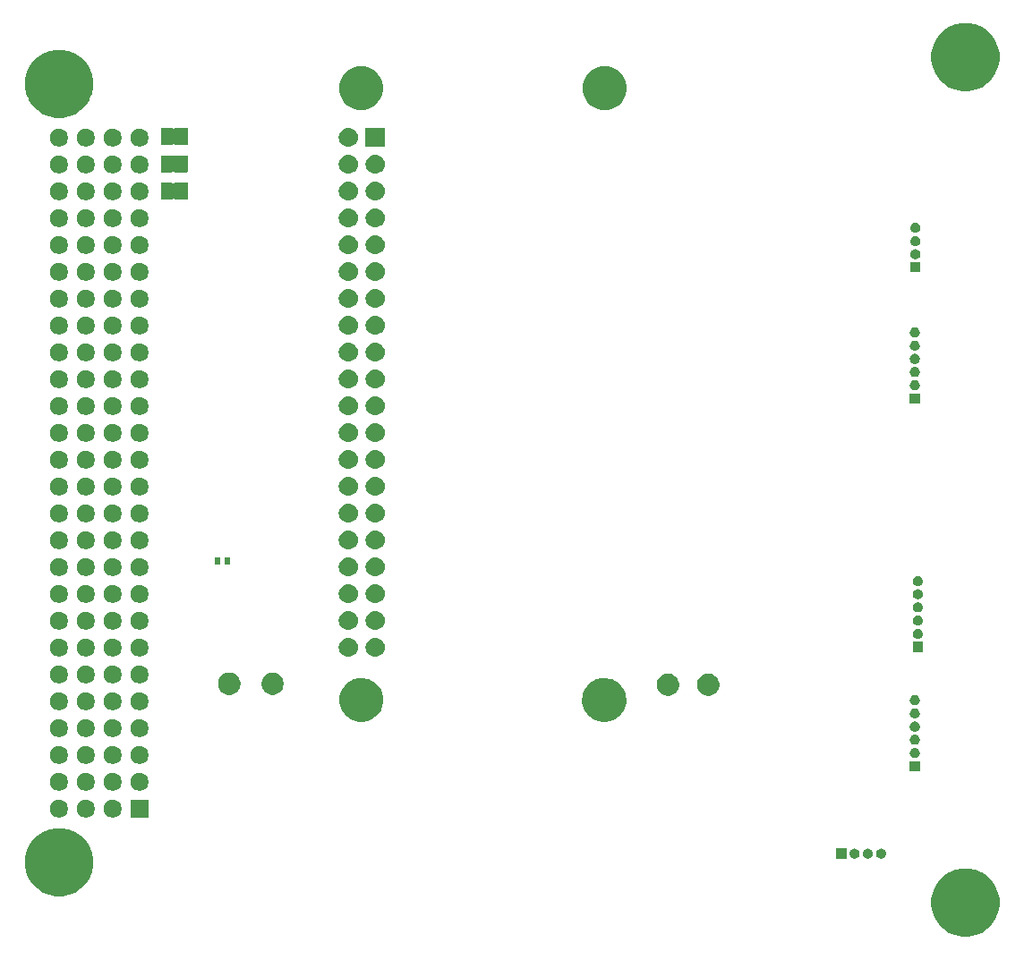
<source format=gbr>
G04 #@! TF.GenerationSoftware,KiCad,Pcbnew,(5.1.2)-2*
G04 #@! TF.CreationDate,2021-12-15T08:53:58-03:00*
G04 #@! TF.ProjectId,MAG_Plus,4d41475f-506c-4757-932e-6b696361645f,rev?*
G04 #@! TF.SameCoordinates,Original*
G04 #@! TF.FileFunction,Soldermask,Bot*
G04 #@! TF.FilePolarity,Negative*
%FSLAX46Y46*%
G04 Gerber Fmt 4.6, Leading zero omitted, Abs format (unit mm)*
G04 Created by KiCad (PCBNEW (5.1.2)-2) date 2021-12-15 08:53:58*
%MOMM*%
%LPD*%
G04 APERTURE LIST*
%ADD10C,0.100000*%
G04 APERTURE END LIST*
D10*
G36*
X123720988Y-123007973D02*
G01*
X124283539Y-123240989D01*
X124308084Y-123251156D01*
X124836455Y-123604202D01*
X125285798Y-124053545D01*
X125638844Y-124581916D01*
X125638845Y-124581918D01*
X125882027Y-125169012D01*
X126006000Y-125792265D01*
X126006000Y-126427735D01*
X125882027Y-127050988D01*
X125638845Y-127638082D01*
X125638844Y-127638084D01*
X125285798Y-128166455D01*
X124836455Y-128615798D01*
X124308084Y-128968844D01*
X124308083Y-128968845D01*
X124308082Y-128968845D01*
X123720988Y-129212027D01*
X123097735Y-129336000D01*
X122462265Y-129336000D01*
X121839012Y-129212027D01*
X121251918Y-128968845D01*
X121251917Y-128968845D01*
X121251916Y-128968844D01*
X120723545Y-128615798D01*
X120274202Y-128166455D01*
X119921156Y-127638084D01*
X119921155Y-127638082D01*
X119677973Y-127050988D01*
X119554000Y-126427735D01*
X119554000Y-125792265D01*
X119677973Y-125169012D01*
X119921155Y-124581918D01*
X119921156Y-124581916D01*
X120274202Y-124053545D01*
X120723545Y-123604202D01*
X121251916Y-123251156D01*
X121276461Y-123240989D01*
X121839012Y-123007973D01*
X122462265Y-122884000D01*
X123097735Y-122884000D01*
X123720988Y-123007973D01*
X123720988Y-123007973D01*
G37*
G36*
X37990988Y-119197973D02*
G01*
X38578082Y-119441155D01*
X38578084Y-119441156D01*
X39106455Y-119794202D01*
X39555798Y-120243545D01*
X39908844Y-120771916D01*
X39908845Y-120771918D01*
X40152027Y-121359012D01*
X40276000Y-121982265D01*
X40276000Y-122617735D01*
X40152027Y-123240988D01*
X40147815Y-123251156D01*
X39908844Y-123828084D01*
X39555798Y-124356455D01*
X39106455Y-124805798D01*
X38578084Y-125158844D01*
X38578083Y-125158845D01*
X38578082Y-125158845D01*
X37990988Y-125402027D01*
X37367735Y-125526000D01*
X36732265Y-125526000D01*
X36109012Y-125402027D01*
X35521918Y-125158845D01*
X35521917Y-125158845D01*
X35521916Y-125158844D01*
X34993545Y-124805798D01*
X34544202Y-124356455D01*
X34191156Y-123828084D01*
X33952185Y-123251156D01*
X33947973Y-123240988D01*
X33824000Y-122617735D01*
X33824000Y-121982265D01*
X33947973Y-121359012D01*
X34191155Y-120771918D01*
X34191156Y-120771916D01*
X34544202Y-120243545D01*
X34993545Y-119794202D01*
X35521916Y-119441156D01*
X35521918Y-119441155D01*
X36109012Y-119197973D01*
X36732265Y-119074000D01*
X37367735Y-119074000D01*
X37990988Y-119197973D01*
X37990988Y-119197973D01*
G37*
G36*
X114938843Y-121022292D02*
G01*
X114989588Y-121043311D01*
X115025470Y-121058174D01*
X115103432Y-121110267D01*
X115169733Y-121176568D01*
X115221826Y-121254530D01*
X115221826Y-121254531D01*
X115257708Y-121341157D01*
X115276000Y-121433117D01*
X115276000Y-121526883D01*
X115257708Y-121618843D01*
X115236689Y-121669588D01*
X115221826Y-121705470D01*
X115169733Y-121783432D01*
X115103432Y-121849733D01*
X115025470Y-121901826D01*
X114989588Y-121916689D01*
X114938843Y-121937708D01*
X114846883Y-121956000D01*
X114753117Y-121956000D01*
X114661157Y-121937708D01*
X114610412Y-121916689D01*
X114574530Y-121901826D01*
X114496568Y-121849733D01*
X114430267Y-121783432D01*
X114378174Y-121705470D01*
X114363311Y-121669588D01*
X114342292Y-121618843D01*
X114324000Y-121526883D01*
X114324000Y-121433117D01*
X114342292Y-121341157D01*
X114378174Y-121254531D01*
X114378174Y-121254530D01*
X114430267Y-121176568D01*
X114496568Y-121110267D01*
X114574530Y-121058174D01*
X114610412Y-121043311D01*
X114661157Y-121022292D01*
X114753117Y-121004000D01*
X114846883Y-121004000D01*
X114938843Y-121022292D01*
X114938843Y-121022292D01*
G37*
G36*
X112438843Y-121022292D02*
G01*
X112489588Y-121043311D01*
X112525470Y-121058174D01*
X112603432Y-121110267D01*
X112669733Y-121176568D01*
X112721826Y-121254530D01*
X112721826Y-121254531D01*
X112757708Y-121341157D01*
X112776000Y-121433117D01*
X112776000Y-121526883D01*
X112757708Y-121618843D01*
X112736689Y-121669588D01*
X112721826Y-121705470D01*
X112669733Y-121783432D01*
X112603432Y-121849733D01*
X112525470Y-121901826D01*
X112489588Y-121916689D01*
X112438843Y-121937708D01*
X112346883Y-121956000D01*
X112253117Y-121956000D01*
X112161157Y-121937708D01*
X112110412Y-121916689D01*
X112074530Y-121901826D01*
X111996568Y-121849733D01*
X111930267Y-121783432D01*
X111878174Y-121705470D01*
X111863311Y-121669588D01*
X111842292Y-121618843D01*
X111824000Y-121526883D01*
X111824000Y-121433117D01*
X111842292Y-121341157D01*
X111878174Y-121254531D01*
X111878174Y-121254530D01*
X111930267Y-121176568D01*
X111996568Y-121110267D01*
X112074530Y-121058174D01*
X112110412Y-121043311D01*
X112161157Y-121022292D01*
X112253117Y-121004000D01*
X112346883Y-121004000D01*
X112438843Y-121022292D01*
X112438843Y-121022292D01*
G37*
G36*
X111526000Y-121956000D02*
G01*
X110574000Y-121956000D01*
X110574000Y-121004000D01*
X111526000Y-121004000D01*
X111526000Y-121956000D01*
X111526000Y-121956000D01*
G37*
G36*
X113688843Y-121022292D02*
G01*
X113739588Y-121043311D01*
X113775470Y-121058174D01*
X113853432Y-121110267D01*
X113919733Y-121176568D01*
X113971826Y-121254530D01*
X113971826Y-121254531D01*
X114007708Y-121341157D01*
X114026000Y-121433117D01*
X114026000Y-121526883D01*
X114007708Y-121618843D01*
X113986689Y-121669588D01*
X113971826Y-121705470D01*
X113919733Y-121783432D01*
X113853432Y-121849733D01*
X113775470Y-121901826D01*
X113739588Y-121916689D01*
X113688843Y-121937708D01*
X113596883Y-121956000D01*
X113503117Y-121956000D01*
X113411157Y-121937708D01*
X113360412Y-121916689D01*
X113324530Y-121901826D01*
X113246568Y-121849733D01*
X113180267Y-121783432D01*
X113128174Y-121705470D01*
X113113311Y-121669588D01*
X113092292Y-121618843D01*
X113074000Y-121526883D01*
X113074000Y-121433117D01*
X113092292Y-121341157D01*
X113128174Y-121254531D01*
X113128174Y-121254530D01*
X113180267Y-121176568D01*
X113246568Y-121110267D01*
X113324530Y-121058174D01*
X113360412Y-121043311D01*
X113411157Y-121022292D01*
X113503117Y-121004000D01*
X113596883Y-121004000D01*
X113688843Y-121022292D01*
X113688843Y-121022292D01*
G37*
G36*
X42358228Y-116401703D02*
G01*
X42513100Y-116465853D01*
X42652481Y-116558985D01*
X42771015Y-116677519D01*
X42864147Y-116816900D01*
X42928297Y-116971772D01*
X42961000Y-117136184D01*
X42961000Y-117303816D01*
X42928297Y-117468228D01*
X42864147Y-117623100D01*
X42771015Y-117762481D01*
X42652481Y-117881015D01*
X42513100Y-117974147D01*
X42358228Y-118038297D01*
X42193816Y-118071000D01*
X42026184Y-118071000D01*
X41861772Y-118038297D01*
X41706900Y-117974147D01*
X41567519Y-117881015D01*
X41448985Y-117762481D01*
X41355853Y-117623100D01*
X41291703Y-117468228D01*
X41259000Y-117303816D01*
X41259000Y-117136184D01*
X41291703Y-116971772D01*
X41355853Y-116816900D01*
X41448985Y-116677519D01*
X41567519Y-116558985D01*
X41706900Y-116465853D01*
X41861772Y-116401703D01*
X42026184Y-116369000D01*
X42193816Y-116369000D01*
X42358228Y-116401703D01*
X42358228Y-116401703D01*
G37*
G36*
X45501000Y-118071000D02*
G01*
X43799000Y-118071000D01*
X43799000Y-116369000D01*
X45501000Y-116369000D01*
X45501000Y-118071000D01*
X45501000Y-118071000D01*
G37*
G36*
X37278228Y-116401703D02*
G01*
X37433100Y-116465853D01*
X37572481Y-116558985D01*
X37691015Y-116677519D01*
X37784147Y-116816900D01*
X37848297Y-116971772D01*
X37881000Y-117136184D01*
X37881000Y-117303816D01*
X37848297Y-117468228D01*
X37784147Y-117623100D01*
X37691015Y-117762481D01*
X37572481Y-117881015D01*
X37433100Y-117974147D01*
X37278228Y-118038297D01*
X37113816Y-118071000D01*
X36946184Y-118071000D01*
X36781772Y-118038297D01*
X36626900Y-117974147D01*
X36487519Y-117881015D01*
X36368985Y-117762481D01*
X36275853Y-117623100D01*
X36211703Y-117468228D01*
X36179000Y-117303816D01*
X36179000Y-117136184D01*
X36211703Y-116971772D01*
X36275853Y-116816900D01*
X36368985Y-116677519D01*
X36487519Y-116558985D01*
X36626900Y-116465853D01*
X36781772Y-116401703D01*
X36946184Y-116369000D01*
X37113816Y-116369000D01*
X37278228Y-116401703D01*
X37278228Y-116401703D01*
G37*
G36*
X39818228Y-116401703D02*
G01*
X39973100Y-116465853D01*
X40112481Y-116558985D01*
X40231015Y-116677519D01*
X40324147Y-116816900D01*
X40388297Y-116971772D01*
X40421000Y-117136184D01*
X40421000Y-117303816D01*
X40388297Y-117468228D01*
X40324147Y-117623100D01*
X40231015Y-117762481D01*
X40112481Y-117881015D01*
X39973100Y-117974147D01*
X39818228Y-118038297D01*
X39653816Y-118071000D01*
X39486184Y-118071000D01*
X39321772Y-118038297D01*
X39166900Y-117974147D01*
X39027519Y-117881015D01*
X38908985Y-117762481D01*
X38815853Y-117623100D01*
X38751703Y-117468228D01*
X38719000Y-117303816D01*
X38719000Y-117136184D01*
X38751703Y-116971772D01*
X38815853Y-116816900D01*
X38908985Y-116677519D01*
X39027519Y-116558985D01*
X39166900Y-116465853D01*
X39321772Y-116401703D01*
X39486184Y-116369000D01*
X39653816Y-116369000D01*
X39818228Y-116401703D01*
X39818228Y-116401703D01*
G37*
G36*
X42358228Y-113861703D02*
G01*
X42513100Y-113925853D01*
X42652481Y-114018985D01*
X42771015Y-114137519D01*
X42864147Y-114276900D01*
X42928297Y-114431772D01*
X42961000Y-114596184D01*
X42961000Y-114763816D01*
X42928297Y-114928228D01*
X42864147Y-115083100D01*
X42771015Y-115222481D01*
X42652481Y-115341015D01*
X42513100Y-115434147D01*
X42358228Y-115498297D01*
X42193816Y-115531000D01*
X42026184Y-115531000D01*
X41861772Y-115498297D01*
X41706900Y-115434147D01*
X41567519Y-115341015D01*
X41448985Y-115222481D01*
X41355853Y-115083100D01*
X41291703Y-114928228D01*
X41259000Y-114763816D01*
X41259000Y-114596184D01*
X41291703Y-114431772D01*
X41355853Y-114276900D01*
X41448985Y-114137519D01*
X41567519Y-114018985D01*
X41706900Y-113925853D01*
X41861772Y-113861703D01*
X42026184Y-113829000D01*
X42193816Y-113829000D01*
X42358228Y-113861703D01*
X42358228Y-113861703D01*
G37*
G36*
X44898228Y-113861703D02*
G01*
X45053100Y-113925853D01*
X45192481Y-114018985D01*
X45311015Y-114137519D01*
X45404147Y-114276900D01*
X45468297Y-114431772D01*
X45501000Y-114596184D01*
X45501000Y-114763816D01*
X45468297Y-114928228D01*
X45404147Y-115083100D01*
X45311015Y-115222481D01*
X45192481Y-115341015D01*
X45053100Y-115434147D01*
X44898228Y-115498297D01*
X44733816Y-115531000D01*
X44566184Y-115531000D01*
X44401772Y-115498297D01*
X44246900Y-115434147D01*
X44107519Y-115341015D01*
X43988985Y-115222481D01*
X43895853Y-115083100D01*
X43831703Y-114928228D01*
X43799000Y-114763816D01*
X43799000Y-114596184D01*
X43831703Y-114431772D01*
X43895853Y-114276900D01*
X43988985Y-114137519D01*
X44107519Y-114018985D01*
X44246900Y-113925853D01*
X44401772Y-113861703D01*
X44566184Y-113829000D01*
X44733816Y-113829000D01*
X44898228Y-113861703D01*
X44898228Y-113861703D01*
G37*
G36*
X37278228Y-113861703D02*
G01*
X37433100Y-113925853D01*
X37572481Y-114018985D01*
X37691015Y-114137519D01*
X37784147Y-114276900D01*
X37848297Y-114431772D01*
X37881000Y-114596184D01*
X37881000Y-114763816D01*
X37848297Y-114928228D01*
X37784147Y-115083100D01*
X37691015Y-115222481D01*
X37572481Y-115341015D01*
X37433100Y-115434147D01*
X37278228Y-115498297D01*
X37113816Y-115531000D01*
X36946184Y-115531000D01*
X36781772Y-115498297D01*
X36626900Y-115434147D01*
X36487519Y-115341015D01*
X36368985Y-115222481D01*
X36275853Y-115083100D01*
X36211703Y-114928228D01*
X36179000Y-114763816D01*
X36179000Y-114596184D01*
X36211703Y-114431772D01*
X36275853Y-114276900D01*
X36368985Y-114137519D01*
X36487519Y-114018985D01*
X36626900Y-113925853D01*
X36781772Y-113861703D01*
X36946184Y-113829000D01*
X37113816Y-113829000D01*
X37278228Y-113861703D01*
X37278228Y-113861703D01*
G37*
G36*
X39818228Y-113861703D02*
G01*
X39973100Y-113925853D01*
X40112481Y-114018985D01*
X40231015Y-114137519D01*
X40324147Y-114276900D01*
X40388297Y-114431772D01*
X40421000Y-114596184D01*
X40421000Y-114763816D01*
X40388297Y-114928228D01*
X40324147Y-115083100D01*
X40231015Y-115222481D01*
X40112481Y-115341015D01*
X39973100Y-115434147D01*
X39818228Y-115498297D01*
X39653816Y-115531000D01*
X39486184Y-115531000D01*
X39321772Y-115498297D01*
X39166900Y-115434147D01*
X39027519Y-115341015D01*
X38908985Y-115222481D01*
X38815853Y-115083100D01*
X38751703Y-114928228D01*
X38719000Y-114763816D01*
X38719000Y-114596184D01*
X38751703Y-114431772D01*
X38815853Y-114276900D01*
X38908985Y-114137519D01*
X39027519Y-114018985D01*
X39166900Y-113925853D01*
X39321772Y-113861703D01*
X39486184Y-113829000D01*
X39653816Y-113829000D01*
X39818228Y-113861703D01*
X39818228Y-113861703D01*
G37*
G36*
X118476000Y-113676000D02*
G01*
X117524000Y-113676000D01*
X117524000Y-112724000D01*
X118476000Y-112724000D01*
X118476000Y-113676000D01*
X118476000Y-113676000D01*
G37*
G36*
X37278228Y-111321703D02*
G01*
X37433100Y-111385853D01*
X37572481Y-111478985D01*
X37691015Y-111597519D01*
X37784147Y-111736900D01*
X37848297Y-111891772D01*
X37881000Y-112056184D01*
X37881000Y-112223816D01*
X37848297Y-112388228D01*
X37784147Y-112543100D01*
X37691015Y-112682481D01*
X37572481Y-112801015D01*
X37433100Y-112894147D01*
X37278228Y-112958297D01*
X37113816Y-112991000D01*
X36946184Y-112991000D01*
X36781772Y-112958297D01*
X36626900Y-112894147D01*
X36487519Y-112801015D01*
X36368985Y-112682481D01*
X36275853Y-112543100D01*
X36211703Y-112388228D01*
X36179000Y-112223816D01*
X36179000Y-112056184D01*
X36211703Y-111891772D01*
X36275853Y-111736900D01*
X36368985Y-111597519D01*
X36487519Y-111478985D01*
X36626900Y-111385853D01*
X36781772Y-111321703D01*
X36946184Y-111289000D01*
X37113816Y-111289000D01*
X37278228Y-111321703D01*
X37278228Y-111321703D01*
G37*
G36*
X44898228Y-111321703D02*
G01*
X45053100Y-111385853D01*
X45192481Y-111478985D01*
X45311015Y-111597519D01*
X45404147Y-111736900D01*
X45468297Y-111891772D01*
X45501000Y-112056184D01*
X45501000Y-112223816D01*
X45468297Y-112388228D01*
X45404147Y-112543100D01*
X45311015Y-112682481D01*
X45192481Y-112801015D01*
X45053100Y-112894147D01*
X44898228Y-112958297D01*
X44733816Y-112991000D01*
X44566184Y-112991000D01*
X44401772Y-112958297D01*
X44246900Y-112894147D01*
X44107519Y-112801015D01*
X43988985Y-112682481D01*
X43895853Y-112543100D01*
X43831703Y-112388228D01*
X43799000Y-112223816D01*
X43799000Y-112056184D01*
X43831703Y-111891772D01*
X43895853Y-111736900D01*
X43988985Y-111597519D01*
X44107519Y-111478985D01*
X44246900Y-111385853D01*
X44401772Y-111321703D01*
X44566184Y-111289000D01*
X44733816Y-111289000D01*
X44898228Y-111321703D01*
X44898228Y-111321703D01*
G37*
G36*
X42358228Y-111321703D02*
G01*
X42513100Y-111385853D01*
X42652481Y-111478985D01*
X42771015Y-111597519D01*
X42864147Y-111736900D01*
X42928297Y-111891772D01*
X42961000Y-112056184D01*
X42961000Y-112223816D01*
X42928297Y-112388228D01*
X42864147Y-112543100D01*
X42771015Y-112682481D01*
X42652481Y-112801015D01*
X42513100Y-112894147D01*
X42358228Y-112958297D01*
X42193816Y-112991000D01*
X42026184Y-112991000D01*
X41861772Y-112958297D01*
X41706900Y-112894147D01*
X41567519Y-112801015D01*
X41448985Y-112682481D01*
X41355853Y-112543100D01*
X41291703Y-112388228D01*
X41259000Y-112223816D01*
X41259000Y-112056184D01*
X41291703Y-111891772D01*
X41355853Y-111736900D01*
X41448985Y-111597519D01*
X41567519Y-111478985D01*
X41706900Y-111385853D01*
X41861772Y-111321703D01*
X42026184Y-111289000D01*
X42193816Y-111289000D01*
X42358228Y-111321703D01*
X42358228Y-111321703D01*
G37*
G36*
X39818228Y-111321703D02*
G01*
X39973100Y-111385853D01*
X40112481Y-111478985D01*
X40231015Y-111597519D01*
X40324147Y-111736900D01*
X40388297Y-111891772D01*
X40421000Y-112056184D01*
X40421000Y-112223816D01*
X40388297Y-112388228D01*
X40324147Y-112543100D01*
X40231015Y-112682481D01*
X40112481Y-112801015D01*
X39973100Y-112894147D01*
X39818228Y-112958297D01*
X39653816Y-112991000D01*
X39486184Y-112991000D01*
X39321772Y-112958297D01*
X39166900Y-112894147D01*
X39027519Y-112801015D01*
X38908985Y-112682481D01*
X38815853Y-112543100D01*
X38751703Y-112388228D01*
X38719000Y-112223816D01*
X38719000Y-112056184D01*
X38751703Y-111891772D01*
X38815853Y-111736900D01*
X38908985Y-111597519D01*
X39027519Y-111478985D01*
X39166900Y-111385853D01*
X39321772Y-111321703D01*
X39486184Y-111289000D01*
X39653816Y-111289000D01*
X39818228Y-111321703D01*
X39818228Y-111321703D01*
G37*
G36*
X118138843Y-111492292D02*
G01*
X118189588Y-111513311D01*
X118225470Y-111528174D01*
X118303432Y-111580267D01*
X118369733Y-111646568D01*
X118421826Y-111724530D01*
X118426951Y-111736903D01*
X118457708Y-111811157D01*
X118476000Y-111903117D01*
X118476000Y-111996883D01*
X118457708Y-112088843D01*
X118436689Y-112139588D01*
X118421826Y-112175470D01*
X118369733Y-112253432D01*
X118303432Y-112319733D01*
X118225470Y-112371826D01*
X118189588Y-112386689D01*
X118138843Y-112407708D01*
X118046883Y-112426000D01*
X117953117Y-112426000D01*
X117861157Y-112407708D01*
X117810412Y-112386689D01*
X117774530Y-112371826D01*
X117696568Y-112319733D01*
X117630267Y-112253432D01*
X117578174Y-112175470D01*
X117563311Y-112139588D01*
X117542292Y-112088843D01*
X117524000Y-111996883D01*
X117524000Y-111903117D01*
X117542292Y-111811157D01*
X117573049Y-111736903D01*
X117578174Y-111724530D01*
X117630267Y-111646568D01*
X117696568Y-111580267D01*
X117774530Y-111528174D01*
X117810412Y-111513311D01*
X117861157Y-111492292D01*
X117953117Y-111474000D01*
X118046883Y-111474000D01*
X118138843Y-111492292D01*
X118138843Y-111492292D01*
G37*
G36*
X118138843Y-110242292D02*
G01*
X118184044Y-110261015D01*
X118225470Y-110278174D01*
X118303432Y-110330267D01*
X118369733Y-110396568D01*
X118421826Y-110474530D01*
X118421826Y-110474531D01*
X118457708Y-110561157D01*
X118476000Y-110653117D01*
X118476000Y-110746883D01*
X118457708Y-110838843D01*
X118436689Y-110889588D01*
X118421826Y-110925470D01*
X118369733Y-111003432D01*
X118303432Y-111069733D01*
X118225470Y-111121826D01*
X118189588Y-111136689D01*
X118138843Y-111157708D01*
X118046883Y-111176000D01*
X117953117Y-111176000D01*
X117861157Y-111157708D01*
X117810412Y-111136689D01*
X117774530Y-111121826D01*
X117696568Y-111069733D01*
X117630267Y-111003432D01*
X117578174Y-110925470D01*
X117563311Y-110889588D01*
X117542292Y-110838843D01*
X117524000Y-110746883D01*
X117524000Y-110653117D01*
X117542292Y-110561157D01*
X117578174Y-110474531D01*
X117578174Y-110474530D01*
X117630267Y-110396568D01*
X117696568Y-110330267D01*
X117774530Y-110278174D01*
X117815956Y-110261015D01*
X117861157Y-110242292D01*
X117953117Y-110224000D01*
X118046883Y-110224000D01*
X118138843Y-110242292D01*
X118138843Y-110242292D01*
G37*
G36*
X37278228Y-108781703D02*
G01*
X37433100Y-108845853D01*
X37572481Y-108938985D01*
X37691015Y-109057519D01*
X37784147Y-109196900D01*
X37848297Y-109351772D01*
X37881000Y-109516184D01*
X37881000Y-109683816D01*
X37848297Y-109848228D01*
X37784147Y-110003100D01*
X37691015Y-110142481D01*
X37572481Y-110261015D01*
X37433100Y-110354147D01*
X37278228Y-110418297D01*
X37113816Y-110451000D01*
X36946184Y-110451000D01*
X36781772Y-110418297D01*
X36626900Y-110354147D01*
X36487519Y-110261015D01*
X36368985Y-110142481D01*
X36275853Y-110003100D01*
X36211703Y-109848228D01*
X36179000Y-109683816D01*
X36179000Y-109516184D01*
X36211703Y-109351772D01*
X36275853Y-109196900D01*
X36368985Y-109057519D01*
X36487519Y-108938985D01*
X36626900Y-108845853D01*
X36781772Y-108781703D01*
X36946184Y-108749000D01*
X37113816Y-108749000D01*
X37278228Y-108781703D01*
X37278228Y-108781703D01*
G37*
G36*
X42358228Y-108781703D02*
G01*
X42513100Y-108845853D01*
X42652481Y-108938985D01*
X42771015Y-109057519D01*
X42864147Y-109196900D01*
X42928297Y-109351772D01*
X42961000Y-109516184D01*
X42961000Y-109683816D01*
X42928297Y-109848228D01*
X42864147Y-110003100D01*
X42771015Y-110142481D01*
X42652481Y-110261015D01*
X42513100Y-110354147D01*
X42358228Y-110418297D01*
X42193816Y-110451000D01*
X42026184Y-110451000D01*
X41861772Y-110418297D01*
X41706900Y-110354147D01*
X41567519Y-110261015D01*
X41448985Y-110142481D01*
X41355853Y-110003100D01*
X41291703Y-109848228D01*
X41259000Y-109683816D01*
X41259000Y-109516184D01*
X41291703Y-109351772D01*
X41355853Y-109196900D01*
X41448985Y-109057519D01*
X41567519Y-108938985D01*
X41706900Y-108845853D01*
X41861772Y-108781703D01*
X42026184Y-108749000D01*
X42193816Y-108749000D01*
X42358228Y-108781703D01*
X42358228Y-108781703D01*
G37*
G36*
X44898228Y-108781703D02*
G01*
X45053100Y-108845853D01*
X45192481Y-108938985D01*
X45311015Y-109057519D01*
X45404147Y-109196900D01*
X45468297Y-109351772D01*
X45501000Y-109516184D01*
X45501000Y-109683816D01*
X45468297Y-109848228D01*
X45404147Y-110003100D01*
X45311015Y-110142481D01*
X45192481Y-110261015D01*
X45053100Y-110354147D01*
X44898228Y-110418297D01*
X44733816Y-110451000D01*
X44566184Y-110451000D01*
X44401772Y-110418297D01*
X44246900Y-110354147D01*
X44107519Y-110261015D01*
X43988985Y-110142481D01*
X43895853Y-110003100D01*
X43831703Y-109848228D01*
X43799000Y-109683816D01*
X43799000Y-109516184D01*
X43831703Y-109351772D01*
X43895853Y-109196900D01*
X43988985Y-109057519D01*
X44107519Y-108938985D01*
X44246900Y-108845853D01*
X44401772Y-108781703D01*
X44566184Y-108749000D01*
X44733816Y-108749000D01*
X44898228Y-108781703D01*
X44898228Y-108781703D01*
G37*
G36*
X39818228Y-108781703D02*
G01*
X39973100Y-108845853D01*
X40112481Y-108938985D01*
X40231015Y-109057519D01*
X40324147Y-109196900D01*
X40388297Y-109351772D01*
X40421000Y-109516184D01*
X40421000Y-109683816D01*
X40388297Y-109848228D01*
X40324147Y-110003100D01*
X40231015Y-110142481D01*
X40112481Y-110261015D01*
X39973100Y-110354147D01*
X39818228Y-110418297D01*
X39653816Y-110451000D01*
X39486184Y-110451000D01*
X39321772Y-110418297D01*
X39166900Y-110354147D01*
X39027519Y-110261015D01*
X38908985Y-110142481D01*
X38815853Y-110003100D01*
X38751703Y-109848228D01*
X38719000Y-109683816D01*
X38719000Y-109516184D01*
X38751703Y-109351772D01*
X38815853Y-109196900D01*
X38908985Y-109057519D01*
X39027519Y-108938985D01*
X39166900Y-108845853D01*
X39321772Y-108781703D01*
X39486184Y-108749000D01*
X39653816Y-108749000D01*
X39818228Y-108781703D01*
X39818228Y-108781703D01*
G37*
G36*
X118138843Y-108992292D02*
G01*
X118189588Y-109013311D01*
X118225470Y-109028174D01*
X118303432Y-109080267D01*
X118369733Y-109146568D01*
X118421826Y-109224530D01*
X118421826Y-109224531D01*
X118457708Y-109311157D01*
X118476000Y-109403117D01*
X118476000Y-109496883D01*
X118457708Y-109588843D01*
X118436689Y-109639588D01*
X118421826Y-109675470D01*
X118369733Y-109753432D01*
X118303432Y-109819733D01*
X118225470Y-109871826D01*
X118189588Y-109886689D01*
X118138843Y-109907708D01*
X118046883Y-109926000D01*
X117953117Y-109926000D01*
X117861157Y-109907708D01*
X117810412Y-109886689D01*
X117774530Y-109871826D01*
X117696568Y-109819733D01*
X117630267Y-109753432D01*
X117578174Y-109675470D01*
X117563311Y-109639588D01*
X117542292Y-109588843D01*
X117524000Y-109496883D01*
X117524000Y-109403117D01*
X117542292Y-109311157D01*
X117578174Y-109224531D01*
X117578174Y-109224530D01*
X117630267Y-109146568D01*
X117696568Y-109080267D01*
X117774530Y-109028174D01*
X117810412Y-109013311D01*
X117861157Y-108992292D01*
X117953117Y-108974000D01*
X118046883Y-108974000D01*
X118138843Y-108992292D01*
X118138843Y-108992292D01*
G37*
G36*
X89227589Y-104937048D02*
G01*
X89384795Y-105002165D01*
X89605141Y-105093435D01*
X89606671Y-105094069D01*
X89947835Y-105322028D01*
X90237972Y-105612165D01*
X90465931Y-105953329D01*
X90622527Y-106331384D01*
X90622952Y-106332412D01*
X90687497Y-106656900D01*
X90703000Y-106734842D01*
X90703000Y-107145158D01*
X90622952Y-107547589D01*
X90465931Y-107926671D01*
X90237972Y-108267835D01*
X89947835Y-108557972D01*
X89606671Y-108785931D01*
X89227589Y-108942952D01*
X89071499Y-108974000D01*
X88825159Y-109023000D01*
X88414841Y-109023000D01*
X88168501Y-108974000D01*
X88012411Y-108942952D01*
X87633329Y-108785931D01*
X87292165Y-108557972D01*
X87002028Y-108267835D01*
X86774069Y-107926671D01*
X86617048Y-107547589D01*
X86537000Y-107145158D01*
X86537000Y-106734842D01*
X86552504Y-106656900D01*
X86617048Y-106332412D01*
X86617474Y-106331384D01*
X86774069Y-105953329D01*
X87002028Y-105612165D01*
X87292165Y-105322028D01*
X87633329Y-105094069D01*
X87634860Y-105093435D01*
X87855205Y-105002165D01*
X88012411Y-104937048D01*
X88213627Y-104897024D01*
X88414841Y-104857000D01*
X88825159Y-104857000D01*
X89227589Y-104937048D01*
X89227589Y-104937048D01*
G37*
G36*
X66257589Y-104937048D02*
G01*
X66414795Y-105002165D01*
X66635141Y-105093435D01*
X66636671Y-105094069D01*
X66977835Y-105322028D01*
X67267972Y-105612165D01*
X67495931Y-105953329D01*
X67652527Y-106331384D01*
X67652952Y-106332412D01*
X67717497Y-106656900D01*
X67733000Y-106734842D01*
X67733000Y-107145158D01*
X67652952Y-107547589D01*
X67495931Y-107926671D01*
X67267972Y-108267835D01*
X66977835Y-108557972D01*
X66636671Y-108785931D01*
X66257589Y-108942952D01*
X66101499Y-108974000D01*
X65855159Y-109023000D01*
X65444841Y-109023000D01*
X65198501Y-108974000D01*
X65042411Y-108942952D01*
X64663329Y-108785931D01*
X64322165Y-108557972D01*
X64032028Y-108267835D01*
X63804069Y-107926671D01*
X63647048Y-107547589D01*
X63567000Y-107145158D01*
X63567000Y-106734842D01*
X63582504Y-106656900D01*
X63647048Y-106332412D01*
X63647474Y-106331384D01*
X63804069Y-105953329D01*
X64032028Y-105612165D01*
X64322165Y-105322028D01*
X64663329Y-105094069D01*
X64664860Y-105093435D01*
X64885205Y-105002165D01*
X65042411Y-104937048D01*
X65243627Y-104897024D01*
X65444841Y-104857000D01*
X65855159Y-104857000D01*
X66257589Y-104937048D01*
X66257589Y-104937048D01*
G37*
G36*
X118138843Y-107742292D02*
G01*
X118189588Y-107763311D01*
X118225470Y-107778174D01*
X118303432Y-107830267D01*
X118369733Y-107896568D01*
X118421826Y-107974530D01*
X118421826Y-107974531D01*
X118457708Y-108061157D01*
X118476000Y-108153117D01*
X118476000Y-108246883D01*
X118457708Y-108338843D01*
X118436689Y-108389588D01*
X118421826Y-108425470D01*
X118369733Y-108503432D01*
X118303432Y-108569733D01*
X118225470Y-108621826D01*
X118189588Y-108636689D01*
X118138843Y-108657708D01*
X118046883Y-108676000D01*
X117953117Y-108676000D01*
X117861157Y-108657708D01*
X117810412Y-108636689D01*
X117774530Y-108621826D01*
X117696568Y-108569733D01*
X117630267Y-108503432D01*
X117578174Y-108425470D01*
X117563311Y-108389588D01*
X117542292Y-108338843D01*
X117524000Y-108246883D01*
X117524000Y-108153117D01*
X117542292Y-108061157D01*
X117578174Y-107974531D01*
X117578174Y-107974530D01*
X117630267Y-107896568D01*
X117696568Y-107830267D01*
X117774530Y-107778174D01*
X117810412Y-107763311D01*
X117861157Y-107742292D01*
X117953117Y-107724000D01*
X118046883Y-107724000D01*
X118138843Y-107742292D01*
X118138843Y-107742292D01*
G37*
G36*
X39818228Y-106241703D02*
G01*
X39973100Y-106305853D01*
X40112481Y-106398985D01*
X40231015Y-106517519D01*
X40324147Y-106656900D01*
X40388297Y-106811772D01*
X40421000Y-106976184D01*
X40421000Y-107143816D01*
X40388297Y-107308228D01*
X40324147Y-107463100D01*
X40231015Y-107602481D01*
X40112481Y-107721015D01*
X39973100Y-107814147D01*
X39818228Y-107878297D01*
X39653816Y-107911000D01*
X39486184Y-107911000D01*
X39321772Y-107878297D01*
X39166900Y-107814147D01*
X39027519Y-107721015D01*
X38908985Y-107602481D01*
X38815853Y-107463100D01*
X38751703Y-107308228D01*
X38719000Y-107143816D01*
X38719000Y-106976184D01*
X38751703Y-106811772D01*
X38815853Y-106656900D01*
X38908985Y-106517519D01*
X39027519Y-106398985D01*
X39166900Y-106305853D01*
X39321772Y-106241703D01*
X39486184Y-106209000D01*
X39653816Y-106209000D01*
X39818228Y-106241703D01*
X39818228Y-106241703D01*
G37*
G36*
X37278228Y-106241703D02*
G01*
X37433100Y-106305853D01*
X37572481Y-106398985D01*
X37691015Y-106517519D01*
X37784147Y-106656900D01*
X37848297Y-106811772D01*
X37881000Y-106976184D01*
X37881000Y-107143816D01*
X37848297Y-107308228D01*
X37784147Y-107463100D01*
X37691015Y-107602481D01*
X37572481Y-107721015D01*
X37433100Y-107814147D01*
X37278228Y-107878297D01*
X37113816Y-107911000D01*
X36946184Y-107911000D01*
X36781772Y-107878297D01*
X36626900Y-107814147D01*
X36487519Y-107721015D01*
X36368985Y-107602481D01*
X36275853Y-107463100D01*
X36211703Y-107308228D01*
X36179000Y-107143816D01*
X36179000Y-106976184D01*
X36211703Y-106811772D01*
X36275853Y-106656900D01*
X36368985Y-106517519D01*
X36487519Y-106398985D01*
X36626900Y-106305853D01*
X36781772Y-106241703D01*
X36946184Y-106209000D01*
X37113816Y-106209000D01*
X37278228Y-106241703D01*
X37278228Y-106241703D01*
G37*
G36*
X44898228Y-106241703D02*
G01*
X45053100Y-106305853D01*
X45192481Y-106398985D01*
X45311015Y-106517519D01*
X45404147Y-106656900D01*
X45468297Y-106811772D01*
X45501000Y-106976184D01*
X45501000Y-107143816D01*
X45468297Y-107308228D01*
X45404147Y-107463100D01*
X45311015Y-107602481D01*
X45192481Y-107721015D01*
X45053100Y-107814147D01*
X44898228Y-107878297D01*
X44733816Y-107911000D01*
X44566184Y-107911000D01*
X44401772Y-107878297D01*
X44246900Y-107814147D01*
X44107519Y-107721015D01*
X43988985Y-107602481D01*
X43895853Y-107463100D01*
X43831703Y-107308228D01*
X43799000Y-107143816D01*
X43799000Y-106976184D01*
X43831703Y-106811772D01*
X43895853Y-106656900D01*
X43988985Y-106517519D01*
X44107519Y-106398985D01*
X44246900Y-106305853D01*
X44401772Y-106241703D01*
X44566184Y-106209000D01*
X44733816Y-106209000D01*
X44898228Y-106241703D01*
X44898228Y-106241703D01*
G37*
G36*
X42358228Y-106241703D02*
G01*
X42513100Y-106305853D01*
X42652481Y-106398985D01*
X42771015Y-106517519D01*
X42864147Y-106656900D01*
X42928297Y-106811772D01*
X42961000Y-106976184D01*
X42961000Y-107143816D01*
X42928297Y-107308228D01*
X42864147Y-107463100D01*
X42771015Y-107602481D01*
X42652481Y-107721015D01*
X42513100Y-107814147D01*
X42358228Y-107878297D01*
X42193816Y-107911000D01*
X42026184Y-107911000D01*
X41861772Y-107878297D01*
X41706900Y-107814147D01*
X41567519Y-107721015D01*
X41448985Y-107602481D01*
X41355853Y-107463100D01*
X41291703Y-107308228D01*
X41259000Y-107143816D01*
X41259000Y-106976184D01*
X41291703Y-106811772D01*
X41355853Y-106656900D01*
X41448985Y-106517519D01*
X41567519Y-106398985D01*
X41706900Y-106305853D01*
X41861772Y-106241703D01*
X42026184Y-106209000D01*
X42193816Y-106209000D01*
X42358228Y-106241703D01*
X42358228Y-106241703D01*
G37*
G36*
X118138843Y-106492292D02*
G01*
X118189588Y-106513311D01*
X118225470Y-106528174D01*
X118303432Y-106580267D01*
X118369733Y-106646568D01*
X118421826Y-106724530D01*
X118421826Y-106724531D01*
X118457708Y-106811157D01*
X118476000Y-106903117D01*
X118476000Y-106996883D01*
X118457708Y-107088843D01*
X118436689Y-107139588D01*
X118421826Y-107175470D01*
X118369733Y-107253432D01*
X118303432Y-107319733D01*
X118225470Y-107371826D01*
X118189588Y-107386689D01*
X118138843Y-107407708D01*
X118046883Y-107426000D01*
X117953117Y-107426000D01*
X117861157Y-107407708D01*
X117810412Y-107386689D01*
X117774530Y-107371826D01*
X117696568Y-107319733D01*
X117630267Y-107253432D01*
X117578174Y-107175470D01*
X117563311Y-107139588D01*
X117542292Y-107088843D01*
X117524000Y-106996883D01*
X117524000Y-106903117D01*
X117542292Y-106811157D01*
X117578174Y-106724531D01*
X117578174Y-106724530D01*
X117630267Y-106646568D01*
X117696568Y-106580267D01*
X117774530Y-106528174D01*
X117810412Y-106513311D01*
X117861157Y-106492292D01*
X117953117Y-106474000D01*
X118046883Y-106474000D01*
X118138843Y-106492292D01*
X118138843Y-106492292D01*
G37*
G36*
X98756564Y-104489389D02*
G01*
X98947833Y-104568615D01*
X98947835Y-104568616D01*
X99000514Y-104603815D01*
X99119973Y-104683635D01*
X99266365Y-104830027D01*
X99381385Y-105002167D01*
X99460611Y-105193436D01*
X99501000Y-105396484D01*
X99501000Y-105603516D01*
X99460611Y-105806564D01*
X99422806Y-105897833D01*
X99381384Y-105997835D01*
X99266365Y-106169973D01*
X99119973Y-106316365D01*
X98947835Y-106431384D01*
X98947834Y-106431385D01*
X98947833Y-106431385D01*
X98756564Y-106510611D01*
X98553516Y-106551000D01*
X98346484Y-106551000D01*
X98143436Y-106510611D01*
X97952167Y-106431385D01*
X97952166Y-106431385D01*
X97952165Y-106431384D01*
X97780027Y-106316365D01*
X97633635Y-106169973D01*
X97518616Y-105997835D01*
X97477194Y-105897833D01*
X97439389Y-105806564D01*
X97399000Y-105603516D01*
X97399000Y-105396484D01*
X97439389Y-105193436D01*
X97518615Y-105002167D01*
X97633635Y-104830027D01*
X97780027Y-104683635D01*
X97899486Y-104603815D01*
X97952165Y-104568616D01*
X97952167Y-104568615D01*
X98143436Y-104489389D01*
X98346484Y-104449000D01*
X98553516Y-104449000D01*
X98756564Y-104489389D01*
X98756564Y-104489389D01*
G37*
G36*
X94956564Y-104489389D02*
G01*
X95147833Y-104568615D01*
X95147835Y-104568616D01*
X95200514Y-104603815D01*
X95319973Y-104683635D01*
X95466365Y-104830027D01*
X95581385Y-105002167D01*
X95660611Y-105193436D01*
X95701000Y-105396484D01*
X95701000Y-105603516D01*
X95660611Y-105806564D01*
X95622806Y-105897833D01*
X95581384Y-105997835D01*
X95466365Y-106169973D01*
X95319973Y-106316365D01*
X95147835Y-106431384D01*
X95147834Y-106431385D01*
X95147833Y-106431385D01*
X94956564Y-106510611D01*
X94753516Y-106551000D01*
X94546484Y-106551000D01*
X94343436Y-106510611D01*
X94152167Y-106431385D01*
X94152166Y-106431385D01*
X94152165Y-106431384D01*
X93980027Y-106316365D01*
X93833635Y-106169973D01*
X93718616Y-105997835D01*
X93677194Y-105897833D01*
X93639389Y-105806564D01*
X93599000Y-105603516D01*
X93599000Y-105396484D01*
X93639389Y-105193436D01*
X93718615Y-105002167D01*
X93833635Y-104830027D01*
X93980027Y-104683635D01*
X94099486Y-104603815D01*
X94152165Y-104568616D01*
X94152167Y-104568615D01*
X94343436Y-104489389D01*
X94546484Y-104449000D01*
X94753516Y-104449000D01*
X94956564Y-104489389D01*
X94956564Y-104489389D01*
G37*
G36*
X53456564Y-104389389D02*
G01*
X53647833Y-104468615D01*
X53647835Y-104468616D01*
X53819973Y-104583635D01*
X53966365Y-104730027D01*
X54051206Y-104857000D01*
X54081385Y-104902167D01*
X54160611Y-105093436D01*
X54201000Y-105296484D01*
X54201000Y-105503516D01*
X54160611Y-105706564D01*
X54119189Y-105806565D01*
X54081384Y-105897835D01*
X53966365Y-106069973D01*
X53819973Y-106216365D01*
X53647835Y-106331384D01*
X53647834Y-106331385D01*
X53647833Y-106331385D01*
X53456564Y-106410611D01*
X53253516Y-106451000D01*
X53046484Y-106451000D01*
X52843436Y-106410611D01*
X52652167Y-106331385D01*
X52652166Y-106331385D01*
X52652165Y-106331384D01*
X52480027Y-106216365D01*
X52333635Y-106069973D01*
X52218616Y-105897835D01*
X52180811Y-105806565D01*
X52139389Y-105706564D01*
X52099000Y-105503516D01*
X52099000Y-105296484D01*
X52139389Y-105093436D01*
X52218615Y-104902167D01*
X52248795Y-104857000D01*
X52333635Y-104730027D01*
X52480027Y-104583635D01*
X52652165Y-104468616D01*
X52652167Y-104468615D01*
X52843436Y-104389389D01*
X53046484Y-104349000D01*
X53253516Y-104349000D01*
X53456564Y-104389389D01*
X53456564Y-104389389D01*
G37*
G36*
X57556564Y-104389389D02*
G01*
X57747833Y-104468615D01*
X57747835Y-104468616D01*
X57919973Y-104583635D01*
X58066365Y-104730027D01*
X58151206Y-104857000D01*
X58181385Y-104902167D01*
X58260611Y-105093436D01*
X58301000Y-105296484D01*
X58301000Y-105503516D01*
X58260611Y-105706564D01*
X58219189Y-105806565D01*
X58181384Y-105897835D01*
X58066365Y-106069973D01*
X57919973Y-106216365D01*
X57747835Y-106331384D01*
X57747834Y-106331385D01*
X57747833Y-106331385D01*
X57556564Y-106410611D01*
X57353516Y-106451000D01*
X57146484Y-106451000D01*
X56943436Y-106410611D01*
X56752167Y-106331385D01*
X56752166Y-106331385D01*
X56752165Y-106331384D01*
X56580027Y-106216365D01*
X56433635Y-106069973D01*
X56318616Y-105897835D01*
X56280811Y-105806565D01*
X56239389Y-105706564D01*
X56199000Y-105503516D01*
X56199000Y-105296484D01*
X56239389Y-105093436D01*
X56318615Y-104902167D01*
X56348795Y-104857000D01*
X56433635Y-104730027D01*
X56580027Y-104583635D01*
X56752165Y-104468616D01*
X56752167Y-104468615D01*
X56943436Y-104389389D01*
X57146484Y-104349000D01*
X57353516Y-104349000D01*
X57556564Y-104389389D01*
X57556564Y-104389389D01*
G37*
G36*
X44898228Y-103701703D02*
G01*
X45053100Y-103765853D01*
X45192481Y-103858985D01*
X45311015Y-103977519D01*
X45404147Y-104116900D01*
X45468297Y-104271772D01*
X45501000Y-104436184D01*
X45501000Y-104603816D01*
X45468297Y-104768228D01*
X45404147Y-104923100D01*
X45311015Y-105062481D01*
X45192481Y-105181015D01*
X45053100Y-105274147D01*
X44898228Y-105338297D01*
X44733816Y-105371000D01*
X44566184Y-105371000D01*
X44401772Y-105338297D01*
X44246900Y-105274147D01*
X44107519Y-105181015D01*
X43988985Y-105062481D01*
X43895853Y-104923100D01*
X43831703Y-104768228D01*
X43799000Y-104603816D01*
X43799000Y-104436184D01*
X43831703Y-104271772D01*
X43895853Y-104116900D01*
X43988985Y-103977519D01*
X44107519Y-103858985D01*
X44246900Y-103765853D01*
X44401772Y-103701703D01*
X44566184Y-103669000D01*
X44733816Y-103669000D01*
X44898228Y-103701703D01*
X44898228Y-103701703D01*
G37*
G36*
X37278228Y-103701703D02*
G01*
X37433100Y-103765853D01*
X37572481Y-103858985D01*
X37691015Y-103977519D01*
X37784147Y-104116900D01*
X37848297Y-104271772D01*
X37881000Y-104436184D01*
X37881000Y-104603816D01*
X37848297Y-104768228D01*
X37784147Y-104923100D01*
X37691015Y-105062481D01*
X37572481Y-105181015D01*
X37433100Y-105274147D01*
X37278228Y-105338297D01*
X37113816Y-105371000D01*
X36946184Y-105371000D01*
X36781772Y-105338297D01*
X36626900Y-105274147D01*
X36487519Y-105181015D01*
X36368985Y-105062481D01*
X36275853Y-104923100D01*
X36211703Y-104768228D01*
X36179000Y-104603816D01*
X36179000Y-104436184D01*
X36211703Y-104271772D01*
X36275853Y-104116900D01*
X36368985Y-103977519D01*
X36487519Y-103858985D01*
X36626900Y-103765853D01*
X36781772Y-103701703D01*
X36946184Y-103669000D01*
X37113816Y-103669000D01*
X37278228Y-103701703D01*
X37278228Y-103701703D01*
G37*
G36*
X39818228Y-103701703D02*
G01*
X39973100Y-103765853D01*
X40112481Y-103858985D01*
X40231015Y-103977519D01*
X40324147Y-104116900D01*
X40388297Y-104271772D01*
X40421000Y-104436184D01*
X40421000Y-104603816D01*
X40388297Y-104768228D01*
X40324147Y-104923100D01*
X40231015Y-105062481D01*
X40112481Y-105181015D01*
X39973100Y-105274147D01*
X39818228Y-105338297D01*
X39653816Y-105371000D01*
X39486184Y-105371000D01*
X39321772Y-105338297D01*
X39166900Y-105274147D01*
X39027519Y-105181015D01*
X38908985Y-105062481D01*
X38815853Y-104923100D01*
X38751703Y-104768228D01*
X38719000Y-104603816D01*
X38719000Y-104436184D01*
X38751703Y-104271772D01*
X38815853Y-104116900D01*
X38908985Y-103977519D01*
X39027519Y-103858985D01*
X39166900Y-103765853D01*
X39321772Y-103701703D01*
X39486184Y-103669000D01*
X39653816Y-103669000D01*
X39818228Y-103701703D01*
X39818228Y-103701703D01*
G37*
G36*
X42358228Y-103701703D02*
G01*
X42513100Y-103765853D01*
X42652481Y-103858985D01*
X42771015Y-103977519D01*
X42864147Y-104116900D01*
X42928297Y-104271772D01*
X42961000Y-104436184D01*
X42961000Y-104603816D01*
X42928297Y-104768228D01*
X42864147Y-104923100D01*
X42771015Y-105062481D01*
X42652481Y-105181015D01*
X42513100Y-105274147D01*
X42358228Y-105338297D01*
X42193816Y-105371000D01*
X42026184Y-105371000D01*
X41861772Y-105338297D01*
X41706900Y-105274147D01*
X41567519Y-105181015D01*
X41448985Y-105062481D01*
X41355853Y-104923100D01*
X41291703Y-104768228D01*
X41259000Y-104603816D01*
X41259000Y-104436184D01*
X41291703Y-104271772D01*
X41355853Y-104116900D01*
X41448985Y-103977519D01*
X41567519Y-103858985D01*
X41706900Y-103765853D01*
X41861772Y-103701703D01*
X42026184Y-103669000D01*
X42193816Y-103669000D01*
X42358228Y-103701703D01*
X42358228Y-103701703D01*
G37*
G36*
X64520443Y-101065519D02*
G01*
X64586627Y-101072037D01*
X64756466Y-101123557D01*
X64912991Y-101207222D01*
X64948729Y-101236552D01*
X65050186Y-101319814D01*
X65133448Y-101421271D01*
X65162778Y-101457009D01*
X65246443Y-101613534D01*
X65297963Y-101783373D01*
X65315359Y-101960000D01*
X65297963Y-102136627D01*
X65246443Y-102306466D01*
X65162778Y-102462991D01*
X65133448Y-102498729D01*
X65050186Y-102600186D01*
X64948729Y-102683448D01*
X64912991Y-102712778D01*
X64756466Y-102796443D01*
X64586627Y-102847963D01*
X64520442Y-102854482D01*
X64454260Y-102861000D01*
X64365740Y-102861000D01*
X64299558Y-102854482D01*
X64233373Y-102847963D01*
X64063534Y-102796443D01*
X63907009Y-102712778D01*
X63871271Y-102683448D01*
X63769814Y-102600186D01*
X63686552Y-102498729D01*
X63657222Y-102462991D01*
X63573557Y-102306466D01*
X63522037Y-102136627D01*
X63504641Y-101960000D01*
X63522037Y-101783373D01*
X63573557Y-101613534D01*
X63657222Y-101457009D01*
X63686552Y-101421271D01*
X63769814Y-101319814D01*
X63871271Y-101236552D01*
X63907009Y-101207222D01*
X64063534Y-101123557D01*
X64233373Y-101072037D01*
X64299557Y-101065519D01*
X64365740Y-101059000D01*
X64454260Y-101059000D01*
X64520443Y-101065519D01*
X64520443Y-101065519D01*
G37*
G36*
X67060443Y-101065519D02*
G01*
X67126627Y-101072037D01*
X67296466Y-101123557D01*
X67452991Y-101207222D01*
X67488729Y-101236552D01*
X67590186Y-101319814D01*
X67673448Y-101421271D01*
X67702778Y-101457009D01*
X67786443Y-101613534D01*
X67837963Y-101783373D01*
X67855359Y-101960000D01*
X67837963Y-102136627D01*
X67786443Y-102306466D01*
X67702778Y-102462991D01*
X67673448Y-102498729D01*
X67590186Y-102600186D01*
X67488729Y-102683448D01*
X67452991Y-102712778D01*
X67296466Y-102796443D01*
X67126627Y-102847963D01*
X67060442Y-102854482D01*
X66994260Y-102861000D01*
X66905740Y-102861000D01*
X66839558Y-102854482D01*
X66773373Y-102847963D01*
X66603534Y-102796443D01*
X66447009Y-102712778D01*
X66411271Y-102683448D01*
X66309814Y-102600186D01*
X66226552Y-102498729D01*
X66197222Y-102462991D01*
X66113557Y-102306466D01*
X66062037Y-102136627D01*
X66044641Y-101960000D01*
X66062037Y-101783373D01*
X66113557Y-101613534D01*
X66197222Y-101457009D01*
X66226552Y-101421271D01*
X66309814Y-101319814D01*
X66411271Y-101236552D01*
X66447009Y-101207222D01*
X66603534Y-101123557D01*
X66773373Y-101072037D01*
X66839557Y-101065519D01*
X66905740Y-101059000D01*
X66994260Y-101059000D01*
X67060443Y-101065519D01*
X67060443Y-101065519D01*
G37*
G36*
X44898228Y-101161703D02*
G01*
X45053100Y-101225853D01*
X45192481Y-101318985D01*
X45311015Y-101437519D01*
X45404147Y-101576900D01*
X45468297Y-101731772D01*
X45501000Y-101896184D01*
X45501000Y-102063816D01*
X45468297Y-102228228D01*
X45404147Y-102383100D01*
X45311015Y-102522481D01*
X45192481Y-102641015D01*
X45053100Y-102734147D01*
X44898228Y-102798297D01*
X44733816Y-102831000D01*
X44566184Y-102831000D01*
X44401772Y-102798297D01*
X44246900Y-102734147D01*
X44107519Y-102641015D01*
X43988985Y-102522481D01*
X43895853Y-102383100D01*
X43831703Y-102228228D01*
X43799000Y-102063816D01*
X43799000Y-101896184D01*
X43831703Y-101731772D01*
X43895853Y-101576900D01*
X43988985Y-101437519D01*
X44107519Y-101318985D01*
X44246900Y-101225853D01*
X44401772Y-101161703D01*
X44566184Y-101129000D01*
X44733816Y-101129000D01*
X44898228Y-101161703D01*
X44898228Y-101161703D01*
G37*
G36*
X42358228Y-101161703D02*
G01*
X42513100Y-101225853D01*
X42652481Y-101318985D01*
X42771015Y-101437519D01*
X42864147Y-101576900D01*
X42928297Y-101731772D01*
X42961000Y-101896184D01*
X42961000Y-102063816D01*
X42928297Y-102228228D01*
X42864147Y-102383100D01*
X42771015Y-102522481D01*
X42652481Y-102641015D01*
X42513100Y-102734147D01*
X42358228Y-102798297D01*
X42193816Y-102831000D01*
X42026184Y-102831000D01*
X41861772Y-102798297D01*
X41706900Y-102734147D01*
X41567519Y-102641015D01*
X41448985Y-102522481D01*
X41355853Y-102383100D01*
X41291703Y-102228228D01*
X41259000Y-102063816D01*
X41259000Y-101896184D01*
X41291703Y-101731772D01*
X41355853Y-101576900D01*
X41448985Y-101437519D01*
X41567519Y-101318985D01*
X41706900Y-101225853D01*
X41861772Y-101161703D01*
X42026184Y-101129000D01*
X42193816Y-101129000D01*
X42358228Y-101161703D01*
X42358228Y-101161703D01*
G37*
G36*
X37278228Y-101161703D02*
G01*
X37433100Y-101225853D01*
X37572481Y-101318985D01*
X37691015Y-101437519D01*
X37784147Y-101576900D01*
X37848297Y-101731772D01*
X37881000Y-101896184D01*
X37881000Y-102063816D01*
X37848297Y-102228228D01*
X37784147Y-102383100D01*
X37691015Y-102522481D01*
X37572481Y-102641015D01*
X37433100Y-102734147D01*
X37278228Y-102798297D01*
X37113816Y-102831000D01*
X36946184Y-102831000D01*
X36781772Y-102798297D01*
X36626900Y-102734147D01*
X36487519Y-102641015D01*
X36368985Y-102522481D01*
X36275853Y-102383100D01*
X36211703Y-102228228D01*
X36179000Y-102063816D01*
X36179000Y-101896184D01*
X36211703Y-101731772D01*
X36275853Y-101576900D01*
X36368985Y-101437519D01*
X36487519Y-101318985D01*
X36626900Y-101225853D01*
X36781772Y-101161703D01*
X36946184Y-101129000D01*
X37113816Y-101129000D01*
X37278228Y-101161703D01*
X37278228Y-101161703D01*
G37*
G36*
X39818228Y-101161703D02*
G01*
X39973100Y-101225853D01*
X40112481Y-101318985D01*
X40231015Y-101437519D01*
X40324147Y-101576900D01*
X40388297Y-101731772D01*
X40421000Y-101896184D01*
X40421000Y-102063816D01*
X40388297Y-102228228D01*
X40324147Y-102383100D01*
X40231015Y-102522481D01*
X40112481Y-102641015D01*
X39973100Y-102734147D01*
X39818228Y-102798297D01*
X39653816Y-102831000D01*
X39486184Y-102831000D01*
X39321772Y-102798297D01*
X39166900Y-102734147D01*
X39027519Y-102641015D01*
X38908985Y-102522481D01*
X38815853Y-102383100D01*
X38751703Y-102228228D01*
X38719000Y-102063816D01*
X38719000Y-101896184D01*
X38751703Y-101731772D01*
X38815853Y-101576900D01*
X38908985Y-101437519D01*
X39027519Y-101318985D01*
X39166900Y-101225853D01*
X39321772Y-101161703D01*
X39486184Y-101129000D01*
X39653816Y-101129000D01*
X39818228Y-101161703D01*
X39818228Y-101161703D01*
G37*
G36*
X118756000Y-102396000D02*
G01*
X117804000Y-102396000D01*
X117804000Y-101444000D01*
X118756000Y-101444000D01*
X118756000Y-102396000D01*
X118756000Y-102396000D01*
G37*
G36*
X118418843Y-100212292D02*
G01*
X118469588Y-100233311D01*
X118505470Y-100248174D01*
X118583432Y-100300267D01*
X118649733Y-100366568D01*
X118701826Y-100444530D01*
X118701826Y-100444531D01*
X118737708Y-100531157D01*
X118756000Y-100623117D01*
X118756000Y-100716883D01*
X118737708Y-100808843D01*
X118716689Y-100859588D01*
X118701826Y-100895470D01*
X118649733Y-100973432D01*
X118583432Y-101039733D01*
X118505470Y-101091826D01*
X118469588Y-101106689D01*
X118418843Y-101127708D01*
X118326883Y-101146000D01*
X118233117Y-101146000D01*
X118141157Y-101127708D01*
X118090412Y-101106689D01*
X118054530Y-101091826D01*
X117976568Y-101039733D01*
X117910267Y-100973432D01*
X117858174Y-100895470D01*
X117843311Y-100859588D01*
X117822292Y-100808843D01*
X117804000Y-100716883D01*
X117804000Y-100623117D01*
X117822292Y-100531157D01*
X117858174Y-100444531D01*
X117858174Y-100444530D01*
X117910267Y-100366568D01*
X117976568Y-100300267D01*
X118054530Y-100248174D01*
X118090412Y-100233311D01*
X118141157Y-100212292D01*
X118233117Y-100194000D01*
X118326883Y-100194000D01*
X118418843Y-100212292D01*
X118418843Y-100212292D01*
G37*
G36*
X67060442Y-98525518D02*
G01*
X67126627Y-98532037D01*
X67296466Y-98583557D01*
X67452991Y-98667222D01*
X67488729Y-98696552D01*
X67590186Y-98779814D01*
X67673448Y-98881271D01*
X67702778Y-98917009D01*
X67786443Y-99073534D01*
X67837963Y-99243373D01*
X67855359Y-99420000D01*
X67837963Y-99596627D01*
X67786443Y-99766466D01*
X67702778Y-99922991D01*
X67673448Y-99958729D01*
X67590186Y-100060186D01*
X67488729Y-100143448D01*
X67452991Y-100172778D01*
X67296466Y-100256443D01*
X67126627Y-100307963D01*
X67060443Y-100314481D01*
X66994260Y-100321000D01*
X66905740Y-100321000D01*
X66839557Y-100314481D01*
X66773373Y-100307963D01*
X66603534Y-100256443D01*
X66447009Y-100172778D01*
X66411271Y-100143448D01*
X66309814Y-100060186D01*
X66226552Y-99958729D01*
X66197222Y-99922991D01*
X66113557Y-99766466D01*
X66062037Y-99596627D01*
X66044641Y-99420000D01*
X66062037Y-99243373D01*
X66113557Y-99073534D01*
X66197222Y-98917009D01*
X66226552Y-98881271D01*
X66309814Y-98779814D01*
X66411271Y-98696552D01*
X66447009Y-98667222D01*
X66603534Y-98583557D01*
X66773373Y-98532037D01*
X66839558Y-98525518D01*
X66905740Y-98519000D01*
X66994260Y-98519000D01*
X67060442Y-98525518D01*
X67060442Y-98525518D01*
G37*
G36*
X64520442Y-98525518D02*
G01*
X64586627Y-98532037D01*
X64756466Y-98583557D01*
X64912991Y-98667222D01*
X64948729Y-98696552D01*
X65050186Y-98779814D01*
X65133448Y-98881271D01*
X65162778Y-98917009D01*
X65246443Y-99073534D01*
X65297963Y-99243373D01*
X65315359Y-99420000D01*
X65297963Y-99596627D01*
X65246443Y-99766466D01*
X65162778Y-99922991D01*
X65133448Y-99958729D01*
X65050186Y-100060186D01*
X64948729Y-100143448D01*
X64912991Y-100172778D01*
X64756466Y-100256443D01*
X64586627Y-100307963D01*
X64520443Y-100314481D01*
X64454260Y-100321000D01*
X64365740Y-100321000D01*
X64299557Y-100314481D01*
X64233373Y-100307963D01*
X64063534Y-100256443D01*
X63907009Y-100172778D01*
X63871271Y-100143448D01*
X63769814Y-100060186D01*
X63686552Y-99958729D01*
X63657222Y-99922991D01*
X63573557Y-99766466D01*
X63522037Y-99596627D01*
X63504641Y-99420000D01*
X63522037Y-99243373D01*
X63573557Y-99073534D01*
X63657222Y-98917009D01*
X63686552Y-98881271D01*
X63769814Y-98779814D01*
X63871271Y-98696552D01*
X63907009Y-98667222D01*
X64063534Y-98583557D01*
X64233373Y-98532037D01*
X64299558Y-98525518D01*
X64365740Y-98519000D01*
X64454260Y-98519000D01*
X64520442Y-98525518D01*
X64520442Y-98525518D01*
G37*
G36*
X37278228Y-98621703D02*
G01*
X37433100Y-98685853D01*
X37572481Y-98778985D01*
X37691015Y-98897519D01*
X37784147Y-99036900D01*
X37848297Y-99191772D01*
X37881000Y-99356184D01*
X37881000Y-99523816D01*
X37848297Y-99688228D01*
X37784147Y-99843100D01*
X37691015Y-99982481D01*
X37572481Y-100101015D01*
X37433100Y-100194147D01*
X37278228Y-100258297D01*
X37113816Y-100291000D01*
X36946184Y-100291000D01*
X36781772Y-100258297D01*
X36626900Y-100194147D01*
X36487519Y-100101015D01*
X36368985Y-99982481D01*
X36275853Y-99843100D01*
X36211703Y-99688228D01*
X36179000Y-99523816D01*
X36179000Y-99356184D01*
X36211703Y-99191772D01*
X36275853Y-99036900D01*
X36368985Y-98897519D01*
X36487519Y-98778985D01*
X36626900Y-98685853D01*
X36781772Y-98621703D01*
X36946184Y-98589000D01*
X37113816Y-98589000D01*
X37278228Y-98621703D01*
X37278228Y-98621703D01*
G37*
G36*
X44898228Y-98621703D02*
G01*
X45053100Y-98685853D01*
X45192481Y-98778985D01*
X45311015Y-98897519D01*
X45404147Y-99036900D01*
X45468297Y-99191772D01*
X45501000Y-99356184D01*
X45501000Y-99523816D01*
X45468297Y-99688228D01*
X45404147Y-99843100D01*
X45311015Y-99982481D01*
X45192481Y-100101015D01*
X45053100Y-100194147D01*
X44898228Y-100258297D01*
X44733816Y-100291000D01*
X44566184Y-100291000D01*
X44401772Y-100258297D01*
X44246900Y-100194147D01*
X44107519Y-100101015D01*
X43988985Y-99982481D01*
X43895853Y-99843100D01*
X43831703Y-99688228D01*
X43799000Y-99523816D01*
X43799000Y-99356184D01*
X43831703Y-99191772D01*
X43895853Y-99036900D01*
X43988985Y-98897519D01*
X44107519Y-98778985D01*
X44246900Y-98685853D01*
X44401772Y-98621703D01*
X44566184Y-98589000D01*
X44733816Y-98589000D01*
X44898228Y-98621703D01*
X44898228Y-98621703D01*
G37*
G36*
X39818228Y-98621703D02*
G01*
X39973100Y-98685853D01*
X40112481Y-98778985D01*
X40231015Y-98897519D01*
X40324147Y-99036900D01*
X40388297Y-99191772D01*
X40421000Y-99356184D01*
X40421000Y-99523816D01*
X40388297Y-99688228D01*
X40324147Y-99843100D01*
X40231015Y-99982481D01*
X40112481Y-100101015D01*
X39973100Y-100194147D01*
X39818228Y-100258297D01*
X39653816Y-100291000D01*
X39486184Y-100291000D01*
X39321772Y-100258297D01*
X39166900Y-100194147D01*
X39027519Y-100101015D01*
X38908985Y-99982481D01*
X38815853Y-99843100D01*
X38751703Y-99688228D01*
X38719000Y-99523816D01*
X38719000Y-99356184D01*
X38751703Y-99191772D01*
X38815853Y-99036900D01*
X38908985Y-98897519D01*
X39027519Y-98778985D01*
X39166900Y-98685853D01*
X39321772Y-98621703D01*
X39486184Y-98589000D01*
X39653816Y-98589000D01*
X39818228Y-98621703D01*
X39818228Y-98621703D01*
G37*
G36*
X42358228Y-98621703D02*
G01*
X42513100Y-98685853D01*
X42652481Y-98778985D01*
X42771015Y-98897519D01*
X42864147Y-99036900D01*
X42928297Y-99191772D01*
X42961000Y-99356184D01*
X42961000Y-99523816D01*
X42928297Y-99688228D01*
X42864147Y-99843100D01*
X42771015Y-99982481D01*
X42652481Y-100101015D01*
X42513100Y-100194147D01*
X42358228Y-100258297D01*
X42193816Y-100291000D01*
X42026184Y-100291000D01*
X41861772Y-100258297D01*
X41706900Y-100194147D01*
X41567519Y-100101015D01*
X41448985Y-99982481D01*
X41355853Y-99843100D01*
X41291703Y-99688228D01*
X41259000Y-99523816D01*
X41259000Y-99356184D01*
X41291703Y-99191772D01*
X41355853Y-99036900D01*
X41448985Y-98897519D01*
X41567519Y-98778985D01*
X41706900Y-98685853D01*
X41861772Y-98621703D01*
X42026184Y-98589000D01*
X42193816Y-98589000D01*
X42358228Y-98621703D01*
X42358228Y-98621703D01*
G37*
G36*
X118418843Y-98962292D02*
G01*
X118469588Y-98983311D01*
X118505470Y-98998174D01*
X118583432Y-99050267D01*
X118649733Y-99116568D01*
X118701826Y-99194530D01*
X118701826Y-99194531D01*
X118737708Y-99281157D01*
X118756000Y-99373117D01*
X118756000Y-99466883D01*
X118737708Y-99558843D01*
X118722058Y-99596625D01*
X118701826Y-99645470D01*
X118649733Y-99723432D01*
X118583432Y-99789733D01*
X118505470Y-99841826D01*
X118469588Y-99856689D01*
X118418843Y-99877708D01*
X118326883Y-99896000D01*
X118233117Y-99896000D01*
X118141157Y-99877708D01*
X118090412Y-99856689D01*
X118054530Y-99841826D01*
X117976568Y-99789733D01*
X117910267Y-99723432D01*
X117858174Y-99645470D01*
X117837942Y-99596625D01*
X117822292Y-99558843D01*
X117804000Y-99466883D01*
X117804000Y-99373117D01*
X117822292Y-99281157D01*
X117858174Y-99194531D01*
X117858174Y-99194530D01*
X117910267Y-99116568D01*
X117976568Y-99050267D01*
X118054530Y-98998174D01*
X118090412Y-98983311D01*
X118141157Y-98962292D01*
X118233117Y-98944000D01*
X118326883Y-98944000D01*
X118418843Y-98962292D01*
X118418843Y-98962292D01*
G37*
G36*
X118418843Y-97712292D02*
G01*
X118469588Y-97733311D01*
X118505470Y-97748174D01*
X118583432Y-97800267D01*
X118649733Y-97866568D01*
X118701826Y-97944530D01*
X118701826Y-97944531D01*
X118737708Y-98031157D01*
X118756000Y-98123117D01*
X118756000Y-98216883D01*
X118737708Y-98308843D01*
X118716689Y-98359588D01*
X118701826Y-98395470D01*
X118649733Y-98473432D01*
X118583432Y-98539733D01*
X118505470Y-98591826D01*
X118469588Y-98606689D01*
X118418843Y-98627708D01*
X118326883Y-98646000D01*
X118233117Y-98646000D01*
X118141157Y-98627708D01*
X118090412Y-98606689D01*
X118054530Y-98591826D01*
X117976568Y-98539733D01*
X117910267Y-98473432D01*
X117858174Y-98395470D01*
X117843311Y-98359588D01*
X117822292Y-98308843D01*
X117804000Y-98216883D01*
X117804000Y-98123117D01*
X117822292Y-98031157D01*
X117858174Y-97944531D01*
X117858174Y-97944530D01*
X117910267Y-97866568D01*
X117976568Y-97800267D01*
X118054530Y-97748174D01*
X118090412Y-97733311D01*
X118141157Y-97712292D01*
X118233117Y-97694000D01*
X118326883Y-97694000D01*
X118418843Y-97712292D01*
X118418843Y-97712292D01*
G37*
G36*
X67060442Y-95985518D02*
G01*
X67126627Y-95992037D01*
X67296466Y-96043557D01*
X67452991Y-96127222D01*
X67475872Y-96146000D01*
X67590186Y-96239814D01*
X67673448Y-96341271D01*
X67702778Y-96377009D01*
X67786443Y-96533534D01*
X67837963Y-96703373D01*
X67855359Y-96880000D01*
X67837963Y-97056627D01*
X67786443Y-97226466D01*
X67702778Y-97382991D01*
X67673448Y-97418729D01*
X67590186Y-97520186D01*
X67488729Y-97603448D01*
X67452991Y-97632778D01*
X67296466Y-97716443D01*
X67126627Y-97767963D01*
X67060443Y-97774481D01*
X66994260Y-97781000D01*
X66905740Y-97781000D01*
X66839557Y-97774481D01*
X66773373Y-97767963D01*
X66603534Y-97716443D01*
X66447009Y-97632778D01*
X66411271Y-97603448D01*
X66309814Y-97520186D01*
X66226552Y-97418729D01*
X66197222Y-97382991D01*
X66113557Y-97226466D01*
X66062037Y-97056627D01*
X66044641Y-96880000D01*
X66062037Y-96703373D01*
X66113557Y-96533534D01*
X66197222Y-96377009D01*
X66226552Y-96341271D01*
X66309814Y-96239814D01*
X66424128Y-96146000D01*
X66447009Y-96127222D01*
X66603534Y-96043557D01*
X66773373Y-95992037D01*
X66839558Y-95985518D01*
X66905740Y-95979000D01*
X66994260Y-95979000D01*
X67060442Y-95985518D01*
X67060442Y-95985518D01*
G37*
G36*
X64520442Y-95985518D02*
G01*
X64586627Y-95992037D01*
X64756466Y-96043557D01*
X64912991Y-96127222D01*
X64935872Y-96146000D01*
X65050186Y-96239814D01*
X65133448Y-96341271D01*
X65162778Y-96377009D01*
X65246443Y-96533534D01*
X65297963Y-96703373D01*
X65315359Y-96880000D01*
X65297963Y-97056627D01*
X65246443Y-97226466D01*
X65162778Y-97382991D01*
X65133448Y-97418729D01*
X65050186Y-97520186D01*
X64948729Y-97603448D01*
X64912991Y-97632778D01*
X64756466Y-97716443D01*
X64586627Y-97767963D01*
X64520443Y-97774481D01*
X64454260Y-97781000D01*
X64365740Y-97781000D01*
X64299557Y-97774481D01*
X64233373Y-97767963D01*
X64063534Y-97716443D01*
X63907009Y-97632778D01*
X63871271Y-97603448D01*
X63769814Y-97520186D01*
X63686552Y-97418729D01*
X63657222Y-97382991D01*
X63573557Y-97226466D01*
X63522037Y-97056627D01*
X63504641Y-96880000D01*
X63522037Y-96703373D01*
X63573557Y-96533534D01*
X63657222Y-96377009D01*
X63686552Y-96341271D01*
X63769814Y-96239814D01*
X63884128Y-96146000D01*
X63907009Y-96127222D01*
X64063534Y-96043557D01*
X64233373Y-95992037D01*
X64299558Y-95985518D01*
X64365740Y-95979000D01*
X64454260Y-95979000D01*
X64520442Y-95985518D01*
X64520442Y-95985518D01*
G37*
G36*
X44898228Y-96081703D02*
G01*
X45053100Y-96145853D01*
X45192481Y-96238985D01*
X45311015Y-96357519D01*
X45404147Y-96496900D01*
X45468297Y-96651772D01*
X45501000Y-96816184D01*
X45501000Y-96983816D01*
X45468297Y-97148228D01*
X45404147Y-97303100D01*
X45311015Y-97442481D01*
X45192481Y-97561015D01*
X45053100Y-97654147D01*
X44898228Y-97718297D01*
X44733816Y-97751000D01*
X44566184Y-97751000D01*
X44401772Y-97718297D01*
X44246900Y-97654147D01*
X44107519Y-97561015D01*
X43988985Y-97442481D01*
X43895853Y-97303100D01*
X43831703Y-97148228D01*
X43799000Y-96983816D01*
X43799000Y-96816184D01*
X43831703Y-96651772D01*
X43895853Y-96496900D01*
X43988985Y-96357519D01*
X44107519Y-96238985D01*
X44246900Y-96145853D01*
X44401772Y-96081703D01*
X44566184Y-96049000D01*
X44733816Y-96049000D01*
X44898228Y-96081703D01*
X44898228Y-96081703D01*
G37*
G36*
X39818228Y-96081703D02*
G01*
X39973100Y-96145853D01*
X40112481Y-96238985D01*
X40231015Y-96357519D01*
X40324147Y-96496900D01*
X40388297Y-96651772D01*
X40421000Y-96816184D01*
X40421000Y-96983816D01*
X40388297Y-97148228D01*
X40324147Y-97303100D01*
X40231015Y-97442481D01*
X40112481Y-97561015D01*
X39973100Y-97654147D01*
X39818228Y-97718297D01*
X39653816Y-97751000D01*
X39486184Y-97751000D01*
X39321772Y-97718297D01*
X39166900Y-97654147D01*
X39027519Y-97561015D01*
X38908985Y-97442481D01*
X38815853Y-97303100D01*
X38751703Y-97148228D01*
X38719000Y-96983816D01*
X38719000Y-96816184D01*
X38751703Y-96651772D01*
X38815853Y-96496900D01*
X38908985Y-96357519D01*
X39027519Y-96238985D01*
X39166900Y-96145853D01*
X39321772Y-96081703D01*
X39486184Y-96049000D01*
X39653816Y-96049000D01*
X39818228Y-96081703D01*
X39818228Y-96081703D01*
G37*
G36*
X42358228Y-96081703D02*
G01*
X42513100Y-96145853D01*
X42652481Y-96238985D01*
X42771015Y-96357519D01*
X42864147Y-96496900D01*
X42928297Y-96651772D01*
X42961000Y-96816184D01*
X42961000Y-96983816D01*
X42928297Y-97148228D01*
X42864147Y-97303100D01*
X42771015Y-97442481D01*
X42652481Y-97561015D01*
X42513100Y-97654147D01*
X42358228Y-97718297D01*
X42193816Y-97751000D01*
X42026184Y-97751000D01*
X41861772Y-97718297D01*
X41706900Y-97654147D01*
X41567519Y-97561015D01*
X41448985Y-97442481D01*
X41355853Y-97303100D01*
X41291703Y-97148228D01*
X41259000Y-96983816D01*
X41259000Y-96816184D01*
X41291703Y-96651772D01*
X41355853Y-96496900D01*
X41448985Y-96357519D01*
X41567519Y-96238985D01*
X41706900Y-96145853D01*
X41861772Y-96081703D01*
X42026184Y-96049000D01*
X42193816Y-96049000D01*
X42358228Y-96081703D01*
X42358228Y-96081703D01*
G37*
G36*
X37278228Y-96081703D02*
G01*
X37433100Y-96145853D01*
X37572481Y-96238985D01*
X37691015Y-96357519D01*
X37784147Y-96496900D01*
X37848297Y-96651772D01*
X37881000Y-96816184D01*
X37881000Y-96983816D01*
X37848297Y-97148228D01*
X37784147Y-97303100D01*
X37691015Y-97442481D01*
X37572481Y-97561015D01*
X37433100Y-97654147D01*
X37278228Y-97718297D01*
X37113816Y-97751000D01*
X36946184Y-97751000D01*
X36781772Y-97718297D01*
X36626900Y-97654147D01*
X36487519Y-97561015D01*
X36368985Y-97442481D01*
X36275853Y-97303100D01*
X36211703Y-97148228D01*
X36179000Y-96983816D01*
X36179000Y-96816184D01*
X36211703Y-96651772D01*
X36275853Y-96496900D01*
X36368985Y-96357519D01*
X36487519Y-96238985D01*
X36626900Y-96145853D01*
X36781772Y-96081703D01*
X36946184Y-96049000D01*
X37113816Y-96049000D01*
X37278228Y-96081703D01*
X37278228Y-96081703D01*
G37*
G36*
X118418843Y-96462292D02*
G01*
X118469588Y-96483311D01*
X118505470Y-96498174D01*
X118583432Y-96550267D01*
X118649733Y-96616568D01*
X118701826Y-96694530D01*
X118716689Y-96730412D01*
X118737708Y-96781157D01*
X118756000Y-96873117D01*
X118756000Y-96966883D01*
X118737708Y-97058843D01*
X118716689Y-97109588D01*
X118701826Y-97145470D01*
X118649733Y-97223432D01*
X118583432Y-97289733D01*
X118505470Y-97341826D01*
X118469588Y-97356689D01*
X118418843Y-97377708D01*
X118326883Y-97396000D01*
X118233117Y-97396000D01*
X118141157Y-97377708D01*
X118090412Y-97356689D01*
X118054530Y-97341826D01*
X117976568Y-97289733D01*
X117910267Y-97223432D01*
X117858174Y-97145470D01*
X117843311Y-97109588D01*
X117822292Y-97058843D01*
X117804000Y-96966883D01*
X117804000Y-96873117D01*
X117822292Y-96781157D01*
X117843311Y-96730412D01*
X117858174Y-96694530D01*
X117910267Y-96616568D01*
X117976568Y-96550267D01*
X118054530Y-96498174D01*
X118090412Y-96483311D01*
X118141157Y-96462292D01*
X118233117Y-96444000D01*
X118326883Y-96444000D01*
X118418843Y-96462292D01*
X118418843Y-96462292D01*
G37*
G36*
X118418843Y-95212292D02*
G01*
X118469588Y-95233311D01*
X118505470Y-95248174D01*
X118583432Y-95300267D01*
X118649733Y-95366568D01*
X118701826Y-95444530D01*
X118701826Y-95444531D01*
X118737708Y-95531157D01*
X118756000Y-95623117D01*
X118756000Y-95716883D01*
X118737708Y-95808843D01*
X118716689Y-95859588D01*
X118701826Y-95895470D01*
X118649733Y-95973432D01*
X118583432Y-96039733D01*
X118505470Y-96091826D01*
X118469588Y-96106689D01*
X118418843Y-96127708D01*
X118326883Y-96146000D01*
X118233117Y-96146000D01*
X118141157Y-96127708D01*
X118090412Y-96106689D01*
X118054530Y-96091826D01*
X117976568Y-96039733D01*
X117910267Y-95973432D01*
X117858174Y-95895470D01*
X117843311Y-95859588D01*
X117822292Y-95808843D01*
X117804000Y-95716883D01*
X117804000Y-95623117D01*
X117822292Y-95531157D01*
X117858174Y-95444531D01*
X117858174Y-95444530D01*
X117910267Y-95366568D01*
X117976568Y-95300267D01*
X118054530Y-95248174D01*
X118090412Y-95233311D01*
X118141157Y-95212292D01*
X118233117Y-95194000D01*
X118326883Y-95194000D01*
X118418843Y-95212292D01*
X118418843Y-95212292D01*
G37*
G36*
X67060443Y-93445519D02*
G01*
X67126627Y-93452037D01*
X67296466Y-93503557D01*
X67452991Y-93587222D01*
X67488729Y-93616552D01*
X67590186Y-93699814D01*
X67673448Y-93801271D01*
X67702778Y-93837009D01*
X67786443Y-93993534D01*
X67837963Y-94163373D01*
X67855359Y-94340000D01*
X67837963Y-94516627D01*
X67786443Y-94686466D01*
X67702778Y-94842991D01*
X67673448Y-94878729D01*
X67590186Y-94980186D01*
X67488729Y-95063448D01*
X67452991Y-95092778D01*
X67296466Y-95176443D01*
X67126627Y-95227963D01*
X67060442Y-95234482D01*
X66994260Y-95241000D01*
X66905740Y-95241000D01*
X66839558Y-95234482D01*
X66773373Y-95227963D01*
X66603534Y-95176443D01*
X66447009Y-95092778D01*
X66411271Y-95063448D01*
X66309814Y-94980186D01*
X66226552Y-94878729D01*
X66197222Y-94842991D01*
X66113557Y-94686466D01*
X66062037Y-94516627D01*
X66044641Y-94340000D01*
X66062037Y-94163373D01*
X66113557Y-93993534D01*
X66197222Y-93837009D01*
X66226552Y-93801271D01*
X66309814Y-93699814D01*
X66411271Y-93616552D01*
X66447009Y-93587222D01*
X66603534Y-93503557D01*
X66773373Y-93452037D01*
X66839557Y-93445519D01*
X66905740Y-93439000D01*
X66994260Y-93439000D01*
X67060443Y-93445519D01*
X67060443Y-93445519D01*
G37*
G36*
X64520443Y-93445519D02*
G01*
X64586627Y-93452037D01*
X64756466Y-93503557D01*
X64912991Y-93587222D01*
X64948729Y-93616552D01*
X65050186Y-93699814D01*
X65133448Y-93801271D01*
X65162778Y-93837009D01*
X65246443Y-93993534D01*
X65297963Y-94163373D01*
X65315359Y-94340000D01*
X65297963Y-94516627D01*
X65246443Y-94686466D01*
X65162778Y-94842991D01*
X65133448Y-94878729D01*
X65050186Y-94980186D01*
X64948729Y-95063448D01*
X64912991Y-95092778D01*
X64756466Y-95176443D01*
X64586627Y-95227963D01*
X64520442Y-95234482D01*
X64454260Y-95241000D01*
X64365740Y-95241000D01*
X64299558Y-95234482D01*
X64233373Y-95227963D01*
X64063534Y-95176443D01*
X63907009Y-95092778D01*
X63871271Y-95063448D01*
X63769814Y-94980186D01*
X63686552Y-94878729D01*
X63657222Y-94842991D01*
X63573557Y-94686466D01*
X63522037Y-94516627D01*
X63504641Y-94340000D01*
X63522037Y-94163373D01*
X63573557Y-93993534D01*
X63657222Y-93837009D01*
X63686552Y-93801271D01*
X63769814Y-93699814D01*
X63871271Y-93616552D01*
X63907009Y-93587222D01*
X64063534Y-93503557D01*
X64233373Y-93452037D01*
X64299557Y-93445519D01*
X64365740Y-93439000D01*
X64454260Y-93439000D01*
X64520443Y-93445519D01*
X64520443Y-93445519D01*
G37*
G36*
X39818228Y-93541703D02*
G01*
X39973100Y-93605853D01*
X40112481Y-93698985D01*
X40231015Y-93817519D01*
X40324147Y-93956900D01*
X40388297Y-94111772D01*
X40421000Y-94276184D01*
X40421000Y-94443816D01*
X40388297Y-94608228D01*
X40324147Y-94763100D01*
X40231015Y-94902481D01*
X40112481Y-95021015D01*
X39973100Y-95114147D01*
X39818228Y-95178297D01*
X39653816Y-95211000D01*
X39486184Y-95211000D01*
X39321772Y-95178297D01*
X39166900Y-95114147D01*
X39027519Y-95021015D01*
X38908985Y-94902481D01*
X38815853Y-94763100D01*
X38751703Y-94608228D01*
X38719000Y-94443816D01*
X38719000Y-94276184D01*
X38751703Y-94111772D01*
X38815853Y-93956900D01*
X38908985Y-93817519D01*
X39027519Y-93698985D01*
X39166900Y-93605853D01*
X39321772Y-93541703D01*
X39486184Y-93509000D01*
X39653816Y-93509000D01*
X39818228Y-93541703D01*
X39818228Y-93541703D01*
G37*
G36*
X37278228Y-93541703D02*
G01*
X37433100Y-93605853D01*
X37572481Y-93698985D01*
X37691015Y-93817519D01*
X37784147Y-93956900D01*
X37848297Y-94111772D01*
X37881000Y-94276184D01*
X37881000Y-94443816D01*
X37848297Y-94608228D01*
X37784147Y-94763100D01*
X37691015Y-94902481D01*
X37572481Y-95021015D01*
X37433100Y-95114147D01*
X37278228Y-95178297D01*
X37113816Y-95211000D01*
X36946184Y-95211000D01*
X36781772Y-95178297D01*
X36626900Y-95114147D01*
X36487519Y-95021015D01*
X36368985Y-94902481D01*
X36275853Y-94763100D01*
X36211703Y-94608228D01*
X36179000Y-94443816D01*
X36179000Y-94276184D01*
X36211703Y-94111772D01*
X36275853Y-93956900D01*
X36368985Y-93817519D01*
X36487519Y-93698985D01*
X36626900Y-93605853D01*
X36781772Y-93541703D01*
X36946184Y-93509000D01*
X37113816Y-93509000D01*
X37278228Y-93541703D01*
X37278228Y-93541703D01*
G37*
G36*
X42358228Y-93541703D02*
G01*
X42513100Y-93605853D01*
X42652481Y-93698985D01*
X42771015Y-93817519D01*
X42864147Y-93956900D01*
X42928297Y-94111772D01*
X42961000Y-94276184D01*
X42961000Y-94443816D01*
X42928297Y-94608228D01*
X42864147Y-94763100D01*
X42771015Y-94902481D01*
X42652481Y-95021015D01*
X42513100Y-95114147D01*
X42358228Y-95178297D01*
X42193816Y-95211000D01*
X42026184Y-95211000D01*
X41861772Y-95178297D01*
X41706900Y-95114147D01*
X41567519Y-95021015D01*
X41448985Y-94902481D01*
X41355853Y-94763100D01*
X41291703Y-94608228D01*
X41259000Y-94443816D01*
X41259000Y-94276184D01*
X41291703Y-94111772D01*
X41355853Y-93956900D01*
X41448985Y-93817519D01*
X41567519Y-93698985D01*
X41706900Y-93605853D01*
X41861772Y-93541703D01*
X42026184Y-93509000D01*
X42193816Y-93509000D01*
X42358228Y-93541703D01*
X42358228Y-93541703D01*
G37*
G36*
X44898228Y-93541703D02*
G01*
X45053100Y-93605853D01*
X45192481Y-93698985D01*
X45311015Y-93817519D01*
X45404147Y-93956900D01*
X45468297Y-94111772D01*
X45501000Y-94276184D01*
X45501000Y-94443816D01*
X45468297Y-94608228D01*
X45404147Y-94763100D01*
X45311015Y-94902481D01*
X45192481Y-95021015D01*
X45053100Y-95114147D01*
X44898228Y-95178297D01*
X44733816Y-95211000D01*
X44566184Y-95211000D01*
X44401772Y-95178297D01*
X44246900Y-95114147D01*
X44107519Y-95021015D01*
X43988985Y-94902481D01*
X43895853Y-94763100D01*
X43831703Y-94608228D01*
X43799000Y-94443816D01*
X43799000Y-94276184D01*
X43831703Y-94111772D01*
X43895853Y-93956900D01*
X43988985Y-93817519D01*
X44107519Y-93698985D01*
X44246900Y-93605853D01*
X44401772Y-93541703D01*
X44566184Y-93509000D01*
X44733816Y-93509000D01*
X44898228Y-93541703D01*
X44898228Y-93541703D01*
G37*
G36*
X52301000Y-94151000D02*
G01*
X51799000Y-94151000D01*
X51799000Y-93449000D01*
X52301000Y-93449000D01*
X52301000Y-94151000D01*
X52301000Y-94151000D01*
G37*
G36*
X53201000Y-94151000D02*
G01*
X52699000Y-94151000D01*
X52699000Y-93449000D01*
X53201000Y-93449000D01*
X53201000Y-94151000D01*
X53201000Y-94151000D01*
G37*
G36*
X64520443Y-90905519D02*
G01*
X64586627Y-90912037D01*
X64756466Y-90963557D01*
X64912991Y-91047222D01*
X64948729Y-91076552D01*
X65050186Y-91159814D01*
X65133448Y-91261271D01*
X65162778Y-91297009D01*
X65246443Y-91453534D01*
X65297963Y-91623373D01*
X65315359Y-91800000D01*
X65297963Y-91976627D01*
X65246443Y-92146466D01*
X65162778Y-92302991D01*
X65133448Y-92338729D01*
X65050186Y-92440186D01*
X64948729Y-92523448D01*
X64912991Y-92552778D01*
X64756466Y-92636443D01*
X64586627Y-92687963D01*
X64520442Y-92694482D01*
X64454260Y-92701000D01*
X64365740Y-92701000D01*
X64299558Y-92694482D01*
X64233373Y-92687963D01*
X64063534Y-92636443D01*
X63907009Y-92552778D01*
X63871271Y-92523448D01*
X63769814Y-92440186D01*
X63686552Y-92338729D01*
X63657222Y-92302991D01*
X63573557Y-92146466D01*
X63522037Y-91976627D01*
X63504641Y-91800000D01*
X63522037Y-91623373D01*
X63573557Y-91453534D01*
X63657222Y-91297009D01*
X63686552Y-91261271D01*
X63769814Y-91159814D01*
X63871271Y-91076552D01*
X63907009Y-91047222D01*
X64063534Y-90963557D01*
X64233373Y-90912037D01*
X64299557Y-90905519D01*
X64365740Y-90899000D01*
X64454260Y-90899000D01*
X64520443Y-90905519D01*
X64520443Y-90905519D01*
G37*
G36*
X67060443Y-90905519D02*
G01*
X67126627Y-90912037D01*
X67296466Y-90963557D01*
X67452991Y-91047222D01*
X67488729Y-91076552D01*
X67590186Y-91159814D01*
X67673448Y-91261271D01*
X67702778Y-91297009D01*
X67786443Y-91453534D01*
X67837963Y-91623373D01*
X67855359Y-91800000D01*
X67837963Y-91976627D01*
X67786443Y-92146466D01*
X67702778Y-92302991D01*
X67673448Y-92338729D01*
X67590186Y-92440186D01*
X67488729Y-92523448D01*
X67452991Y-92552778D01*
X67296466Y-92636443D01*
X67126627Y-92687963D01*
X67060442Y-92694482D01*
X66994260Y-92701000D01*
X66905740Y-92701000D01*
X66839558Y-92694482D01*
X66773373Y-92687963D01*
X66603534Y-92636443D01*
X66447009Y-92552778D01*
X66411271Y-92523448D01*
X66309814Y-92440186D01*
X66226552Y-92338729D01*
X66197222Y-92302991D01*
X66113557Y-92146466D01*
X66062037Y-91976627D01*
X66044641Y-91800000D01*
X66062037Y-91623373D01*
X66113557Y-91453534D01*
X66197222Y-91297009D01*
X66226552Y-91261271D01*
X66309814Y-91159814D01*
X66411271Y-91076552D01*
X66447009Y-91047222D01*
X66603534Y-90963557D01*
X66773373Y-90912037D01*
X66839557Y-90905519D01*
X66905740Y-90899000D01*
X66994260Y-90899000D01*
X67060443Y-90905519D01*
X67060443Y-90905519D01*
G37*
G36*
X37278228Y-91001703D02*
G01*
X37433100Y-91065853D01*
X37572481Y-91158985D01*
X37691015Y-91277519D01*
X37784147Y-91416900D01*
X37848297Y-91571772D01*
X37881000Y-91736184D01*
X37881000Y-91903816D01*
X37848297Y-92068228D01*
X37784147Y-92223100D01*
X37691015Y-92362481D01*
X37572481Y-92481015D01*
X37433100Y-92574147D01*
X37278228Y-92638297D01*
X37113816Y-92671000D01*
X36946184Y-92671000D01*
X36781772Y-92638297D01*
X36626900Y-92574147D01*
X36487519Y-92481015D01*
X36368985Y-92362481D01*
X36275853Y-92223100D01*
X36211703Y-92068228D01*
X36179000Y-91903816D01*
X36179000Y-91736184D01*
X36211703Y-91571772D01*
X36275853Y-91416900D01*
X36368985Y-91277519D01*
X36487519Y-91158985D01*
X36626900Y-91065853D01*
X36781772Y-91001703D01*
X36946184Y-90969000D01*
X37113816Y-90969000D01*
X37278228Y-91001703D01*
X37278228Y-91001703D01*
G37*
G36*
X42358228Y-91001703D02*
G01*
X42513100Y-91065853D01*
X42652481Y-91158985D01*
X42771015Y-91277519D01*
X42864147Y-91416900D01*
X42928297Y-91571772D01*
X42961000Y-91736184D01*
X42961000Y-91903816D01*
X42928297Y-92068228D01*
X42864147Y-92223100D01*
X42771015Y-92362481D01*
X42652481Y-92481015D01*
X42513100Y-92574147D01*
X42358228Y-92638297D01*
X42193816Y-92671000D01*
X42026184Y-92671000D01*
X41861772Y-92638297D01*
X41706900Y-92574147D01*
X41567519Y-92481015D01*
X41448985Y-92362481D01*
X41355853Y-92223100D01*
X41291703Y-92068228D01*
X41259000Y-91903816D01*
X41259000Y-91736184D01*
X41291703Y-91571772D01*
X41355853Y-91416900D01*
X41448985Y-91277519D01*
X41567519Y-91158985D01*
X41706900Y-91065853D01*
X41861772Y-91001703D01*
X42026184Y-90969000D01*
X42193816Y-90969000D01*
X42358228Y-91001703D01*
X42358228Y-91001703D01*
G37*
G36*
X44898228Y-91001703D02*
G01*
X45053100Y-91065853D01*
X45192481Y-91158985D01*
X45311015Y-91277519D01*
X45404147Y-91416900D01*
X45468297Y-91571772D01*
X45501000Y-91736184D01*
X45501000Y-91903816D01*
X45468297Y-92068228D01*
X45404147Y-92223100D01*
X45311015Y-92362481D01*
X45192481Y-92481015D01*
X45053100Y-92574147D01*
X44898228Y-92638297D01*
X44733816Y-92671000D01*
X44566184Y-92671000D01*
X44401772Y-92638297D01*
X44246900Y-92574147D01*
X44107519Y-92481015D01*
X43988985Y-92362481D01*
X43895853Y-92223100D01*
X43831703Y-92068228D01*
X43799000Y-91903816D01*
X43799000Y-91736184D01*
X43831703Y-91571772D01*
X43895853Y-91416900D01*
X43988985Y-91277519D01*
X44107519Y-91158985D01*
X44246900Y-91065853D01*
X44401772Y-91001703D01*
X44566184Y-90969000D01*
X44733816Y-90969000D01*
X44898228Y-91001703D01*
X44898228Y-91001703D01*
G37*
G36*
X39818228Y-91001703D02*
G01*
X39973100Y-91065853D01*
X40112481Y-91158985D01*
X40231015Y-91277519D01*
X40324147Y-91416900D01*
X40388297Y-91571772D01*
X40421000Y-91736184D01*
X40421000Y-91903816D01*
X40388297Y-92068228D01*
X40324147Y-92223100D01*
X40231015Y-92362481D01*
X40112481Y-92481015D01*
X39973100Y-92574147D01*
X39818228Y-92638297D01*
X39653816Y-92671000D01*
X39486184Y-92671000D01*
X39321772Y-92638297D01*
X39166900Y-92574147D01*
X39027519Y-92481015D01*
X38908985Y-92362481D01*
X38815853Y-92223100D01*
X38751703Y-92068228D01*
X38719000Y-91903816D01*
X38719000Y-91736184D01*
X38751703Y-91571772D01*
X38815853Y-91416900D01*
X38908985Y-91277519D01*
X39027519Y-91158985D01*
X39166900Y-91065853D01*
X39321772Y-91001703D01*
X39486184Y-90969000D01*
X39653816Y-90969000D01*
X39818228Y-91001703D01*
X39818228Y-91001703D01*
G37*
G36*
X64520442Y-88365518D02*
G01*
X64586627Y-88372037D01*
X64756466Y-88423557D01*
X64912991Y-88507222D01*
X64948729Y-88536552D01*
X65050186Y-88619814D01*
X65133448Y-88721271D01*
X65162778Y-88757009D01*
X65246443Y-88913534D01*
X65297963Y-89083373D01*
X65315359Y-89260000D01*
X65297963Y-89436627D01*
X65246443Y-89606466D01*
X65162778Y-89762991D01*
X65133448Y-89798729D01*
X65050186Y-89900186D01*
X64948729Y-89983448D01*
X64912991Y-90012778D01*
X64756466Y-90096443D01*
X64586627Y-90147963D01*
X64520442Y-90154482D01*
X64454260Y-90161000D01*
X64365740Y-90161000D01*
X64299558Y-90154482D01*
X64233373Y-90147963D01*
X64063534Y-90096443D01*
X63907009Y-90012778D01*
X63871271Y-89983448D01*
X63769814Y-89900186D01*
X63686552Y-89798729D01*
X63657222Y-89762991D01*
X63573557Y-89606466D01*
X63522037Y-89436627D01*
X63504641Y-89260000D01*
X63522037Y-89083373D01*
X63573557Y-88913534D01*
X63657222Y-88757009D01*
X63686552Y-88721271D01*
X63769814Y-88619814D01*
X63871271Y-88536552D01*
X63907009Y-88507222D01*
X64063534Y-88423557D01*
X64233373Y-88372037D01*
X64299558Y-88365518D01*
X64365740Y-88359000D01*
X64454260Y-88359000D01*
X64520442Y-88365518D01*
X64520442Y-88365518D01*
G37*
G36*
X67060442Y-88365518D02*
G01*
X67126627Y-88372037D01*
X67296466Y-88423557D01*
X67452991Y-88507222D01*
X67488729Y-88536552D01*
X67590186Y-88619814D01*
X67673448Y-88721271D01*
X67702778Y-88757009D01*
X67786443Y-88913534D01*
X67837963Y-89083373D01*
X67855359Y-89260000D01*
X67837963Y-89436627D01*
X67786443Y-89606466D01*
X67702778Y-89762991D01*
X67673448Y-89798729D01*
X67590186Y-89900186D01*
X67488729Y-89983448D01*
X67452991Y-90012778D01*
X67296466Y-90096443D01*
X67126627Y-90147963D01*
X67060442Y-90154482D01*
X66994260Y-90161000D01*
X66905740Y-90161000D01*
X66839558Y-90154482D01*
X66773373Y-90147963D01*
X66603534Y-90096443D01*
X66447009Y-90012778D01*
X66411271Y-89983448D01*
X66309814Y-89900186D01*
X66226552Y-89798729D01*
X66197222Y-89762991D01*
X66113557Y-89606466D01*
X66062037Y-89436627D01*
X66044641Y-89260000D01*
X66062037Y-89083373D01*
X66113557Y-88913534D01*
X66197222Y-88757009D01*
X66226552Y-88721271D01*
X66309814Y-88619814D01*
X66411271Y-88536552D01*
X66447009Y-88507222D01*
X66603534Y-88423557D01*
X66773373Y-88372037D01*
X66839558Y-88365518D01*
X66905740Y-88359000D01*
X66994260Y-88359000D01*
X67060442Y-88365518D01*
X67060442Y-88365518D01*
G37*
G36*
X37278228Y-88461703D02*
G01*
X37433100Y-88525853D01*
X37572481Y-88618985D01*
X37691015Y-88737519D01*
X37784147Y-88876900D01*
X37848297Y-89031772D01*
X37881000Y-89196184D01*
X37881000Y-89363816D01*
X37848297Y-89528228D01*
X37784147Y-89683100D01*
X37691015Y-89822481D01*
X37572481Y-89941015D01*
X37433100Y-90034147D01*
X37278228Y-90098297D01*
X37113816Y-90131000D01*
X36946184Y-90131000D01*
X36781772Y-90098297D01*
X36626900Y-90034147D01*
X36487519Y-89941015D01*
X36368985Y-89822481D01*
X36275853Y-89683100D01*
X36211703Y-89528228D01*
X36179000Y-89363816D01*
X36179000Y-89196184D01*
X36211703Y-89031772D01*
X36275853Y-88876900D01*
X36368985Y-88737519D01*
X36487519Y-88618985D01*
X36626900Y-88525853D01*
X36781772Y-88461703D01*
X36946184Y-88429000D01*
X37113816Y-88429000D01*
X37278228Y-88461703D01*
X37278228Y-88461703D01*
G37*
G36*
X39818228Y-88461703D02*
G01*
X39973100Y-88525853D01*
X40112481Y-88618985D01*
X40231015Y-88737519D01*
X40324147Y-88876900D01*
X40388297Y-89031772D01*
X40421000Y-89196184D01*
X40421000Y-89363816D01*
X40388297Y-89528228D01*
X40324147Y-89683100D01*
X40231015Y-89822481D01*
X40112481Y-89941015D01*
X39973100Y-90034147D01*
X39818228Y-90098297D01*
X39653816Y-90131000D01*
X39486184Y-90131000D01*
X39321772Y-90098297D01*
X39166900Y-90034147D01*
X39027519Y-89941015D01*
X38908985Y-89822481D01*
X38815853Y-89683100D01*
X38751703Y-89528228D01*
X38719000Y-89363816D01*
X38719000Y-89196184D01*
X38751703Y-89031772D01*
X38815853Y-88876900D01*
X38908985Y-88737519D01*
X39027519Y-88618985D01*
X39166900Y-88525853D01*
X39321772Y-88461703D01*
X39486184Y-88429000D01*
X39653816Y-88429000D01*
X39818228Y-88461703D01*
X39818228Y-88461703D01*
G37*
G36*
X42358228Y-88461703D02*
G01*
X42513100Y-88525853D01*
X42652481Y-88618985D01*
X42771015Y-88737519D01*
X42864147Y-88876900D01*
X42928297Y-89031772D01*
X42961000Y-89196184D01*
X42961000Y-89363816D01*
X42928297Y-89528228D01*
X42864147Y-89683100D01*
X42771015Y-89822481D01*
X42652481Y-89941015D01*
X42513100Y-90034147D01*
X42358228Y-90098297D01*
X42193816Y-90131000D01*
X42026184Y-90131000D01*
X41861772Y-90098297D01*
X41706900Y-90034147D01*
X41567519Y-89941015D01*
X41448985Y-89822481D01*
X41355853Y-89683100D01*
X41291703Y-89528228D01*
X41259000Y-89363816D01*
X41259000Y-89196184D01*
X41291703Y-89031772D01*
X41355853Y-88876900D01*
X41448985Y-88737519D01*
X41567519Y-88618985D01*
X41706900Y-88525853D01*
X41861772Y-88461703D01*
X42026184Y-88429000D01*
X42193816Y-88429000D01*
X42358228Y-88461703D01*
X42358228Y-88461703D01*
G37*
G36*
X44898228Y-88461703D02*
G01*
X45053100Y-88525853D01*
X45192481Y-88618985D01*
X45311015Y-88737519D01*
X45404147Y-88876900D01*
X45468297Y-89031772D01*
X45501000Y-89196184D01*
X45501000Y-89363816D01*
X45468297Y-89528228D01*
X45404147Y-89683100D01*
X45311015Y-89822481D01*
X45192481Y-89941015D01*
X45053100Y-90034147D01*
X44898228Y-90098297D01*
X44733816Y-90131000D01*
X44566184Y-90131000D01*
X44401772Y-90098297D01*
X44246900Y-90034147D01*
X44107519Y-89941015D01*
X43988985Y-89822481D01*
X43895853Y-89683100D01*
X43831703Y-89528228D01*
X43799000Y-89363816D01*
X43799000Y-89196184D01*
X43831703Y-89031772D01*
X43895853Y-88876900D01*
X43988985Y-88737519D01*
X44107519Y-88618985D01*
X44246900Y-88525853D01*
X44401772Y-88461703D01*
X44566184Y-88429000D01*
X44733816Y-88429000D01*
X44898228Y-88461703D01*
X44898228Y-88461703D01*
G37*
G36*
X67060442Y-85825518D02*
G01*
X67126627Y-85832037D01*
X67296466Y-85883557D01*
X67452991Y-85967222D01*
X67488729Y-85996552D01*
X67590186Y-86079814D01*
X67673448Y-86181271D01*
X67702778Y-86217009D01*
X67786443Y-86373534D01*
X67837963Y-86543373D01*
X67855359Y-86720000D01*
X67837963Y-86896627D01*
X67786443Y-87066466D01*
X67702778Y-87222991D01*
X67673448Y-87258729D01*
X67590186Y-87360186D01*
X67488729Y-87443448D01*
X67452991Y-87472778D01*
X67296466Y-87556443D01*
X67126627Y-87607963D01*
X67060443Y-87614481D01*
X66994260Y-87621000D01*
X66905740Y-87621000D01*
X66839557Y-87614481D01*
X66773373Y-87607963D01*
X66603534Y-87556443D01*
X66447009Y-87472778D01*
X66411271Y-87443448D01*
X66309814Y-87360186D01*
X66226552Y-87258729D01*
X66197222Y-87222991D01*
X66113557Y-87066466D01*
X66062037Y-86896627D01*
X66044641Y-86720000D01*
X66062037Y-86543373D01*
X66113557Y-86373534D01*
X66197222Y-86217009D01*
X66226552Y-86181271D01*
X66309814Y-86079814D01*
X66411271Y-85996552D01*
X66447009Y-85967222D01*
X66603534Y-85883557D01*
X66773373Y-85832037D01*
X66839558Y-85825518D01*
X66905740Y-85819000D01*
X66994260Y-85819000D01*
X67060442Y-85825518D01*
X67060442Y-85825518D01*
G37*
G36*
X64520442Y-85825518D02*
G01*
X64586627Y-85832037D01*
X64756466Y-85883557D01*
X64912991Y-85967222D01*
X64948729Y-85996552D01*
X65050186Y-86079814D01*
X65133448Y-86181271D01*
X65162778Y-86217009D01*
X65246443Y-86373534D01*
X65297963Y-86543373D01*
X65315359Y-86720000D01*
X65297963Y-86896627D01*
X65246443Y-87066466D01*
X65162778Y-87222991D01*
X65133448Y-87258729D01*
X65050186Y-87360186D01*
X64948729Y-87443448D01*
X64912991Y-87472778D01*
X64756466Y-87556443D01*
X64586627Y-87607963D01*
X64520443Y-87614481D01*
X64454260Y-87621000D01*
X64365740Y-87621000D01*
X64299557Y-87614481D01*
X64233373Y-87607963D01*
X64063534Y-87556443D01*
X63907009Y-87472778D01*
X63871271Y-87443448D01*
X63769814Y-87360186D01*
X63686552Y-87258729D01*
X63657222Y-87222991D01*
X63573557Y-87066466D01*
X63522037Y-86896627D01*
X63504641Y-86720000D01*
X63522037Y-86543373D01*
X63573557Y-86373534D01*
X63657222Y-86217009D01*
X63686552Y-86181271D01*
X63769814Y-86079814D01*
X63871271Y-85996552D01*
X63907009Y-85967222D01*
X64063534Y-85883557D01*
X64233373Y-85832037D01*
X64299558Y-85825518D01*
X64365740Y-85819000D01*
X64454260Y-85819000D01*
X64520442Y-85825518D01*
X64520442Y-85825518D01*
G37*
G36*
X44898228Y-85921703D02*
G01*
X45053100Y-85985853D01*
X45192481Y-86078985D01*
X45311015Y-86197519D01*
X45404147Y-86336900D01*
X45468297Y-86491772D01*
X45501000Y-86656184D01*
X45501000Y-86823816D01*
X45468297Y-86988228D01*
X45404147Y-87143100D01*
X45311015Y-87282481D01*
X45192481Y-87401015D01*
X45053100Y-87494147D01*
X44898228Y-87558297D01*
X44733816Y-87591000D01*
X44566184Y-87591000D01*
X44401772Y-87558297D01*
X44246900Y-87494147D01*
X44107519Y-87401015D01*
X43988985Y-87282481D01*
X43895853Y-87143100D01*
X43831703Y-86988228D01*
X43799000Y-86823816D01*
X43799000Y-86656184D01*
X43831703Y-86491772D01*
X43895853Y-86336900D01*
X43988985Y-86197519D01*
X44107519Y-86078985D01*
X44246900Y-85985853D01*
X44401772Y-85921703D01*
X44566184Y-85889000D01*
X44733816Y-85889000D01*
X44898228Y-85921703D01*
X44898228Y-85921703D01*
G37*
G36*
X37278228Y-85921703D02*
G01*
X37433100Y-85985853D01*
X37572481Y-86078985D01*
X37691015Y-86197519D01*
X37784147Y-86336900D01*
X37848297Y-86491772D01*
X37881000Y-86656184D01*
X37881000Y-86823816D01*
X37848297Y-86988228D01*
X37784147Y-87143100D01*
X37691015Y-87282481D01*
X37572481Y-87401015D01*
X37433100Y-87494147D01*
X37278228Y-87558297D01*
X37113816Y-87591000D01*
X36946184Y-87591000D01*
X36781772Y-87558297D01*
X36626900Y-87494147D01*
X36487519Y-87401015D01*
X36368985Y-87282481D01*
X36275853Y-87143100D01*
X36211703Y-86988228D01*
X36179000Y-86823816D01*
X36179000Y-86656184D01*
X36211703Y-86491772D01*
X36275853Y-86336900D01*
X36368985Y-86197519D01*
X36487519Y-86078985D01*
X36626900Y-85985853D01*
X36781772Y-85921703D01*
X36946184Y-85889000D01*
X37113816Y-85889000D01*
X37278228Y-85921703D01*
X37278228Y-85921703D01*
G37*
G36*
X39818228Y-85921703D02*
G01*
X39973100Y-85985853D01*
X40112481Y-86078985D01*
X40231015Y-86197519D01*
X40324147Y-86336900D01*
X40388297Y-86491772D01*
X40421000Y-86656184D01*
X40421000Y-86823816D01*
X40388297Y-86988228D01*
X40324147Y-87143100D01*
X40231015Y-87282481D01*
X40112481Y-87401015D01*
X39973100Y-87494147D01*
X39818228Y-87558297D01*
X39653816Y-87591000D01*
X39486184Y-87591000D01*
X39321772Y-87558297D01*
X39166900Y-87494147D01*
X39027519Y-87401015D01*
X38908985Y-87282481D01*
X38815853Y-87143100D01*
X38751703Y-86988228D01*
X38719000Y-86823816D01*
X38719000Y-86656184D01*
X38751703Y-86491772D01*
X38815853Y-86336900D01*
X38908985Y-86197519D01*
X39027519Y-86078985D01*
X39166900Y-85985853D01*
X39321772Y-85921703D01*
X39486184Y-85889000D01*
X39653816Y-85889000D01*
X39818228Y-85921703D01*
X39818228Y-85921703D01*
G37*
G36*
X42358228Y-85921703D02*
G01*
X42513100Y-85985853D01*
X42652481Y-86078985D01*
X42771015Y-86197519D01*
X42864147Y-86336900D01*
X42928297Y-86491772D01*
X42961000Y-86656184D01*
X42961000Y-86823816D01*
X42928297Y-86988228D01*
X42864147Y-87143100D01*
X42771015Y-87282481D01*
X42652481Y-87401015D01*
X42513100Y-87494147D01*
X42358228Y-87558297D01*
X42193816Y-87591000D01*
X42026184Y-87591000D01*
X41861772Y-87558297D01*
X41706900Y-87494147D01*
X41567519Y-87401015D01*
X41448985Y-87282481D01*
X41355853Y-87143100D01*
X41291703Y-86988228D01*
X41259000Y-86823816D01*
X41259000Y-86656184D01*
X41291703Y-86491772D01*
X41355853Y-86336900D01*
X41448985Y-86197519D01*
X41567519Y-86078985D01*
X41706900Y-85985853D01*
X41861772Y-85921703D01*
X42026184Y-85889000D01*
X42193816Y-85889000D01*
X42358228Y-85921703D01*
X42358228Y-85921703D01*
G37*
G36*
X64520443Y-83285519D02*
G01*
X64586627Y-83292037D01*
X64756466Y-83343557D01*
X64912991Y-83427222D01*
X64948729Y-83456552D01*
X65050186Y-83539814D01*
X65133448Y-83641271D01*
X65162778Y-83677009D01*
X65246443Y-83833534D01*
X65297963Y-84003373D01*
X65315359Y-84180000D01*
X65297963Y-84356627D01*
X65246443Y-84526466D01*
X65162778Y-84682991D01*
X65133448Y-84718729D01*
X65050186Y-84820186D01*
X64948729Y-84903448D01*
X64912991Y-84932778D01*
X64756466Y-85016443D01*
X64586627Y-85067963D01*
X64520442Y-85074482D01*
X64454260Y-85081000D01*
X64365740Y-85081000D01*
X64299558Y-85074482D01*
X64233373Y-85067963D01*
X64063534Y-85016443D01*
X63907009Y-84932778D01*
X63871271Y-84903448D01*
X63769814Y-84820186D01*
X63686552Y-84718729D01*
X63657222Y-84682991D01*
X63573557Y-84526466D01*
X63522037Y-84356627D01*
X63504641Y-84180000D01*
X63522037Y-84003373D01*
X63573557Y-83833534D01*
X63657222Y-83677009D01*
X63686552Y-83641271D01*
X63769814Y-83539814D01*
X63871271Y-83456552D01*
X63907009Y-83427222D01*
X64063534Y-83343557D01*
X64233373Y-83292037D01*
X64299557Y-83285519D01*
X64365740Y-83279000D01*
X64454260Y-83279000D01*
X64520443Y-83285519D01*
X64520443Y-83285519D01*
G37*
G36*
X67060443Y-83285519D02*
G01*
X67126627Y-83292037D01*
X67296466Y-83343557D01*
X67452991Y-83427222D01*
X67488729Y-83456552D01*
X67590186Y-83539814D01*
X67673448Y-83641271D01*
X67702778Y-83677009D01*
X67786443Y-83833534D01*
X67837963Y-84003373D01*
X67855359Y-84180000D01*
X67837963Y-84356627D01*
X67786443Y-84526466D01*
X67702778Y-84682991D01*
X67673448Y-84718729D01*
X67590186Y-84820186D01*
X67488729Y-84903448D01*
X67452991Y-84932778D01*
X67296466Y-85016443D01*
X67126627Y-85067963D01*
X67060442Y-85074482D01*
X66994260Y-85081000D01*
X66905740Y-85081000D01*
X66839558Y-85074482D01*
X66773373Y-85067963D01*
X66603534Y-85016443D01*
X66447009Y-84932778D01*
X66411271Y-84903448D01*
X66309814Y-84820186D01*
X66226552Y-84718729D01*
X66197222Y-84682991D01*
X66113557Y-84526466D01*
X66062037Y-84356627D01*
X66044641Y-84180000D01*
X66062037Y-84003373D01*
X66113557Y-83833534D01*
X66197222Y-83677009D01*
X66226552Y-83641271D01*
X66309814Y-83539814D01*
X66411271Y-83456552D01*
X66447009Y-83427222D01*
X66603534Y-83343557D01*
X66773373Y-83292037D01*
X66839557Y-83285519D01*
X66905740Y-83279000D01*
X66994260Y-83279000D01*
X67060443Y-83285519D01*
X67060443Y-83285519D01*
G37*
G36*
X42358228Y-83381703D02*
G01*
X42513100Y-83445853D01*
X42652481Y-83538985D01*
X42771015Y-83657519D01*
X42864147Y-83796900D01*
X42928297Y-83951772D01*
X42961000Y-84116184D01*
X42961000Y-84283816D01*
X42928297Y-84448228D01*
X42864147Y-84603100D01*
X42771015Y-84742481D01*
X42652481Y-84861015D01*
X42513100Y-84954147D01*
X42358228Y-85018297D01*
X42193816Y-85051000D01*
X42026184Y-85051000D01*
X41861772Y-85018297D01*
X41706900Y-84954147D01*
X41567519Y-84861015D01*
X41448985Y-84742481D01*
X41355853Y-84603100D01*
X41291703Y-84448228D01*
X41259000Y-84283816D01*
X41259000Y-84116184D01*
X41291703Y-83951772D01*
X41355853Y-83796900D01*
X41448985Y-83657519D01*
X41567519Y-83538985D01*
X41706900Y-83445853D01*
X41861772Y-83381703D01*
X42026184Y-83349000D01*
X42193816Y-83349000D01*
X42358228Y-83381703D01*
X42358228Y-83381703D01*
G37*
G36*
X44898228Y-83381703D02*
G01*
X45053100Y-83445853D01*
X45192481Y-83538985D01*
X45311015Y-83657519D01*
X45404147Y-83796900D01*
X45468297Y-83951772D01*
X45501000Y-84116184D01*
X45501000Y-84283816D01*
X45468297Y-84448228D01*
X45404147Y-84603100D01*
X45311015Y-84742481D01*
X45192481Y-84861015D01*
X45053100Y-84954147D01*
X44898228Y-85018297D01*
X44733816Y-85051000D01*
X44566184Y-85051000D01*
X44401772Y-85018297D01*
X44246900Y-84954147D01*
X44107519Y-84861015D01*
X43988985Y-84742481D01*
X43895853Y-84603100D01*
X43831703Y-84448228D01*
X43799000Y-84283816D01*
X43799000Y-84116184D01*
X43831703Y-83951772D01*
X43895853Y-83796900D01*
X43988985Y-83657519D01*
X44107519Y-83538985D01*
X44246900Y-83445853D01*
X44401772Y-83381703D01*
X44566184Y-83349000D01*
X44733816Y-83349000D01*
X44898228Y-83381703D01*
X44898228Y-83381703D01*
G37*
G36*
X39818228Y-83381703D02*
G01*
X39973100Y-83445853D01*
X40112481Y-83538985D01*
X40231015Y-83657519D01*
X40324147Y-83796900D01*
X40388297Y-83951772D01*
X40421000Y-84116184D01*
X40421000Y-84283816D01*
X40388297Y-84448228D01*
X40324147Y-84603100D01*
X40231015Y-84742481D01*
X40112481Y-84861015D01*
X39973100Y-84954147D01*
X39818228Y-85018297D01*
X39653816Y-85051000D01*
X39486184Y-85051000D01*
X39321772Y-85018297D01*
X39166900Y-84954147D01*
X39027519Y-84861015D01*
X38908985Y-84742481D01*
X38815853Y-84603100D01*
X38751703Y-84448228D01*
X38719000Y-84283816D01*
X38719000Y-84116184D01*
X38751703Y-83951772D01*
X38815853Y-83796900D01*
X38908985Y-83657519D01*
X39027519Y-83538985D01*
X39166900Y-83445853D01*
X39321772Y-83381703D01*
X39486184Y-83349000D01*
X39653816Y-83349000D01*
X39818228Y-83381703D01*
X39818228Y-83381703D01*
G37*
G36*
X37278228Y-83381703D02*
G01*
X37433100Y-83445853D01*
X37572481Y-83538985D01*
X37691015Y-83657519D01*
X37784147Y-83796900D01*
X37848297Y-83951772D01*
X37881000Y-84116184D01*
X37881000Y-84283816D01*
X37848297Y-84448228D01*
X37784147Y-84603100D01*
X37691015Y-84742481D01*
X37572481Y-84861015D01*
X37433100Y-84954147D01*
X37278228Y-85018297D01*
X37113816Y-85051000D01*
X36946184Y-85051000D01*
X36781772Y-85018297D01*
X36626900Y-84954147D01*
X36487519Y-84861015D01*
X36368985Y-84742481D01*
X36275853Y-84603100D01*
X36211703Y-84448228D01*
X36179000Y-84283816D01*
X36179000Y-84116184D01*
X36211703Y-83951772D01*
X36275853Y-83796900D01*
X36368985Y-83657519D01*
X36487519Y-83538985D01*
X36626900Y-83445853D01*
X36781772Y-83381703D01*
X36946184Y-83349000D01*
X37113816Y-83349000D01*
X37278228Y-83381703D01*
X37278228Y-83381703D01*
G37*
G36*
X67060442Y-80745518D02*
G01*
X67126627Y-80752037D01*
X67296466Y-80803557D01*
X67452991Y-80887222D01*
X67488729Y-80916552D01*
X67590186Y-80999814D01*
X67673448Y-81101271D01*
X67702778Y-81137009D01*
X67786443Y-81293534D01*
X67837963Y-81463373D01*
X67855359Y-81640000D01*
X67837963Y-81816627D01*
X67786443Y-81986466D01*
X67702778Y-82142991D01*
X67673448Y-82178729D01*
X67590186Y-82280186D01*
X67488729Y-82363448D01*
X67452991Y-82392778D01*
X67296466Y-82476443D01*
X67126627Y-82527963D01*
X67060443Y-82534481D01*
X66994260Y-82541000D01*
X66905740Y-82541000D01*
X66839557Y-82534481D01*
X66773373Y-82527963D01*
X66603534Y-82476443D01*
X66447009Y-82392778D01*
X66411271Y-82363448D01*
X66309814Y-82280186D01*
X66226552Y-82178729D01*
X66197222Y-82142991D01*
X66113557Y-81986466D01*
X66062037Y-81816627D01*
X66044641Y-81640000D01*
X66062037Y-81463373D01*
X66113557Y-81293534D01*
X66197222Y-81137009D01*
X66226552Y-81101271D01*
X66309814Y-80999814D01*
X66411271Y-80916552D01*
X66447009Y-80887222D01*
X66603534Y-80803557D01*
X66773373Y-80752037D01*
X66839558Y-80745518D01*
X66905740Y-80739000D01*
X66994260Y-80739000D01*
X67060442Y-80745518D01*
X67060442Y-80745518D01*
G37*
G36*
X64520442Y-80745518D02*
G01*
X64586627Y-80752037D01*
X64756466Y-80803557D01*
X64912991Y-80887222D01*
X64948729Y-80916552D01*
X65050186Y-80999814D01*
X65133448Y-81101271D01*
X65162778Y-81137009D01*
X65246443Y-81293534D01*
X65297963Y-81463373D01*
X65315359Y-81640000D01*
X65297963Y-81816627D01*
X65246443Y-81986466D01*
X65162778Y-82142991D01*
X65133448Y-82178729D01*
X65050186Y-82280186D01*
X64948729Y-82363448D01*
X64912991Y-82392778D01*
X64756466Y-82476443D01*
X64586627Y-82527963D01*
X64520443Y-82534481D01*
X64454260Y-82541000D01*
X64365740Y-82541000D01*
X64299557Y-82534481D01*
X64233373Y-82527963D01*
X64063534Y-82476443D01*
X63907009Y-82392778D01*
X63871271Y-82363448D01*
X63769814Y-82280186D01*
X63686552Y-82178729D01*
X63657222Y-82142991D01*
X63573557Y-81986466D01*
X63522037Y-81816627D01*
X63504641Y-81640000D01*
X63522037Y-81463373D01*
X63573557Y-81293534D01*
X63657222Y-81137009D01*
X63686552Y-81101271D01*
X63769814Y-80999814D01*
X63871271Y-80916552D01*
X63907009Y-80887222D01*
X64063534Y-80803557D01*
X64233373Y-80752037D01*
X64299558Y-80745518D01*
X64365740Y-80739000D01*
X64454260Y-80739000D01*
X64520442Y-80745518D01*
X64520442Y-80745518D01*
G37*
G36*
X39818228Y-80841703D02*
G01*
X39973100Y-80905853D01*
X40112481Y-80998985D01*
X40231015Y-81117519D01*
X40324147Y-81256900D01*
X40388297Y-81411772D01*
X40421000Y-81576184D01*
X40421000Y-81743816D01*
X40388297Y-81908228D01*
X40324147Y-82063100D01*
X40231015Y-82202481D01*
X40112481Y-82321015D01*
X39973100Y-82414147D01*
X39818228Y-82478297D01*
X39653816Y-82511000D01*
X39486184Y-82511000D01*
X39321772Y-82478297D01*
X39166900Y-82414147D01*
X39027519Y-82321015D01*
X38908985Y-82202481D01*
X38815853Y-82063100D01*
X38751703Y-81908228D01*
X38719000Y-81743816D01*
X38719000Y-81576184D01*
X38751703Y-81411772D01*
X38815853Y-81256900D01*
X38908985Y-81117519D01*
X39027519Y-80998985D01*
X39166900Y-80905853D01*
X39321772Y-80841703D01*
X39486184Y-80809000D01*
X39653816Y-80809000D01*
X39818228Y-80841703D01*
X39818228Y-80841703D01*
G37*
G36*
X44898228Y-80841703D02*
G01*
X45053100Y-80905853D01*
X45192481Y-80998985D01*
X45311015Y-81117519D01*
X45404147Y-81256900D01*
X45468297Y-81411772D01*
X45501000Y-81576184D01*
X45501000Y-81743816D01*
X45468297Y-81908228D01*
X45404147Y-82063100D01*
X45311015Y-82202481D01*
X45192481Y-82321015D01*
X45053100Y-82414147D01*
X44898228Y-82478297D01*
X44733816Y-82511000D01*
X44566184Y-82511000D01*
X44401772Y-82478297D01*
X44246900Y-82414147D01*
X44107519Y-82321015D01*
X43988985Y-82202481D01*
X43895853Y-82063100D01*
X43831703Y-81908228D01*
X43799000Y-81743816D01*
X43799000Y-81576184D01*
X43831703Y-81411772D01*
X43895853Y-81256900D01*
X43988985Y-81117519D01*
X44107519Y-80998985D01*
X44246900Y-80905853D01*
X44401772Y-80841703D01*
X44566184Y-80809000D01*
X44733816Y-80809000D01*
X44898228Y-80841703D01*
X44898228Y-80841703D01*
G37*
G36*
X37278228Y-80841703D02*
G01*
X37433100Y-80905853D01*
X37572481Y-80998985D01*
X37691015Y-81117519D01*
X37784147Y-81256900D01*
X37848297Y-81411772D01*
X37881000Y-81576184D01*
X37881000Y-81743816D01*
X37848297Y-81908228D01*
X37784147Y-82063100D01*
X37691015Y-82202481D01*
X37572481Y-82321015D01*
X37433100Y-82414147D01*
X37278228Y-82478297D01*
X37113816Y-82511000D01*
X36946184Y-82511000D01*
X36781772Y-82478297D01*
X36626900Y-82414147D01*
X36487519Y-82321015D01*
X36368985Y-82202481D01*
X36275853Y-82063100D01*
X36211703Y-81908228D01*
X36179000Y-81743816D01*
X36179000Y-81576184D01*
X36211703Y-81411772D01*
X36275853Y-81256900D01*
X36368985Y-81117519D01*
X36487519Y-80998985D01*
X36626900Y-80905853D01*
X36781772Y-80841703D01*
X36946184Y-80809000D01*
X37113816Y-80809000D01*
X37278228Y-80841703D01*
X37278228Y-80841703D01*
G37*
G36*
X42358228Y-80841703D02*
G01*
X42513100Y-80905853D01*
X42652481Y-80998985D01*
X42771015Y-81117519D01*
X42864147Y-81256900D01*
X42928297Y-81411772D01*
X42961000Y-81576184D01*
X42961000Y-81743816D01*
X42928297Y-81908228D01*
X42864147Y-82063100D01*
X42771015Y-82202481D01*
X42652481Y-82321015D01*
X42513100Y-82414147D01*
X42358228Y-82478297D01*
X42193816Y-82511000D01*
X42026184Y-82511000D01*
X41861772Y-82478297D01*
X41706900Y-82414147D01*
X41567519Y-82321015D01*
X41448985Y-82202481D01*
X41355853Y-82063100D01*
X41291703Y-81908228D01*
X41259000Y-81743816D01*
X41259000Y-81576184D01*
X41291703Y-81411772D01*
X41355853Y-81256900D01*
X41448985Y-81117519D01*
X41567519Y-80998985D01*
X41706900Y-80905853D01*
X41861772Y-80841703D01*
X42026184Y-80809000D01*
X42193816Y-80809000D01*
X42358228Y-80841703D01*
X42358228Y-80841703D01*
G37*
G36*
X64520442Y-78205518D02*
G01*
X64586627Y-78212037D01*
X64756466Y-78263557D01*
X64912991Y-78347222D01*
X64948729Y-78376552D01*
X65050186Y-78459814D01*
X65133448Y-78561271D01*
X65162778Y-78597009D01*
X65246443Y-78753534D01*
X65297963Y-78923373D01*
X65315359Y-79100000D01*
X65297963Y-79276627D01*
X65246443Y-79446466D01*
X65162778Y-79602991D01*
X65133448Y-79638729D01*
X65050186Y-79740186D01*
X64948729Y-79823448D01*
X64912991Y-79852778D01*
X64756466Y-79936443D01*
X64586627Y-79987963D01*
X64520442Y-79994482D01*
X64454260Y-80001000D01*
X64365740Y-80001000D01*
X64299558Y-79994482D01*
X64233373Y-79987963D01*
X64063534Y-79936443D01*
X63907009Y-79852778D01*
X63871271Y-79823448D01*
X63769814Y-79740186D01*
X63686552Y-79638729D01*
X63657222Y-79602991D01*
X63573557Y-79446466D01*
X63522037Y-79276627D01*
X63504641Y-79100000D01*
X63522037Y-78923373D01*
X63573557Y-78753534D01*
X63657222Y-78597009D01*
X63686552Y-78561271D01*
X63769814Y-78459814D01*
X63871271Y-78376552D01*
X63907009Y-78347222D01*
X64063534Y-78263557D01*
X64233373Y-78212037D01*
X64299558Y-78205518D01*
X64365740Y-78199000D01*
X64454260Y-78199000D01*
X64520442Y-78205518D01*
X64520442Y-78205518D01*
G37*
G36*
X67060442Y-78205518D02*
G01*
X67126627Y-78212037D01*
X67296466Y-78263557D01*
X67452991Y-78347222D01*
X67488729Y-78376552D01*
X67590186Y-78459814D01*
X67673448Y-78561271D01*
X67702778Y-78597009D01*
X67786443Y-78753534D01*
X67837963Y-78923373D01*
X67855359Y-79100000D01*
X67837963Y-79276627D01*
X67786443Y-79446466D01*
X67702778Y-79602991D01*
X67673448Y-79638729D01*
X67590186Y-79740186D01*
X67488729Y-79823448D01*
X67452991Y-79852778D01*
X67296466Y-79936443D01*
X67126627Y-79987963D01*
X67060442Y-79994482D01*
X66994260Y-80001000D01*
X66905740Y-80001000D01*
X66839558Y-79994482D01*
X66773373Y-79987963D01*
X66603534Y-79936443D01*
X66447009Y-79852778D01*
X66411271Y-79823448D01*
X66309814Y-79740186D01*
X66226552Y-79638729D01*
X66197222Y-79602991D01*
X66113557Y-79446466D01*
X66062037Y-79276627D01*
X66044641Y-79100000D01*
X66062037Y-78923373D01*
X66113557Y-78753534D01*
X66197222Y-78597009D01*
X66226552Y-78561271D01*
X66309814Y-78459814D01*
X66411271Y-78376552D01*
X66447009Y-78347222D01*
X66603534Y-78263557D01*
X66773373Y-78212037D01*
X66839558Y-78205518D01*
X66905740Y-78199000D01*
X66994260Y-78199000D01*
X67060442Y-78205518D01*
X67060442Y-78205518D01*
G37*
G36*
X37278228Y-78301703D02*
G01*
X37433100Y-78365853D01*
X37572481Y-78458985D01*
X37691015Y-78577519D01*
X37784147Y-78716900D01*
X37848297Y-78871772D01*
X37881000Y-79036184D01*
X37881000Y-79203816D01*
X37848297Y-79368228D01*
X37784147Y-79523100D01*
X37691015Y-79662481D01*
X37572481Y-79781015D01*
X37433100Y-79874147D01*
X37278228Y-79938297D01*
X37113816Y-79971000D01*
X36946184Y-79971000D01*
X36781772Y-79938297D01*
X36626900Y-79874147D01*
X36487519Y-79781015D01*
X36368985Y-79662481D01*
X36275853Y-79523100D01*
X36211703Y-79368228D01*
X36179000Y-79203816D01*
X36179000Y-79036184D01*
X36211703Y-78871772D01*
X36275853Y-78716900D01*
X36368985Y-78577519D01*
X36487519Y-78458985D01*
X36626900Y-78365853D01*
X36781772Y-78301703D01*
X36946184Y-78269000D01*
X37113816Y-78269000D01*
X37278228Y-78301703D01*
X37278228Y-78301703D01*
G37*
G36*
X39818228Y-78301703D02*
G01*
X39973100Y-78365853D01*
X40112481Y-78458985D01*
X40231015Y-78577519D01*
X40324147Y-78716900D01*
X40388297Y-78871772D01*
X40421000Y-79036184D01*
X40421000Y-79203816D01*
X40388297Y-79368228D01*
X40324147Y-79523100D01*
X40231015Y-79662481D01*
X40112481Y-79781015D01*
X39973100Y-79874147D01*
X39818228Y-79938297D01*
X39653816Y-79971000D01*
X39486184Y-79971000D01*
X39321772Y-79938297D01*
X39166900Y-79874147D01*
X39027519Y-79781015D01*
X38908985Y-79662481D01*
X38815853Y-79523100D01*
X38751703Y-79368228D01*
X38719000Y-79203816D01*
X38719000Y-79036184D01*
X38751703Y-78871772D01*
X38815853Y-78716900D01*
X38908985Y-78577519D01*
X39027519Y-78458985D01*
X39166900Y-78365853D01*
X39321772Y-78301703D01*
X39486184Y-78269000D01*
X39653816Y-78269000D01*
X39818228Y-78301703D01*
X39818228Y-78301703D01*
G37*
G36*
X44898228Y-78301703D02*
G01*
X45053100Y-78365853D01*
X45192481Y-78458985D01*
X45311015Y-78577519D01*
X45404147Y-78716900D01*
X45468297Y-78871772D01*
X45501000Y-79036184D01*
X45501000Y-79203816D01*
X45468297Y-79368228D01*
X45404147Y-79523100D01*
X45311015Y-79662481D01*
X45192481Y-79781015D01*
X45053100Y-79874147D01*
X44898228Y-79938297D01*
X44733816Y-79971000D01*
X44566184Y-79971000D01*
X44401772Y-79938297D01*
X44246900Y-79874147D01*
X44107519Y-79781015D01*
X43988985Y-79662481D01*
X43895853Y-79523100D01*
X43831703Y-79368228D01*
X43799000Y-79203816D01*
X43799000Y-79036184D01*
X43831703Y-78871772D01*
X43895853Y-78716900D01*
X43988985Y-78577519D01*
X44107519Y-78458985D01*
X44246900Y-78365853D01*
X44401772Y-78301703D01*
X44566184Y-78269000D01*
X44733816Y-78269000D01*
X44898228Y-78301703D01*
X44898228Y-78301703D01*
G37*
G36*
X42358228Y-78301703D02*
G01*
X42513100Y-78365853D01*
X42652481Y-78458985D01*
X42771015Y-78577519D01*
X42864147Y-78716900D01*
X42928297Y-78871772D01*
X42961000Y-79036184D01*
X42961000Y-79203816D01*
X42928297Y-79368228D01*
X42864147Y-79523100D01*
X42771015Y-79662481D01*
X42652481Y-79781015D01*
X42513100Y-79874147D01*
X42358228Y-79938297D01*
X42193816Y-79971000D01*
X42026184Y-79971000D01*
X41861772Y-79938297D01*
X41706900Y-79874147D01*
X41567519Y-79781015D01*
X41448985Y-79662481D01*
X41355853Y-79523100D01*
X41291703Y-79368228D01*
X41259000Y-79203816D01*
X41259000Y-79036184D01*
X41291703Y-78871772D01*
X41355853Y-78716900D01*
X41448985Y-78577519D01*
X41567519Y-78458985D01*
X41706900Y-78365853D01*
X41861772Y-78301703D01*
X42026184Y-78269000D01*
X42193816Y-78269000D01*
X42358228Y-78301703D01*
X42358228Y-78301703D01*
G37*
G36*
X118476000Y-78876000D02*
G01*
X117524000Y-78876000D01*
X117524000Y-77924000D01*
X118476000Y-77924000D01*
X118476000Y-78876000D01*
X118476000Y-78876000D01*
G37*
G36*
X118138843Y-76692292D02*
G01*
X118189588Y-76713311D01*
X118225470Y-76728174D01*
X118303432Y-76780267D01*
X118369733Y-76846568D01*
X118421826Y-76924530D01*
X118421826Y-76924531D01*
X118457708Y-77011157D01*
X118476000Y-77103117D01*
X118476000Y-77196883D01*
X118457708Y-77288843D01*
X118447793Y-77312779D01*
X118421826Y-77375470D01*
X118369733Y-77453432D01*
X118303432Y-77519733D01*
X118225470Y-77571826D01*
X118189588Y-77586689D01*
X118138843Y-77607708D01*
X118046883Y-77626000D01*
X117953117Y-77626000D01*
X117861157Y-77607708D01*
X117810412Y-77586689D01*
X117774530Y-77571826D01*
X117696568Y-77519733D01*
X117630267Y-77453432D01*
X117578174Y-77375470D01*
X117552207Y-77312779D01*
X117542292Y-77288843D01*
X117524000Y-77196883D01*
X117524000Y-77103117D01*
X117542292Y-77011157D01*
X117578174Y-76924531D01*
X117578174Y-76924530D01*
X117630267Y-76846568D01*
X117696568Y-76780267D01*
X117774530Y-76728174D01*
X117810412Y-76713311D01*
X117861157Y-76692292D01*
X117953117Y-76674000D01*
X118046883Y-76674000D01*
X118138843Y-76692292D01*
X118138843Y-76692292D01*
G37*
G36*
X67060442Y-75665518D02*
G01*
X67126627Y-75672037D01*
X67296466Y-75723557D01*
X67452991Y-75807222D01*
X67488729Y-75836552D01*
X67590186Y-75919814D01*
X67673448Y-76021271D01*
X67702778Y-76057009D01*
X67786443Y-76213534D01*
X67837963Y-76383373D01*
X67855359Y-76560000D01*
X67837963Y-76736627D01*
X67786443Y-76906466D01*
X67702778Y-77062991D01*
X67673448Y-77098729D01*
X67590186Y-77200186D01*
X67488729Y-77283448D01*
X67452991Y-77312778D01*
X67296466Y-77396443D01*
X67126627Y-77447963D01*
X67071098Y-77453432D01*
X66994260Y-77461000D01*
X66905740Y-77461000D01*
X66828902Y-77453432D01*
X66773373Y-77447963D01*
X66603534Y-77396443D01*
X66447009Y-77312778D01*
X66411271Y-77283448D01*
X66309814Y-77200186D01*
X66226552Y-77098729D01*
X66197222Y-77062991D01*
X66113557Y-76906466D01*
X66062037Y-76736627D01*
X66044641Y-76560000D01*
X66062037Y-76383373D01*
X66113557Y-76213534D01*
X66197222Y-76057009D01*
X66226552Y-76021271D01*
X66309814Y-75919814D01*
X66411271Y-75836552D01*
X66447009Y-75807222D01*
X66603534Y-75723557D01*
X66773373Y-75672037D01*
X66839558Y-75665518D01*
X66905740Y-75659000D01*
X66994260Y-75659000D01*
X67060442Y-75665518D01*
X67060442Y-75665518D01*
G37*
G36*
X64520442Y-75665518D02*
G01*
X64586627Y-75672037D01*
X64756466Y-75723557D01*
X64912991Y-75807222D01*
X64948729Y-75836552D01*
X65050186Y-75919814D01*
X65133448Y-76021271D01*
X65162778Y-76057009D01*
X65246443Y-76213534D01*
X65297963Y-76383373D01*
X65315359Y-76560000D01*
X65297963Y-76736627D01*
X65246443Y-76906466D01*
X65162778Y-77062991D01*
X65133448Y-77098729D01*
X65050186Y-77200186D01*
X64948729Y-77283448D01*
X64912991Y-77312778D01*
X64756466Y-77396443D01*
X64586627Y-77447963D01*
X64531098Y-77453432D01*
X64454260Y-77461000D01*
X64365740Y-77461000D01*
X64288902Y-77453432D01*
X64233373Y-77447963D01*
X64063534Y-77396443D01*
X63907009Y-77312778D01*
X63871271Y-77283448D01*
X63769814Y-77200186D01*
X63686552Y-77098729D01*
X63657222Y-77062991D01*
X63573557Y-76906466D01*
X63522037Y-76736627D01*
X63504641Y-76560000D01*
X63522037Y-76383373D01*
X63573557Y-76213534D01*
X63657222Y-76057009D01*
X63686552Y-76021271D01*
X63769814Y-75919814D01*
X63871271Y-75836552D01*
X63907009Y-75807222D01*
X64063534Y-75723557D01*
X64233373Y-75672037D01*
X64299558Y-75665518D01*
X64365740Y-75659000D01*
X64454260Y-75659000D01*
X64520442Y-75665518D01*
X64520442Y-75665518D01*
G37*
G36*
X37278228Y-75761703D02*
G01*
X37433100Y-75825853D01*
X37572481Y-75918985D01*
X37691015Y-76037519D01*
X37784147Y-76176900D01*
X37848297Y-76331772D01*
X37881000Y-76496184D01*
X37881000Y-76663816D01*
X37848297Y-76828228D01*
X37784147Y-76983100D01*
X37691015Y-77122481D01*
X37572481Y-77241015D01*
X37433100Y-77334147D01*
X37278228Y-77398297D01*
X37113816Y-77431000D01*
X36946184Y-77431000D01*
X36781772Y-77398297D01*
X36626900Y-77334147D01*
X36487519Y-77241015D01*
X36368985Y-77122481D01*
X36275853Y-76983100D01*
X36211703Y-76828228D01*
X36179000Y-76663816D01*
X36179000Y-76496184D01*
X36211703Y-76331772D01*
X36275853Y-76176900D01*
X36368985Y-76037519D01*
X36487519Y-75918985D01*
X36626900Y-75825853D01*
X36781772Y-75761703D01*
X36946184Y-75729000D01*
X37113816Y-75729000D01*
X37278228Y-75761703D01*
X37278228Y-75761703D01*
G37*
G36*
X44898228Y-75761703D02*
G01*
X45053100Y-75825853D01*
X45192481Y-75918985D01*
X45311015Y-76037519D01*
X45404147Y-76176900D01*
X45468297Y-76331772D01*
X45501000Y-76496184D01*
X45501000Y-76663816D01*
X45468297Y-76828228D01*
X45404147Y-76983100D01*
X45311015Y-77122481D01*
X45192481Y-77241015D01*
X45053100Y-77334147D01*
X44898228Y-77398297D01*
X44733816Y-77431000D01*
X44566184Y-77431000D01*
X44401772Y-77398297D01*
X44246900Y-77334147D01*
X44107519Y-77241015D01*
X43988985Y-77122481D01*
X43895853Y-76983100D01*
X43831703Y-76828228D01*
X43799000Y-76663816D01*
X43799000Y-76496184D01*
X43831703Y-76331772D01*
X43895853Y-76176900D01*
X43988985Y-76037519D01*
X44107519Y-75918985D01*
X44246900Y-75825853D01*
X44401772Y-75761703D01*
X44566184Y-75729000D01*
X44733816Y-75729000D01*
X44898228Y-75761703D01*
X44898228Y-75761703D01*
G37*
G36*
X42358228Y-75761703D02*
G01*
X42513100Y-75825853D01*
X42652481Y-75918985D01*
X42771015Y-76037519D01*
X42864147Y-76176900D01*
X42928297Y-76331772D01*
X42961000Y-76496184D01*
X42961000Y-76663816D01*
X42928297Y-76828228D01*
X42864147Y-76983100D01*
X42771015Y-77122481D01*
X42652481Y-77241015D01*
X42513100Y-77334147D01*
X42358228Y-77398297D01*
X42193816Y-77431000D01*
X42026184Y-77431000D01*
X41861772Y-77398297D01*
X41706900Y-77334147D01*
X41567519Y-77241015D01*
X41448985Y-77122481D01*
X41355853Y-76983100D01*
X41291703Y-76828228D01*
X41259000Y-76663816D01*
X41259000Y-76496184D01*
X41291703Y-76331772D01*
X41355853Y-76176900D01*
X41448985Y-76037519D01*
X41567519Y-75918985D01*
X41706900Y-75825853D01*
X41861772Y-75761703D01*
X42026184Y-75729000D01*
X42193816Y-75729000D01*
X42358228Y-75761703D01*
X42358228Y-75761703D01*
G37*
G36*
X39818228Y-75761703D02*
G01*
X39973100Y-75825853D01*
X40112481Y-75918985D01*
X40231015Y-76037519D01*
X40324147Y-76176900D01*
X40388297Y-76331772D01*
X40421000Y-76496184D01*
X40421000Y-76663816D01*
X40388297Y-76828228D01*
X40324147Y-76983100D01*
X40231015Y-77122481D01*
X40112481Y-77241015D01*
X39973100Y-77334147D01*
X39818228Y-77398297D01*
X39653816Y-77431000D01*
X39486184Y-77431000D01*
X39321772Y-77398297D01*
X39166900Y-77334147D01*
X39027519Y-77241015D01*
X38908985Y-77122481D01*
X38815853Y-76983100D01*
X38751703Y-76828228D01*
X38719000Y-76663816D01*
X38719000Y-76496184D01*
X38751703Y-76331772D01*
X38815853Y-76176900D01*
X38908985Y-76037519D01*
X39027519Y-75918985D01*
X39166900Y-75825853D01*
X39321772Y-75761703D01*
X39486184Y-75729000D01*
X39653816Y-75729000D01*
X39818228Y-75761703D01*
X39818228Y-75761703D01*
G37*
G36*
X118138843Y-75442292D02*
G01*
X118189588Y-75463311D01*
X118225470Y-75478174D01*
X118303432Y-75530267D01*
X118369733Y-75596568D01*
X118421826Y-75674530D01*
X118421826Y-75674531D01*
X118457708Y-75761157D01*
X118476000Y-75853117D01*
X118476000Y-75946883D01*
X118457708Y-76038843D01*
X118450183Y-76057009D01*
X118421826Y-76125470D01*
X118369733Y-76203432D01*
X118303432Y-76269733D01*
X118225470Y-76321826D01*
X118189588Y-76336689D01*
X118138843Y-76357708D01*
X118046883Y-76376000D01*
X117953117Y-76376000D01*
X117861157Y-76357708D01*
X117810412Y-76336689D01*
X117774530Y-76321826D01*
X117696568Y-76269733D01*
X117630267Y-76203432D01*
X117578174Y-76125470D01*
X117549817Y-76057009D01*
X117542292Y-76038843D01*
X117524000Y-75946883D01*
X117524000Y-75853117D01*
X117542292Y-75761157D01*
X117578174Y-75674531D01*
X117578174Y-75674530D01*
X117630267Y-75596568D01*
X117696568Y-75530267D01*
X117774530Y-75478174D01*
X117810412Y-75463311D01*
X117861157Y-75442292D01*
X117953117Y-75424000D01*
X118046883Y-75424000D01*
X118138843Y-75442292D01*
X118138843Y-75442292D01*
G37*
G36*
X118138843Y-74192292D02*
G01*
X118189588Y-74213311D01*
X118225470Y-74228174D01*
X118303432Y-74280267D01*
X118369733Y-74346568D01*
X118421826Y-74424530D01*
X118429518Y-74443100D01*
X118457708Y-74511157D01*
X118476000Y-74603117D01*
X118476000Y-74696883D01*
X118457708Y-74788843D01*
X118436689Y-74839588D01*
X118421826Y-74875470D01*
X118369733Y-74953432D01*
X118303432Y-75019733D01*
X118225470Y-75071826D01*
X118189588Y-75086689D01*
X118138843Y-75107708D01*
X118046883Y-75126000D01*
X117953117Y-75126000D01*
X117861157Y-75107708D01*
X117810412Y-75086689D01*
X117774530Y-75071826D01*
X117696568Y-75019733D01*
X117630267Y-74953432D01*
X117578174Y-74875470D01*
X117563311Y-74839588D01*
X117542292Y-74788843D01*
X117524000Y-74696883D01*
X117524000Y-74603117D01*
X117542292Y-74511157D01*
X117570482Y-74443100D01*
X117578174Y-74424530D01*
X117630267Y-74346568D01*
X117696568Y-74280267D01*
X117774530Y-74228174D01*
X117810412Y-74213311D01*
X117861157Y-74192292D01*
X117953117Y-74174000D01*
X118046883Y-74174000D01*
X118138843Y-74192292D01*
X118138843Y-74192292D01*
G37*
G36*
X67060443Y-73125519D02*
G01*
X67126627Y-73132037D01*
X67296466Y-73183557D01*
X67452991Y-73267222D01*
X67488729Y-73296552D01*
X67590186Y-73379814D01*
X67645226Y-73446882D01*
X67702778Y-73517009D01*
X67786443Y-73673534D01*
X67837963Y-73843373D01*
X67855359Y-74020000D01*
X67837963Y-74196627D01*
X67786443Y-74366466D01*
X67702778Y-74522991D01*
X67673448Y-74558729D01*
X67590186Y-74660186D01*
X67488729Y-74743448D01*
X67452991Y-74772778D01*
X67296466Y-74856443D01*
X67126627Y-74907963D01*
X67060443Y-74914481D01*
X66994260Y-74921000D01*
X66905740Y-74921000D01*
X66839557Y-74914481D01*
X66773373Y-74907963D01*
X66603534Y-74856443D01*
X66447009Y-74772778D01*
X66411271Y-74743448D01*
X66309814Y-74660186D01*
X66226552Y-74558729D01*
X66197222Y-74522991D01*
X66113557Y-74366466D01*
X66062037Y-74196627D01*
X66044641Y-74020000D01*
X66062037Y-73843373D01*
X66113557Y-73673534D01*
X66197222Y-73517009D01*
X66254774Y-73446882D01*
X66309814Y-73379814D01*
X66411271Y-73296552D01*
X66447009Y-73267222D01*
X66603534Y-73183557D01*
X66773373Y-73132037D01*
X66839557Y-73125519D01*
X66905740Y-73119000D01*
X66994260Y-73119000D01*
X67060443Y-73125519D01*
X67060443Y-73125519D01*
G37*
G36*
X64520443Y-73125519D02*
G01*
X64586627Y-73132037D01*
X64756466Y-73183557D01*
X64912991Y-73267222D01*
X64948729Y-73296552D01*
X65050186Y-73379814D01*
X65105226Y-73446882D01*
X65162778Y-73517009D01*
X65246443Y-73673534D01*
X65297963Y-73843373D01*
X65315359Y-74020000D01*
X65297963Y-74196627D01*
X65246443Y-74366466D01*
X65162778Y-74522991D01*
X65133448Y-74558729D01*
X65050186Y-74660186D01*
X64948729Y-74743448D01*
X64912991Y-74772778D01*
X64756466Y-74856443D01*
X64586627Y-74907963D01*
X64520443Y-74914481D01*
X64454260Y-74921000D01*
X64365740Y-74921000D01*
X64299557Y-74914481D01*
X64233373Y-74907963D01*
X64063534Y-74856443D01*
X63907009Y-74772778D01*
X63871271Y-74743448D01*
X63769814Y-74660186D01*
X63686552Y-74558729D01*
X63657222Y-74522991D01*
X63573557Y-74366466D01*
X63522037Y-74196627D01*
X63504641Y-74020000D01*
X63522037Y-73843373D01*
X63573557Y-73673534D01*
X63657222Y-73517009D01*
X63714774Y-73446882D01*
X63769814Y-73379814D01*
X63871271Y-73296552D01*
X63907009Y-73267222D01*
X64063534Y-73183557D01*
X64233373Y-73132037D01*
X64299557Y-73125519D01*
X64365740Y-73119000D01*
X64454260Y-73119000D01*
X64520443Y-73125519D01*
X64520443Y-73125519D01*
G37*
G36*
X44898228Y-73221703D02*
G01*
X45053100Y-73285853D01*
X45192481Y-73378985D01*
X45311015Y-73497519D01*
X45404147Y-73636900D01*
X45468297Y-73791772D01*
X45501000Y-73956184D01*
X45501000Y-74123816D01*
X45468297Y-74288228D01*
X45404147Y-74443100D01*
X45311015Y-74582481D01*
X45192481Y-74701015D01*
X45053100Y-74794147D01*
X44898228Y-74858297D01*
X44733816Y-74891000D01*
X44566184Y-74891000D01*
X44401772Y-74858297D01*
X44246900Y-74794147D01*
X44107519Y-74701015D01*
X43988985Y-74582481D01*
X43895853Y-74443100D01*
X43831703Y-74288228D01*
X43799000Y-74123816D01*
X43799000Y-73956184D01*
X43831703Y-73791772D01*
X43895853Y-73636900D01*
X43988985Y-73497519D01*
X44107519Y-73378985D01*
X44246900Y-73285853D01*
X44401772Y-73221703D01*
X44566184Y-73189000D01*
X44733816Y-73189000D01*
X44898228Y-73221703D01*
X44898228Y-73221703D01*
G37*
G36*
X42358228Y-73221703D02*
G01*
X42513100Y-73285853D01*
X42652481Y-73378985D01*
X42771015Y-73497519D01*
X42864147Y-73636900D01*
X42928297Y-73791772D01*
X42961000Y-73956184D01*
X42961000Y-74123816D01*
X42928297Y-74288228D01*
X42864147Y-74443100D01*
X42771015Y-74582481D01*
X42652481Y-74701015D01*
X42513100Y-74794147D01*
X42358228Y-74858297D01*
X42193816Y-74891000D01*
X42026184Y-74891000D01*
X41861772Y-74858297D01*
X41706900Y-74794147D01*
X41567519Y-74701015D01*
X41448985Y-74582481D01*
X41355853Y-74443100D01*
X41291703Y-74288228D01*
X41259000Y-74123816D01*
X41259000Y-73956184D01*
X41291703Y-73791772D01*
X41355853Y-73636900D01*
X41448985Y-73497519D01*
X41567519Y-73378985D01*
X41706900Y-73285853D01*
X41861772Y-73221703D01*
X42026184Y-73189000D01*
X42193816Y-73189000D01*
X42358228Y-73221703D01*
X42358228Y-73221703D01*
G37*
G36*
X39818228Y-73221703D02*
G01*
X39973100Y-73285853D01*
X40112481Y-73378985D01*
X40231015Y-73497519D01*
X40324147Y-73636900D01*
X40388297Y-73791772D01*
X40421000Y-73956184D01*
X40421000Y-74123816D01*
X40388297Y-74288228D01*
X40324147Y-74443100D01*
X40231015Y-74582481D01*
X40112481Y-74701015D01*
X39973100Y-74794147D01*
X39818228Y-74858297D01*
X39653816Y-74891000D01*
X39486184Y-74891000D01*
X39321772Y-74858297D01*
X39166900Y-74794147D01*
X39027519Y-74701015D01*
X38908985Y-74582481D01*
X38815853Y-74443100D01*
X38751703Y-74288228D01*
X38719000Y-74123816D01*
X38719000Y-73956184D01*
X38751703Y-73791772D01*
X38815853Y-73636900D01*
X38908985Y-73497519D01*
X39027519Y-73378985D01*
X39166900Y-73285853D01*
X39321772Y-73221703D01*
X39486184Y-73189000D01*
X39653816Y-73189000D01*
X39818228Y-73221703D01*
X39818228Y-73221703D01*
G37*
G36*
X37278228Y-73221703D02*
G01*
X37433100Y-73285853D01*
X37572481Y-73378985D01*
X37691015Y-73497519D01*
X37784147Y-73636900D01*
X37848297Y-73791772D01*
X37881000Y-73956184D01*
X37881000Y-74123816D01*
X37848297Y-74288228D01*
X37784147Y-74443100D01*
X37691015Y-74582481D01*
X37572481Y-74701015D01*
X37433100Y-74794147D01*
X37278228Y-74858297D01*
X37113816Y-74891000D01*
X36946184Y-74891000D01*
X36781772Y-74858297D01*
X36626900Y-74794147D01*
X36487519Y-74701015D01*
X36368985Y-74582481D01*
X36275853Y-74443100D01*
X36211703Y-74288228D01*
X36179000Y-74123816D01*
X36179000Y-73956184D01*
X36211703Y-73791772D01*
X36275853Y-73636900D01*
X36368985Y-73497519D01*
X36487519Y-73378985D01*
X36626900Y-73285853D01*
X36781772Y-73221703D01*
X36946184Y-73189000D01*
X37113816Y-73189000D01*
X37278228Y-73221703D01*
X37278228Y-73221703D01*
G37*
G36*
X118138843Y-72942292D02*
G01*
X118189588Y-72963311D01*
X118225470Y-72978174D01*
X118303432Y-73030267D01*
X118369733Y-73096568D01*
X118421826Y-73174530D01*
X118436689Y-73210412D01*
X118457708Y-73261157D01*
X118476000Y-73353117D01*
X118476000Y-73446883D01*
X118457708Y-73538843D01*
X118421827Y-73625468D01*
X118421826Y-73625470D01*
X118369733Y-73703432D01*
X118303432Y-73769733D01*
X118225470Y-73821826D01*
X118189588Y-73836689D01*
X118138843Y-73857708D01*
X118046883Y-73876000D01*
X117953117Y-73876000D01*
X117861157Y-73857708D01*
X117810412Y-73836689D01*
X117774530Y-73821826D01*
X117696568Y-73769733D01*
X117630267Y-73703432D01*
X117578174Y-73625470D01*
X117578173Y-73625468D01*
X117542292Y-73538843D01*
X117524000Y-73446883D01*
X117524000Y-73353117D01*
X117542292Y-73261157D01*
X117563311Y-73210412D01*
X117578174Y-73174530D01*
X117630267Y-73096568D01*
X117696568Y-73030267D01*
X117774530Y-72978174D01*
X117810412Y-72963311D01*
X117861157Y-72942292D01*
X117953117Y-72924000D01*
X118046883Y-72924000D01*
X118138843Y-72942292D01*
X118138843Y-72942292D01*
G37*
G36*
X118138843Y-71692292D02*
G01*
X118189588Y-71713311D01*
X118225470Y-71728174D01*
X118303432Y-71780267D01*
X118369733Y-71846568D01*
X118421826Y-71924530D01*
X118421826Y-71924531D01*
X118457708Y-72011157D01*
X118476000Y-72103117D01*
X118476000Y-72196883D01*
X118457708Y-72288843D01*
X118436689Y-72339588D01*
X118421826Y-72375470D01*
X118369733Y-72453432D01*
X118303432Y-72519733D01*
X118225470Y-72571826D01*
X118189588Y-72586689D01*
X118138843Y-72607708D01*
X118046883Y-72626000D01*
X117953117Y-72626000D01*
X117861157Y-72607708D01*
X117810412Y-72586689D01*
X117774530Y-72571826D01*
X117696568Y-72519733D01*
X117630267Y-72453432D01*
X117578174Y-72375470D01*
X117563311Y-72339588D01*
X117542292Y-72288843D01*
X117524000Y-72196883D01*
X117524000Y-72103117D01*
X117542292Y-72011157D01*
X117578174Y-71924531D01*
X117578174Y-71924530D01*
X117630267Y-71846568D01*
X117696568Y-71780267D01*
X117774530Y-71728174D01*
X117810412Y-71713311D01*
X117861157Y-71692292D01*
X117953117Y-71674000D01*
X118046883Y-71674000D01*
X118138843Y-71692292D01*
X118138843Y-71692292D01*
G37*
G36*
X64520443Y-70585519D02*
G01*
X64586627Y-70592037D01*
X64756466Y-70643557D01*
X64912991Y-70727222D01*
X64948729Y-70756552D01*
X65050186Y-70839814D01*
X65133448Y-70941271D01*
X65162778Y-70977009D01*
X65246443Y-71133534D01*
X65297963Y-71303373D01*
X65315359Y-71480000D01*
X65297963Y-71656627D01*
X65246443Y-71826466D01*
X65162778Y-71982991D01*
X65133448Y-72018729D01*
X65050186Y-72120186D01*
X64956730Y-72196882D01*
X64912991Y-72232778D01*
X64756466Y-72316443D01*
X64586627Y-72367963D01*
X64520443Y-72374481D01*
X64454260Y-72381000D01*
X64365740Y-72381000D01*
X64299557Y-72374481D01*
X64233373Y-72367963D01*
X64063534Y-72316443D01*
X63907009Y-72232778D01*
X63863270Y-72196882D01*
X63769814Y-72120186D01*
X63686552Y-72018729D01*
X63657222Y-71982991D01*
X63573557Y-71826466D01*
X63522037Y-71656627D01*
X63504641Y-71480000D01*
X63522037Y-71303373D01*
X63573557Y-71133534D01*
X63657222Y-70977009D01*
X63686552Y-70941271D01*
X63769814Y-70839814D01*
X63871271Y-70756552D01*
X63907009Y-70727222D01*
X64063534Y-70643557D01*
X64233373Y-70592037D01*
X64299557Y-70585519D01*
X64365740Y-70579000D01*
X64454260Y-70579000D01*
X64520443Y-70585519D01*
X64520443Y-70585519D01*
G37*
G36*
X67060443Y-70585519D02*
G01*
X67126627Y-70592037D01*
X67296466Y-70643557D01*
X67452991Y-70727222D01*
X67488729Y-70756552D01*
X67590186Y-70839814D01*
X67673448Y-70941271D01*
X67702778Y-70977009D01*
X67786443Y-71133534D01*
X67837963Y-71303373D01*
X67855359Y-71480000D01*
X67837963Y-71656627D01*
X67786443Y-71826466D01*
X67702778Y-71982991D01*
X67673448Y-72018729D01*
X67590186Y-72120186D01*
X67496730Y-72196882D01*
X67452991Y-72232778D01*
X67296466Y-72316443D01*
X67126627Y-72367963D01*
X67060443Y-72374481D01*
X66994260Y-72381000D01*
X66905740Y-72381000D01*
X66839557Y-72374481D01*
X66773373Y-72367963D01*
X66603534Y-72316443D01*
X66447009Y-72232778D01*
X66403270Y-72196882D01*
X66309814Y-72120186D01*
X66226552Y-72018729D01*
X66197222Y-71982991D01*
X66113557Y-71826466D01*
X66062037Y-71656627D01*
X66044641Y-71480000D01*
X66062037Y-71303373D01*
X66113557Y-71133534D01*
X66197222Y-70977009D01*
X66226552Y-70941271D01*
X66309814Y-70839814D01*
X66411271Y-70756552D01*
X66447009Y-70727222D01*
X66603534Y-70643557D01*
X66773373Y-70592037D01*
X66839557Y-70585519D01*
X66905740Y-70579000D01*
X66994260Y-70579000D01*
X67060443Y-70585519D01*
X67060443Y-70585519D01*
G37*
G36*
X42358228Y-70681703D02*
G01*
X42513100Y-70745853D01*
X42652481Y-70838985D01*
X42771015Y-70957519D01*
X42864147Y-71096900D01*
X42928297Y-71251772D01*
X42961000Y-71416184D01*
X42961000Y-71583816D01*
X42928297Y-71748228D01*
X42864147Y-71903100D01*
X42771015Y-72042481D01*
X42652481Y-72161015D01*
X42513100Y-72254147D01*
X42358228Y-72318297D01*
X42193816Y-72351000D01*
X42026184Y-72351000D01*
X41861772Y-72318297D01*
X41706900Y-72254147D01*
X41567519Y-72161015D01*
X41448985Y-72042481D01*
X41355853Y-71903100D01*
X41291703Y-71748228D01*
X41259000Y-71583816D01*
X41259000Y-71416184D01*
X41291703Y-71251772D01*
X41355853Y-71096900D01*
X41448985Y-70957519D01*
X41567519Y-70838985D01*
X41706900Y-70745853D01*
X41861772Y-70681703D01*
X42026184Y-70649000D01*
X42193816Y-70649000D01*
X42358228Y-70681703D01*
X42358228Y-70681703D01*
G37*
G36*
X39818228Y-70681703D02*
G01*
X39973100Y-70745853D01*
X40112481Y-70838985D01*
X40231015Y-70957519D01*
X40324147Y-71096900D01*
X40388297Y-71251772D01*
X40421000Y-71416184D01*
X40421000Y-71583816D01*
X40388297Y-71748228D01*
X40324147Y-71903100D01*
X40231015Y-72042481D01*
X40112481Y-72161015D01*
X39973100Y-72254147D01*
X39818228Y-72318297D01*
X39653816Y-72351000D01*
X39486184Y-72351000D01*
X39321772Y-72318297D01*
X39166900Y-72254147D01*
X39027519Y-72161015D01*
X38908985Y-72042481D01*
X38815853Y-71903100D01*
X38751703Y-71748228D01*
X38719000Y-71583816D01*
X38719000Y-71416184D01*
X38751703Y-71251772D01*
X38815853Y-71096900D01*
X38908985Y-70957519D01*
X39027519Y-70838985D01*
X39166900Y-70745853D01*
X39321772Y-70681703D01*
X39486184Y-70649000D01*
X39653816Y-70649000D01*
X39818228Y-70681703D01*
X39818228Y-70681703D01*
G37*
G36*
X37278228Y-70681703D02*
G01*
X37433100Y-70745853D01*
X37572481Y-70838985D01*
X37691015Y-70957519D01*
X37784147Y-71096900D01*
X37848297Y-71251772D01*
X37881000Y-71416184D01*
X37881000Y-71583816D01*
X37848297Y-71748228D01*
X37784147Y-71903100D01*
X37691015Y-72042481D01*
X37572481Y-72161015D01*
X37433100Y-72254147D01*
X37278228Y-72318297D01*
X37113816Y-72351000D01*
X36946184Y-72351000D01*
X36781772Y-72318297D01*
X36626900Y-72254147D01*
X36487519Y-72161015D01*
X36368985Y-72042481D01*
X36275853Y-71903100D01*
X36211703Y-71748228D01*
X36179000Y-71583816D01*
X36179000Y-71416184D01*
X36211703Y-71251772D01*
X36275853Y-71096900D01*
X36368985Y-70957519D01*
X36487519Y-70838985D01*
X36626900Y-70745853D01*
X36781772Y-70681703D01*
X36946184Y-70649000D01*
X37113816Y-70649000D01*
X37278228Y-70681703D01*
X37278228Y-70681703D01*
G37*
G36*
X44898228Y-70681703D02*
G01*
X45053100Y-70745853D01*
X45192481Y-70838985D01*
X45311015Y-70957519D01*
X45404147Y-71096900D01*
X45468297Y-71251772D01*
X45501000Y-71416184D01*
X45501000Y-71583816D01*
X45468297Y-71748228D01*
X45404147Y-71903100D01*
X45311015Y-72042481D01*
X45192481Y-72161015D01*
X45053100Y-72254147D01*
X44898228Y-72318297D01*
X44733816Y-72351000D01*
X44566184Y-72351000D01*
X44401772Y-72318297D01*
X44246900Y-72254147D01*
X44107519Y-72161015D01*
X43988985Y-72042481D01*
X43895853Y-71903100D01*
X43831703Y-71748228D01*
X43799000Y-71583816D01*
X43799000Y-71416184D01*
X43831703Y-71251772D01*
X43895853Y-71096900D01*
X43988985Y-70957519D01*
X44107519Y-70838985D01*
X44246900Y-70745853D01*
X44401772Y-70681703D01*
X44566184Y-70649000D01*
X44733816Y-70649000D01*
X44898228Y-70681703D01*
X44898228Y-70681703D01*
G37*
G36*
X67060442Y-68045518D02*
G01*
X67126627Y-68052037D01*
X67296466Y-68103557D01*
X67452991Y-68187222D01*
X67488729Y-68216552D01*
X67590186Y-68299814D01*
X67673448Y-68401271D01*
X67702778Y-68437009D01*
X67786443Y-68593534D01*
X67837963Y-68763373D01*
X67855359Y-68940000D01*
X67837963Y-69116627D01*
X67786443Y-69286466D01*
X67702778Y-69442991D01*
X67673448Y-69478729D01*
X67590186Y-69580186D01*
X67488729Y-69663448D01*
X67452991Y-69692778D01*
X67296466Y-69776443D01*
X67126627Y-69827963D01*
X67060442Y-69834482D01*
X66994260Y-69841000D01*
X66905740Y-69841000D01*
X66839558Y-69834482D01*
X66773373Y-69827963D01*
X66603534Y-69776443D01*
X66447009Y-69692778D01*
X66411271Y-69663448D01*
X66309814Y-69580186D01*
X66226552Y-69478729D01*
X66197222Y-69442991D01*
X66113557Y-69286466D01*
X66062037Y-69116627D01*
X66044641Y-68940000D01*
X66062037Y-68763373D01*
X66113557Y-68593534D01*
X66197222Y-68437009D01*
X66226552Y-68401271D01*
X66309814Y-68299814D01*
X66411271Y-68216552D01*
X66447009Y-68187222D01*
X66603534Y-68103557D01*
X66773373Y-68052037D01*
X66839558Y-68045518D01*
X66905740Y-68039000D01*
X66994260Y-68039000D01*
X67060442Y-68045518D01*
X67060442Y-68045518D01*
G37*
G36*
X64520442Y-68045518D02*
G01*
X64586627Y-68052037D01*
X64756466Y-68103557D01*
X64912991Y-68187222D01*
X64948729Y-68216552D01*
X65050186Y-68299814D01*
X65133448Y-68401271D01*
X65162778Y-68437009D01*
X65246443Y-68593534D01*
X65297963Y-68763373D01*
X65315359Y-68940000D01*
X65297963Y-69116627D01*
X65246443Y-69286466D01*
X65162778Y-69442991D01*
X65133448Y-69478729D01*
X65050186Y-69580186D01*
X64948729Y-69663448D01*
X64912991Y-69692778D01*
X64756466Y-69776443D01*
X64586627Y-69827963D01*
X64520442Y-69834482D01*
X64454260Y-69841000D01*
X64365740Y-69841000D01*
X64299558Y-69834482D01*
X64233373Y-69827963D01*
X64063534Y-69776443D01*
X63907009Y-69692778D01*
X63871271Y-69663448D01*
X63769814Y-69580186D01*
X63686552Y-69478729D01*
X63657222Y-69442991D01*
X63573557Y-69286466D01*
X63522037Y-69116627D01*
X63504641Y-68940000D01*
X63522037Y-68763373D01*
X63573557Y-68593534D01*
X63657222Y-68437009D01*
X63686552Y-68401271D01*
X63769814Y-68299814D01*
X63871271Y-68216552D01*
X63907009Y-68187222D01*
X64063534Y-68103557D01*
X64233373Y-68052037D01*
X64299558Y-68045518D01*
X64365740Y-68039000D01*
X64454260Y-68039000D01*
X64520442Y-68045518D01*
X64520442Y-68045518D01*
G37*
G36*
X37278228Y-68141703D02*
G01*
X37433100Y-68205853D01*
X37572481Y-68298985D01*
X37691015Y-68417519D01*
X37784147Y-68556900D01*
X37848297Y-68711772D01*
X37881000Y-68876184D01*
X37881000Y-69043816D01*
X37848297Y-69208228D01*
X37784147Y-69363100D01*
X37691015Y-69502481D01*
X37572481Y-69621015D01*
X37433100Y-69714147D01*
X37278228Y-69778297D01*
X37113816Y-69811000D01*
X36946184Y-69811000D01*
X36781772Y-69778297D01*
X36626900Y-69714147D01*
X36487519Y-69621015D01*
X36368985Y-69502481D01*
X36275853Y-69363100D01*
X36211703Y-69208228D01*
X36179000Y-69043816D01*
X36179000Y-68876184D01*
X36211703Y-68711772D01*
X36275853Y-68556900D01*
X36368985Y-68417519D01*
X36487519Y-68298985D01*
X36626900Y-68205853D01*
X36781772Y-68141703D01*
X36946184Y-68109000D01*
X37113816Y-68109000D01*
X37278228Y-68141703D01*
X37278228Y-68141703D01*
G37*
G36*
X39818228Y-68141703D02*
G01*
X39973100Y-68205853D01*
X40112481Y-68298985D01*
X40231015Y-68417519D01*
X40324147Y-68556900D01*
X40388297Y-68711772D01*
X40421000Y-68876184D01*
X40421000Y-69043816D01*
X40388297Y-69208228D01*
X40324147Y-69363100D01*
X40231015Y-69502481D01*
X40112481Y-69621015D01*
X39973100Y-69714147D01*
X39818228Y-69778297D01*
X39653816Y-69811000D01*
X39486184Y-69811000D01*
X39321772Y-69778297D01*
X39166900Y-69714147D01*
X39027519Y-69621015D01*
X38908985Y-69502481D01*
X38815853Y-69363100D01*
X38751703Y-69208228D01*
X38719000Y-69043816D01*
X38719000Y-68876184D01*
X38751703Y-68711772D01*
X38815853Y-68556900D01*
X38908985Y-68417519D01*
X39027519Y-68298985D01*
X39166900Y-68205853D01*
X39321772Y-68141703D01*
X39486184Y-68109000D01*
X39653816Y-68109000D01*
X39818228Y-68141703D01*
X39818228Y-68141703D01*
G37*
G36*
X42358228Y-68141703D02*
G01*
X42513100Y-68205853D01*
X42652481Y-68298985D01*
X42771015Y-68417519D01*
X42864147Y-68556900D01*
X42928297Y-68711772D01*
X42961000Y-68876184D01*
X42961000Y-69043816D01*
X42928297Y-69208228D01*
X42864147Y-69363100D01*
X42771015Y-69502481D01*
X42652481Y-69621015D01*
X42513100Y-69714147D01*
X42358228Y-69778297D01*
X42193816Y-69811000D01*
X42026184Y-69811000D01*
X41861772Y-69778297D01*
X41706900Y-69714147D01*
X41567519Y-69621015D01*
X41448985Y-69502481D01*
X41355853Y-69363100D01*
X41291703Y-69208228D01*
X41259000Y-69043816D01*
X41259000Y-68876184D01*
X41291703Y-68711772D01*
X41355853Y-68556900D01*
X41448985Y-68417519D01*
X41567519Y-68298985D01*
X41706900Y-68205853D01*
X41861772Y-68141703D01*
X42026184Y-68109000D01*
X42193816Y-68109000D01*
X42358228Y-68141703D01*
X42358228Y-68141703D01*
G37*
G36*
X44898228Y-68141703D02*
G01*
X45053100Y-68205853D01*
X45192481Y-68298985D01*
X45311015Y-68417519D01*
X45404147Y-68556900D01*
X45468297Y-68711772D01*
X45501000Y-68876184D01*
X45501000Y-69043816D01*
X45468297Y-69208228D01*
X45404147Y-69363100D01*
X45311015Y-69502481D01*
X45192481Y-69621015D01*
X45053100Y-69714147D01*
X44898228Y-69778297D01*
X44733816Y-69811000D01*
X44566184Y-69811000D01*
X44401772Y-69778297D01*
X44246900Y-69714147D01*
X44107519Y-69621015D01*
X43988985Y-69502481D01*
X43895853Y-69363100D01*
X43831703Y-69208228D01*
X43799000Y-69043816D01*
X43799000Y-68876184D01*
X43831703Y-68711772D01*
X43895853Y-68556900D01*
X43988985Y-68417519D01*
X44107519Y-68298985D01*
X44246900Y-68205853D01*
X44401772Y-68141703D01*
X44566184Y-68109000D01*
X44733816Y-68109000D01*
X44898228Y-68141703D01*
X44898228Y-68141703D01*
G37*
G36*
X64520443Y-65505519D02*
G01*
X64586627Y-65512037D01*
X64756466Y-65563557D01*
X64912991Y-65647222D01*
X64948729Y-65676552D01*
X65050186Y-65759814D01*
X65133448Y-65861271D01*
X65162778Y-65897009D01*
X65246443Y-66053534D01*
X65297963Y-66223373D01*
X65315359Y-66400000D01*
X65297963Y-66576627D01*
X65246443Y-66746466D01*
X65162778Y-66902991D01*
X65133448Y-66938729D01*
X65050186Y-67040186D01*
X64948729Y-67123448D01*
X64912991Y-67152778D01*
X64756466Y-67236443D01*
X64586627Y-67287963D01*
X64520442Y-67294482D01*
X64454260Y-67301000D01*
X64365740Y-67301000D01*
X64299558Y-67294482D01*
X64233373Y-67287963D01*
X64063534Y-67236443D01*
X63907009Y-67152778D01*
X63871271Y-67123448D01*
X63769814Y-67040186D01*
X63686552Y-66938729D01*
X63657222Y-66902991D01*
X63573557Y-66746466D01*
X63522037Y-66576627D01*
X63504641Y-66400000D01*
X63522037Y-66223373D01*
X63573557Y-66053534D01*
X63657222Y-65897009D01*
X63686552Y-65861271D01*
X63769814Y-65759814D01*
X63871271Y-65676552D01*
X63907009Y-65647222D01*
X64063534Y-65563557D01*
X64233373Y-65512037D01*
X64299557Y-65505519D01*
X64365740Y-65499000D01*
X64454260Y-65499000D01*
X64520443Y-65505519D01*
X64520443Y-65505519D01*
G37*
G36*
X67060443Y-65505519D02*
G01*
X67126627Y-65512037D01*
X67296466Y-65563557D01*
X67452991Y-65647222D01*
X67488729Y-65676552D01*
X67590186Y-65759814D01*
X67673448Y-65861271D01*
X67702778Y-65897009D01*
X67786443Y-66053534D01*
X67837963Y-66223373D01*
X67855359Y-66400000D01*
X67837963Y-66576627D01*
X67786443Y-66746466D01*
X67702778Y-66902991D01*
X67673448Y-66938729D01*
X67590186Y-67040186D01*
X67488729Y-67123448D01*
X67452991Y-67152778D01*
X67296466Y-67236443D01*
X67126627Y-67287963D01*
X67060442Y-67294482D01*
X66994260Y-67301000D01*
X66905740Y-67301000D01*
X66839558Y-67294482D01*
X66773373Y-67287963D01*
X66603534Y-67236443D01*
X66447009Y-67152778D01*
X66411271Y-67123448D01*
X66309814Y-67040186D01*
X66226552Y-66938729D01*
X66197222Y-66902991D01*
X66113557Y-66746466D01*
X66062037Y-66576627D01*
X66044641Y-66400000D01*
X66062037Y-66223373D01*
X66113557Y-66053534D01*
X66197222Y-65897009D01*
X66226552Y-65861271D01*
X66309814Y-65759814D01*
X66411271Y-65676552D01*
X66447009Y-65647222D01*
X66603534Y-65563557D01*
X66773373Y-65512037D01*
X66839557Y-65505519D01*
X66905740Y-65499000D01*
X66994260Y-65499000D01*
X67060443Y-65505519D01*
X67060443Y-65505519D01*
G37*
G36*
X39818228Y-65601703D02*
G01*
X39973100Y-65665853D01*
X40112481Y-65758985D01*
X40231015Y-65877519D01*
X40324147Y-66016900D01*
X40388297Y-66171772D01*
X40421000Y-66336184D01*
X40421000Y-66503816D01*
X40388297Y-66668228D01*
X40324147Y-66823100D01*
X40231015Y-66962481D01*
X40112481Y-67081015D01*
X39973100Y-67174147D01*
X39818228Y-67238297D01*
X39653816Y-67271000D01*
X39486184Y-67271000D01*
X39321772Y-67238297D01*
X39166900Y-67174147D01*
X39027519Y-67081015D01*
X38908985Y-66962481D01*
X38815853Y-66823100D01*
X38751703Y-66668228D01*
X38719000Y-66503816D01*
X38719000Y-66336184D01*
X38751703Y-66171772D01*
X38815853Y-66016900D01*
X38908985Y-65877519D01*
X39027519Y-65758985D01*
X39166900Y-65665853D01*
X39321772Y-65601703D01*
X39486184Y-65569000D01*
X39653816Y-65569000D01*
X39818228Y-65601703D01*
X39818228Y-65601703D01*
G37*
G36*
X37278228Y-65601703D02*
G01*
X37433100Y-65665853D01*
X37572481Y-65758985D01*
X37691015Y-65877519D01*
X37784147Y-66016900D01*
X37848297Y-66171772D01*
X37881000Y-66336184D01*
X37881000Y-66503816D01*
X37848297Y-66668228D01*
X37784147Y-66823100D01*
X37691015Y-66962481D01*
X37572481Y-67081015D01*
X37433100Y-67174147D01*
X37278228Y-67238297D01*
X37113816Y-67271000D01*
X36946184Y-67271000D01*
X36781772Y-67238297D01*
X36626900Y-67174147D01*
X36487519Y-67081015D01*
X36368985Y-66962481D01*
X36275853Y-66823100D01*
X36211703Y-66668228D01*
X36179000Y-66503816D01*
X36179000Y-66336184D01*
X36211703Y-66171772D01*
X36275853Y-66016900D01*
X36368985Y-65877519D01*
X36487519Y-65758985D01*
X36626900Y-65665853D01*
X36781772Y-65601703D01*
X36946184Y-65569000D01*
X37113816Y-65569000D01*
X37278228Y-65601703D01*
X37278228Y-65601703D01*
G37*
G36*
X42358228Y-65601703D02*
G01*
X42513100Y-65665853D01*
X42652481Y-65758985D01*
X42771015Y-65877519D01*
X42864147Y-66016900D01*
X42928297Y-66171772D01*
X42961000Y-66336184D01*
X42961000Y-66503816D01*
X42928297Y-66668228D01*
X42864147Y-66823100D01*
X42771015Y-66962481D01*
X42652481Y-67081015D01*
X42513100Y-67174147D01*
X42358228Y-67238297D01*
X42193816Y-67271000D01*
X42026184Y-67271000D01*
X41861772Y-67238297D01*
X41706900Y-67174147D01*
X41567519Y-67081015D01*
X41448985Y-66962481D01*
X41355853Y-66823100D01*
X41291703Y-66668228D01*
X41259000Y-66503816D01*
X41259000Y-66336184D01*
X41291703Y-66171772D01*
X41355853Y-66016900D01*
X41448985Y-65877519D01*
X41567519Y-65758985D01*
X41706900Y-65665853D01*
X41861772Y-65601703D01*
X42026184Y-65569000D01*
X42193816Y-65569000D01*
X42358228Y-65601703D01*
X42358228Y-65601703D01*
G37*
G36*
X44898228Y-65601703D02*
G01*
X45053100Y-65665853D01*
X45192481Y-65758985D01*
X45311015Y-65877519D01*
X45404147Y-66016900D01*
X45468297Y-66171772D01*
X45501000Y-66336184D01*
X45501000Y-66503816D01*
X45468297Y-66668228D01*
X45404147Y-66823100D01*
X45311015Y-66962481D01*
X45192481Y-67081015D01*
X45053100Y-67174147D01*
X44898228Y-67238297D01*
X44733816Y-67271000D01*
X44566184Y-67271000D01*
X44401772Y-67238297D01*
X44246900Y-67174147D01*
X44107519Y-67081015D01*
X43988985Y-66962481D01*
X43895853Y-66823100D01*
X43831703Y-66668228D01*
X43799000Y-66503816D01*
X43799000Y-66336184D01*
X43831703Y-66171772D01*
X43895853Y-66016900D01*
X43988985Y-65877519D01*
X44107519Y-65758985D01*
X44246900Y-65665853D01*
X44401772Y-65601703D01*
X44566184Y-65569000D01*
X44733816Y-65569000D01*
X44898228Y-65601703D01*
X44898228Y-65601703D01*
G37*
G36*
X118526000Y-66476000D02*
G01*
X117574000Y-66476000D01*
X117574000Y-65524000D01*
X118526000Y-65524000D01*
X118526000Y-66476000D01*
X118526000Y-66476000D01*
G37*
G36*
X118188843Y-64292292D02*
G01*
X118239588Y-64313311D01*
X118275470Y-64328174D01*
X118353432Y-64380267D01*
X118419733Y-64446568D01*
X118471826Y-64524530D01*
X118471826Y-64524531D01*
X118507708Y-64611157D01*
X118526000Y-64703117D01*
X118526000Y-64796883D01*
X118507708Y-64888843D01*
X118486689Y-64939588D01*
X118471826Y-64975470D01*
X118419733Y-65053432D01*
X118353432Y-65119733D01*
X118275470Y-65171826D01*
X118239588Y-65186689D01*
X118188843Y-65207708D01*
X118096883Y-65226000D01*
X118003117Y-65226000D01*
X117911157Y-65207708D01*
X117860412Y-65186689D01*
X117824530Y-65171826D01*
X117746568Y-65119733D01*
X117680267Y-65053432D01*
X117628174Y-64975470D01*
X117613311Y-64939588D01*
X117592292Y-64888843D01*
X117574000Y-64796883D01*
X117574000Y-64703117D01*
X117592292Y-64611157D01*
X117628174Y-64524531D01*
X117628174Y-64524530D01*
X117680267Y-64446568D01*
X117746568Y-64380267D01*
X117824530Y-64328174D01*
X117860412Y-64313311D01*
X117911157Y-64292292D01*
X118003117Y-64274000D01*
X118096883Y-64274000D01*
X118188843Y-64292292D01*
X118188843Y-64292292D01*
G37*
G36*
X67060442Y-62965518D02*
G01*
X67126627Y-62972037D01*
X67296466Y-63023557D01*
X67296468Y-63023558D01*
X67331518Y-63042293D01*
X67452991Y-63107222D01*
X67481071Y-63130267D01*
X67590186Y-63219814D01*
X67635090Y-63274531D01*
X67702778Y-63357009D01*
X67786443Y-63513534D01*
X67837963Y-63683373D01*
X67855359Y-63860000D01*
X67837963Y-64036627D01*
X67786443Y-64206466D01*
X67702778Y-64362991D01*
X67688600Y-64380267D01*
X67590186Y-64500186D01*
X67488729Y-64583448D01*
X67452991Y-64612778D01*
X67296466Y-64696443D01*
X67126627Y-64747963D01*
X67060443Y-64754481D01*
X66994260Y-64761000D01*
X66905740Y-64761000D01*
X66839557Y-64754481D01*
X66773373Y-64747963D01*
X66603534Y-64696443D01*
X66447009Y-64612778D01*
X66411271Y-64583448D01*
X66309814Y-64500186D01*
X66211400Y-64380267D01*
X66197222Y-64362991D01*
X66113557Y-64206466D01*
X66062037Y-64036627D01*
X66044641Y-63860000D01*
X66062037Y-63683373D01*
X66113557Y-63513534D01*
X66197222Y-63357009D01*
X66264910Y-63274531D01*
X66309814Y-63219814D01*
X66418929Y-63130267D01*
X66447009Y-63107222D01*
X66568482Y-63042293D01*
X66603532Y-63023558D01*
X66603534Y-63023557D01*
X66773373Y-62972037D01*
X66839558Y-62965518D01*
X66905740Y-62959000D01*
X66994260Y-62959000D01*
X67060442Y-62965518D01*
X67060442Y-62965518D01*
G37*
G36*
X64520442Y-62965518D02*
G01*
X64586627Y-62972037D01*
X64756466Y-63023557D01*
X64756468Y-63023558D01*
X64791518Y-63042293D01*
X64912991Y-63107222D01*
X64941071Y-63130267D01*
X65050186Y-63219814D01*
X65095090Y-63274531D01*
X65162778Y-63357009D01*
X65246443Y-63513534D01*
X65297963Y-63683373D01*
X65315359Y-63860000D01*
X65297963Y-64036627D01*
X65246443Y-64206466D01*
X65162778Y-64362991D01*
X65148600Y-64380267D01*
X65050186Y-64500186D01*
X64948729Y-64583448D01*
X64912991Y-64612778D01*
X64756466Y-64696443D01*
X64586627Y-64747963D01*
X64520443Y-64754481D01*
X64454260Y-64761000D01*
X64365740Y-64761000D01*
X64299557Y-64754481D01*
X64233373Y-64747963D01*
X64063534Y-64696443D01*
X63907009Y-64612778D01*
X63871271Y-64583448D01*
X63769814Y-64500186D01*
X63671400Y-64380267D01*
X63657222Y-64362991D01*
X63573557Y-64206466D01*
X63522037Y-64036627D01*
X63504641Y-63860000D01*
X63522037Y-63683373D01*
X63573557Y-63513534D01*
X63657222Y-63357009D01*
X63724910Y-63274531D01*
X63769814Y-63219814D01*
X63878929Y-63130267D01*
X63907009Y-63107222D01*
X64028482Y-63042293D01*
X64063532Y-63023558D01*
X64063534Y-63023557D01*
X64233373Y-62972037D01*
X64299558Y-62965518D01*
X64365740Y-62959000D01*
X64454260Y-62959000D01*
X64520442Y-62965518D01*
X64520442Y-62965518D01*
G37*
G36*
X39818228Y-63061703D02*
G01*
X39973100Y-63125853D01*
X40112481Y-63218985D01*
X40231015Y-63337519D01*
X40324147Y-63476900D01*
X40388297Y-63631772D01*
X40421000Y-63796184D01*
X40421000Y-63963816D01*
X40388297Y-64128228D01*
X40324147Y-64283100D01*
X40231015Y-64422481D01*
X40112481Y-64541015D01*
X39973100Y-64634147D01*
X39818228Y-64698297D01*
X39653816Y-64731000D01*
X39486184Y-64731000D01*
X39321772Y-64698297D01*
X39166900Y-64634147D01*
X39027519Y-64541015D01*
X38908985Y-64422481D01*
X38815853Y-64283100D01*
X38751703Y-64128228D01*
X38719000Y-63963816D01*
X38719000Y-63796184D01*
X38751703Y-63631772D01*
X38815853Y-63476900D01*
X38908985Y-63337519D01*
X39027519Y-63218985D01*
X39166900Y-63125853D01*
X39321772Y-63061703D01*
X39486184Y-63029000D01*
X39653816Y-63029000D01*
X39818228Y-63061703D01*
X39818228Y-63061703D01*
G37*
G36*
X42358228Y-63061703D02*
G01*
X42513100Y-63125853D01*
X42652481Y-63218985D01*
X42771015Y-63337519D01*
X42864147Y-63476900D01*
X42928297Y-63631772D01*
X42961000Y-63796184D01*
X42961000Y-63963816D01*
X42928297Y-64128228D01*
X42864147Y-64283100D01*
X42771015Y-64422481D01*
X42652481Y-64541015D01*
X42513100Y-64634147D01*
X42358228Y-64698297D01*
X42193816Y-64731000D01*
X42026184Y-64731000D01*
X41861772Y-64698297D01*
X41706900Y-64634147D01*
X41567519Y-64541015D01*
X41448985Y-64422481D01*
X41355853Y-64283100D01*
X41291703Y-64128228D01*
X41259000Y-63963816D01*
X41259000Y-63796184D01*
X41291703Y-63631772D01*
X41355853Y-63476900D01*
X41448985Y-63337519D01*
X41567519Y-63218985D01*
X41706900Y-63125853D01*
X41861772Y-63061703D01*
X42026184Y-63029000D01*
X42193816Y-63029000D01*
X42358228Y-63061703D01*
X42358228Y-63061703D01*
G37*
G36*
X44898228Y-63061703D02*
G01*
X45053100Y-63125853D01*
X45192481Y-63218985D01*
X45311015Y-63337519D01*
X45404147Y-63476900D01*
X45468297Y-63631772D01*
X45501000Y-63796184D01*
X45501000Y-63963816D01*
X45468297Y-64128228D01*
X45404147Y-64283100D01*
X45311015Y-64422481D01*
X45192481Y-64541015D01*
X45053100Y-64634147D01*
X44898228Y-64698297D01*
X44733816Y-64731000D01*
X44566184Y-64731000D01*
X44401772Y-64698297D01*
X44246900Y-64634147D01*
X44107519Y-64541015D01*
X43988985Y-64422481D01*
X43895853Y-64283100D01*
X43831703Y-64128228D01*
X43799000Y-63963816D01*
X43799000Y-63796184D01*
X43831703Y-63631772D01*
X43895853Y-63476900D01*
X43988985Y-63337519D01*
X44107519Y-63218985D01*
X44246900Y-63125853D01*
X44401772Y-63061703D01*
X44566184Y-63029000D01*
X44733816Y-63029000D01*
X44898228Y-63061703D01*
X44898228Y-63061703D01*
G37*
G36*
X37278228Y-63061703D02*
G01*
X37433100Y-63125853D01*
X37572481Y-63218985D01*
X37691015Y-63337519D01*
X37784147Y-63476900D01*
X37848297Y-63631772D01*
X37881000Y-63796184D01*
X37881000Y-63963816D01*
X37848297Y-64128228D01*
X37784147Y-64283100D01*
X37691015Y-64422481D01*
X37572481Y-64541015D01*
X37433100Y-64634147D01*
X37278228Y-64698297D01*
X37113816Y-64731000D01*
X36946184Y-64731000D01*
X36781772Y-64698297D01*
X36626900Y-64634147D01*
X36487519Y-64541015D01*
X36368985Y-64422481D01*
X36275853Y-64283100D01*
X36211703Y-64128228D01*
X36179000Y-63963816D01*
X36179000Y-63796184D01*
X36211703Y-63631772D01*
X36275853Y-63476900D01*
X36368985Y-63337519D01*
X36487519Y-63218985D01*
X36626900Y-63125853D01*
X36781772Y-63061703D01*
X36946184Y-63029000D01*
X37113816Y-63029000D01*
X37278228Y-63061703D01*
X37278228Y-63061703D01*
G37*
G36*
X118188843Y-63042292D02*
G01*
X118235705Y-63061703D01*
X118275470Y-63078174D01*
X118353432Y-63130267D01*
X118419733Y-63196568D01*
X118471826Y-63274530D01*
X118471826Y-63274531D01*
X118507708Y-63361157D01*
X118526000Y-63453117D01*
X118526000Y-63546883D01*
X118507708Y-63638843D01*
X118489263Y-63683373D01*
X118471826Y-63725470D01*
X118419733Y-63803432D01*
X118353432Y-63869733D01*
X118275470Y-63921826D01*
X118239588Y-63936689D01*
X118188843Y-63957708D01*
X118096883Y-63976000D01*
X118003117Y-63976000D01*
X117911157Y-63957708D01*
X117860412Y-63936689D01*
X117824530Y-63921826D01*
X117746568Y-63869733D01*
X117680267Y-63803432D01*
X117628174Y-63725470D01*
X117610737Y-63683373D01*
X117592292Y-63638843D01*
X117574000Y-63546883D01*
X117574000Y-63453117D01*
X117592292Y-63361157D01*
X117628174Y-63274531D01*
X117628174Y-63274530D01*
X117680267Y-63196568D01*
X117746568Y-63130267D01*
X117824530Y-63078174D01*
X117864295Y-63061703D01*
X117911157Y-63042292D01*
X118003117Y-63024000D01*
X118096883Y-63024000D01*
X118188843Y-63042292D01*
X118188843Y-63042292D01*
G37*
G36*
X118188843Y-61792292D02*
G01*
X118239588Y-61813311D01*
X118275470Y-61828174D01*
X118353432Y-61880267D01*
X118419733Y-61946568D01*
X118471826Y-62024530D01*
X118471826Y-62024531D01*
X118507708Y-62111157D01*
X118526000Y-62203117D01*
X118526000Y-62296883D01*
X118507708Y-62388843D01*
X118486689Y-62439588D01*
X118471826Y-62475470D01*
X118419733Y-62553432D01*
X118353432Y-62619733D01*
X118275470Y-62671826D01*
X118239588Y-62686689D01*
X118188843Y-62707708D01*
X118096883Y-62726000D01*
X118003117Y-62726000D01*
X117911157Y-62707708D01*
X117860412Y-62686689D01*
X117824530Y-62671826D01*
X117746568Y-62619733D01*
X117680267Y-62553432D01*
X117628174Y-62475470D01*
X117613311Y-62439588D01*
X117592292Y-62388843D01*
X117574000Y-62296883D01*
X117574000Y-62203117D01*
X117592292Y-62111157D01*
X117628174Y-62024531D01*
X117628174Y-62024530D01*
X117680267Y-61946568D01*
X117746568Y-61880267D01*
X117824530Y-61828174D01*
X117860412Y-61813311D01*
X117911157Y-61792292D01*
X118003117Y-61774000D01*
X118096883Y-61774000D01*
X118188843Y-61792292D01*
X118188843Y-61792292D01*
G37*
G36*
X67060443Y-60425519D02*
G01*
X67126627Y-60432037D01*
X67296466Y-60483557D01*
X67452991Y-60567222D01*
X67488729Y-60596552D01*
X67590186Y-60679814D01*
X67673448Y-60781271D01*
X67702778Y-60817009D01*
X67786443Y-60973534D01*
X67837963Y-61143373D01*
X67855359Y-61320000D01*
X67837963Y-61496627D01*
X67786443Y-61666466D01*
X67702778Y-61822991D01*
X67698524Y-61828174D01*
X67590186Y-61960186D01*
X67511781Y-62024530D01*
X67452991Y-62072778D01*
X67296466Y-62156443D01*
X67126627Y-62207963D01*
X67060443Y-62214481D01*
X66994260Y-62221000D01*
X66905740Y-62221000D01*
X66839557Y-62214481D01*
X66773373Y-62207963D01*
X66603534Y-62156443D01*
X66447009Y-62072778D01*
X66388219Y-62024530D01*
X66309814Y-61960186D01*
X66201476Y-61828174D01*
X66197222Y-61822991D01*
X66113557Y-61666466D01*
X66062037Y-61496627D01*
X66044641Y-61320000D01*
X66062037Y-61143373D01*
X66113557Y-60973534D01*
X66197222Y-60817009D01*
X66226552Y-60781271D01*
X66309814Y-60679814D01*
X66411271Y-60596552D01*
X66447009Y-60567222D01*
X66603534Y-60483557D01*
X66773373Y-60432037D01*
X66839557Y-60425519D01*
X66905740Y-60419000D01*
X66994260Y-60419000D01*
X67060443Y-60425519D01*
X67060443Y-60425519D01*
G37*
G36*
X64520443Y-60425519D02*
G01*
X64586627Y-60432037D01*
X64756466Y-60483557D01*
X64912991Y-60567222D01*
X64948729Y-60596552D01*
X65050186Y-60679814D01*
X65133448Y-60781271D01*
X65162778Y-60817009D01*
X65246443Y-60973534D01*
X65297963Y-61143373D01*
X65315359Y-61320000D01*
X65297963Y-61496627D01*
X65246443Y-61666466D01*
X65162778Y-61822991D01*
X65158524Y-61828174D01*
X65050186Y-61960186D01*
X64971781Y-62024530D01*
X64912991Y-62072778D01*
X64756466Y-62156443D01*
X64586627Y-62207963D01*
X64520443Y-62214481D01*
X64454260Y-62221000D01*
X64365740Y-62221000D01*
X64299557Y-62214481D01*
X64233373Y-62207963D01*
X64063534Y-62156443D01*
X63907009Y-62072778D01*
X63848219Y-62024530D01*
X63769814Y-61960186D01*
X63661476Y-61828174D01*
X63657222Y-61822991D01*
X63573557Y-61666466D01*
X63522037Y-61496627D01*
X63504641Y-61320000D01*
X63522037Y-61143373D01*
X63573557Y-60973534D01*
X63657222Y-60817009D01*
X63686552Y-60781271D01*
X63769814Y-60679814D01*
X63871271Y-60596552D01*
X63907009Y-60567222D01*
X64063534Y-60483557D01*
X64233373Y-60432037D01*
X64299557Y-60425519D01*
X64365740Y-60419000D01*
X64454260Y-60419000D01*
X64520443Y-60425519D01*
X64520443Y-60425519D01*
G37*
G36*
X44898228Y-60521703D02*
G01*
X45053100Y-60585853D01*
X45192481Y-60678985D01*
X45311015Y-60797519D01*
X45404147Y-60936900D01*
X45468297Y-61091772D01*
X45501000Y-61256184D01*
X45501000Y-61423816D01*
X45468297Y-61588228D01*
X45404147Y-61743100D01*
X45311015Y-61882481D01*
X45192481Y-62001015D01*
X45053100Y-62094147D01*
X44898228Y-62158297D01*
X44733816Y-62191000D01*
X44566184Y-62191000D01*
X44401772Y-62158297D01*
X44246900Y-62094147D01*
X44107519Y-62001015D01*
X43988985Y-61882481D01*
X43895853Y-61743100D01*
X43831703Y-61588228D01*
X43799000Y-61423816D01*
X43799000Y-61256184D01*
X43831703Y-61091772D01*
X43895853Y-60936900D01*
X43988985Y-60797519D01*
X44107519Y-60678985D01*
X44246900Y-60585853D01*
X44401772Y-60521703D01*
X44566184Y-60489000D01*
X44733816Y-60489000D01*
X44898228Y-60521703D01*
X44898228Y-60521703D01*
G37*
G36*
X42358228Y-60521703D02*
G01*
X42513100Y-60585853D01*
X42652481Y-60678985D01*
X42771015Y-60797519D01*
X42864147Y-60936900D01*
X42928297Y-61091772D01*
X42961000Y-61256184D01*
X42961000Y-61423816D01*
X42928297Y-61588228D01*
X42864147Y-61743100D01*
X42771015Y-61882481D01*
X42652481Y-62001015D01*
X42513100Y-62094147D01*
X42358228Y-62158297D01*
X42193816Y-62191000D01*
X42026184Y-62191000D01*
X41861772Y-62158297D01*
X41706900Y-62094147D01*
X41567519Y-62001015D01*
X41448985Y-61882481D01*
X41355853Y-61743100D01*
X41291703Y-61588228D01*
X41259000Y-61423816D01*
X41259000Y-61256184D01*
X41291703Y-61091772D01*
X41355853Y-60936900D01*
X41448985Y-60797519D01*
X41567519Y-60678985D01*
X41706900Y-60585853D01*
X41861772Y-60521703D01*
X42026184Y-60489000D01*
X42193816Y-60489000D01*
X42358228Y-60521703D01*
X42358228Y-60521703D01*
G37*
G36*
X39818228Y-60521703D02*
G01*
X39973100Y-60585853D01*
X40112481Y-60678985D01*
X40231015Y-60797519D01*
X40324147Y-60936900D01*
X40388297Y-61091772D01*
X40421000Y-61256184D01*
X40421000Y-61423816D01*
X40388297Y-61588228D01*
X40324147Y-61743100D01*
X40231015Y-61882481D01*
X40112481Y-62001015D01*
X39973100Y-62094147D01*
X39818228Y-62158297D01*
X39653816Y-62191000D01*
X39486184Y-62191000D01*
X39321772Y-62158297D01*
X39166900Y-62094147D01*
X39027519Y-62001015D01*
X38908985Y-61882481D01*
X38815853Y-61743100D01*
X38751703Y-61588228D01*
X38719000Y-61423816D01*
X38719000Y-61256184D01*
X38751703Y-61091772D01*
X38815853Y-60936900D01*
X38908985Y-60797519D01*
X39027519Y-60678985D01*
X39166900Y-60585853D01*
X39321772Y-60521703D01*
X39486184Y-60489000D01*
X39653816Y-60489000D01*
X39818228Y-60521703D01*
X39818228Y-60521703D01*
G37*
G36*
X37278228Y-60521703D02*
G01*
X37433100Y-60585853D01*
X37572481Y-60678985D01*
X37691015Y-60797519D01*
X37784147Y-60936900D01*
X37848297Y-61091772D01*
X37881000Y-61256184D01*
X37881000Y-61423816D01*
X37848297Y-61588228D01*
X37784147Y-61743100D01*
X37691015Y-61882481D01*
X37572481Y-62001015D01*
X37433100Y-62094147D01*
X37278228Y-62158297D01*
X37113816Y-62191000D01*
X36946184Y-62191000D01*
X36781772Y-62158297D01*
X36626900Y-62094147D01*
X36487519Y-62001015D01*
X36368985Y-61882481D01*
X36275853Y-61743100D01*
X36211703Y-61588228D01*
X36179000Y-61423816D01*
X36179000Y-61256184D01*
X36211703Y-61091772D01*
X36275853Y-60936900D01*
X36368985Y-60797519D01*
X36487519Y-60678985D01*
X36626900Y-60585853D01*
X36781772Y-60521703D01*
X36946184Y-60489000D01*
X37113816Y-60489000D01*
X37278228Y-60521703D01*
X37278228Y-60521703D01*
G37*
G36*
X67060443Y-57885519D02*
G01*
X67126627Y-57892037D01*
X67296466Y-57943557D01*
X67452991Y-58027222D01*
X67480680Y-58049946D01*
X67590186Y-58139814D01*
X67673448Y-58241271D01*
X67702778Y-58277009D01*
X67786443Y-58433534D01*
X67837963Y-58603373D01*
X67855359Y-58780000D01*
X67837963Y-58956627D01*
X67786443Y-59126466D01*
X67702778Y-59282991D01*
X67673448Y-59318729D01*
X67590186Y-59420186D01*
X67488729Y-59503448D01*
X67452991Y-59532778D01*
X67452989Y-59532779D01*
X67324896Y-59601247D01*
X67296466Y-59616443D01*
X67126627Y-59667963D01*
X67060442Y-59674482D01*
X66994260Y-59681000D01*
X66905740Y-59681000D01*
X66839558Y-59674482D01*
X66773373Y-59667963D01*
X66603534Y-59616443D01*
X66575105Y-59601247D01*
X66447011Y-59532779D01*
X66447009Y-59532778D01*
X66411271Y-59503448D01*
X66309814Y-59420186D01*
X66226552Y-59318729D01*
X66197222Y-59282991D01*
X66113557Y-59126466D01*
X66062037Y-58956627D01*
X66044641Y-58780000D01*
X66062037Y-58603373D01*
X66113557Y-58433534D01*
X66197222Y-58277009D01*
X66226552Y-58241271D01*
X66309814Y-58139814D01*
X66419320Y-58049946D01*
X66447009Y-58027222D01*
X66603534Y-57943557D01*
X66773373Y-57892037D01*
X66839557Y-57885519D01*
X66905740Y-57879000D01*
X66994260Y-57879000D01*
X67060443Y-57885519D01*
X67060443Y-57885519D01*
G37*
G36*
X64520443Y-57885519D02*
G01*
X64586627Y-57892037D01*
X64756466Y-57943557D01*
X64912991Y-58027222D01*
X64940680Y-58049946D01*
X65050186Y-58139814D01*
X65133448Y-58241271D01*
X65162778Y-58277009D01*
X65246443Y-58433534D01*
X65297963Y-58603373D01*
X65315359Y-58780000D01*
X65297963Y-58956627D01*
X65246443Y-59126466D01*
X65162778Y-59282991D01*
X65133448Y-59318729D01*
X65050186Y-59420186D01*
X64948729Y-59503448D01*
X64912991Y-59532778D01*
X64912989Y-59532779D01*
X64784896Y-59601247D01*
X64756466Y-59616443D01*
X64586627Y-59667963D01*
X64520442Y-59674482D01*
X64454260Y-59681000D01*
X64365740Y-59681000D01*
X64299558Y-59674482D01*
X64233373Y-59667963D01*
X64063534Y-59616443D01*
X64035105Y-59601247D01*
X63907011Y-59532779D01*
X63907009Y-59532778D01*
X63871271Y-59503448D01*
X63769814Y-59420186D01*
X63686552Y-59318729D01*
X63657222Y-59282991D01*
X63573557Y-59126466D01*
X63522037Y-58956627D01*
X63504641Y-58780000D01*
X63522037Y-58603373D01*
X63573557Y-58433534D01*
X63657222Y-58277009D01*
X63686552Y-58241271D01*
X63769814Y-58139814D01*
X63879320Y-58049946D01*
X63907009Y-58027222D01*
X64063534Y-57943557D01*
X64233373Y-57892037D01*
X64299557Y-57885519D01*
X64365740Y-57879000D01*
X64454260Y-57879000D01*
X64520443Y-57885519D01*
X64520443Y-57885519D01*
G37*
G36*
X42358228Y-57981703D02*
G01*
X42513100Y-58045853D01*
X42652481Y-58138985D01*
X42771015Y-58257519D01*
X42864147Y-58396900D01*
X42928297Y-58551772D01*
X42961000Y-58716184D01*
X42961000Y-58883816D01*
X42928297Y-59048228D01*
X42864147Y-59203100D01*
X42771015Y-59342481D01*
X42652481Y-59461015D01*
X42513100Y-59554147D01*
X42358228Y-59618297D01*
X42193816Y-59651000D01*
X42026184Y-59651000D01*
X41861772Y-59618297D01*
X41706900Y-59554147D01*
X41567519Y-59461015D01*
X41448985Y-59342481D01*
X41355853Y-59203100D01*
X41291703Y-59048228D01*
X41259000Y-58883816D01*
X41259000Y-58716184D01*
X41291703Y-58551772D01*
X41355853Y-58396900D01*
X41448985Y-58257519D01*
X41567519Y-58138985D01*
X41706900Y-58045853D01*
X41861772Y-57981703D01*
X42026184Y-57949000D01*
X42193816Y-57949000D01*
X42358228Y-57981703D01*
X42358228Y-57981703D01*
G37*
G36*
X44898228Y-57981703D02*
G01*
X45053100Y-58045853D01*
X45192481Y-58138985D01*
X45311015Y-58257519D01*
X45404147Y-58396900D01*
X45468297Y-58551772D01*
X45501000Y-58716184D01*
X45501000Y-58883816D01*
X45468297Y-59048228D01*
X45404147Y-59203100D01*
X45311015Y-59342481D01*
X45192481Y-59461015D01*
X45053100Y-59554147D01*
X44898228Y-59618297D01*
X44733816Y-59651000D01*
X44566184Y-59651000D01*
X44401772Y-59618297D01*
X44246900Y-59554147D01*
X44107519Y-59461015D01*
X43988985Y-59342481D01*
X43895853Y-59203100D01*
X43831703Y-59048228D01*
X43799000Y-58883816D01*
X43799000Y-58716184D01*
X43831703Y-58551772D01*
X43895853Y-58396900D01*
X43988985Y-58257519D01*
X44107519Y-58138985D01*
X44246900Y-58045853D01*
X44401772Y-57981703D01*
X44566184Y-57949000D01*
X44733816Y-57949000D01*
X44898228Y-57981703D01*
X44898228Y-57981703D01*
G37*
G36*
X39818228Y-57981703D02*
G01*
X39973100Y-58045853D01*
X40112481Y-58138985D01*
X40231015Y-58257519D01*
X40324147Y-58396900D01*
X40388297Y-58551772D01*
X40421000Y-58716184D01*
X40421000Y-58883816D01*
X40388297Y-59048228D01*
X40324147Y-59203100D01*
X40231015Y-59342481D01*
X40112481Y-59461015D01*
X39973100Y-59554147D01*
X39818228Y-59618297D01*
X39653816Y-59651000D01*
X39486184Y-59651000D01*
X39321772Y-59618297D01*
X39166900Y-59554147D01*
X39027519Y-59461015D01*
X38908985Y-59342481D01*
X38815853Y-59203100D01*
X38751703Y-59048228D01*
X38719000Y-58883816D01*
X38719000Y-58716184D01*
X38751703Y-58551772D01*
X38815853Y-58396900D01*
X38908985Y-58257519D01*
X39027519Y-58138985D01*
X39166900Y-58045853D01*
X39321772Y-57981703D01*
X39486184Y-57949000D01*
X39653816Y-57949000D01*
X39818228Y-57981703D01*
X39818228Y-57981703D01*
G37*
G36*
X37278228Y-57981703D02*
G01*
X37433100Y-58045853D01*
X37572481Y-58138985D01*
X37691015Y-58257519D01*
X37784147Y-58396900D01*
X37848297Y-58551772D01*
X37881000Y-58716184D01*
X37881000Y-58883816D01*
X37848297Y-59048228D01*
X37784147Y-59203100D01*
X37691015Y-59342481D01*
X37572481Y-59461015D01*
X37433100Y-59554147D01*
X37278228Y-59618297D01*
X37113816Y-59651000D01*
X36946184Y-59651000D01*
X36781772Y-59618297D01*
X36626900Y-59554147D01*
X36487519Y-59461015D01*
X36368985Y-59342481D01*
X36275853Y-59203100D01*
X36211703Y-59048228D01*
X36179000Y-58883816D01*
X36179000Y-58716184D01*
X36211703Y-58551772D01*
X36275853Y-58396900D01*
X36368985Y-58257519D01*
X36487519Y-58138985D01*
X36626900Y-58045853D01*
X36781772Y-57981703D01*
X36946184Y-57949000D01*
X37113816Y-57949000D01*
X37278228Y-57981703D01*
X37278228Y-57981703D01*
G37*
G36*
X47734999Y-57999737D02*
G01*
X47744608Y-58002652D01*
X47753472Y-58007390D01*
X47761212Y-58013742D01*
X47761213Y-58013743D01*
X47761237Y-58013763D01*
X47767640Y-58021573D01*
X47767677Y-58021628D01*
X47775480Y-58031147D01*
X47775511Y-58031122D01*
X47786853Y-58044972D01*
X47805779Y-58060537D01*
X47827377Y-58072111D01*
X47850819Y-58079249D01*
X47875202Y-58081676D01*
X47899591Y-58079300D01*
X47923047Y-58072211D01*
X47944670Y-58060682D01*
X47963628Y-58045157D01*
X47979193Y-58026231D01*
X47981029Y-58023175D01*
X47982418Y-58021486D01*
X47982419Y-58021484D01*
X47988801Y-58013725D01*
X47996573Y-58007360D01*
X47996575Y-58007358D01*
X48005399Y-58002654D01*
X48005438Y-58002633D01*
X48015055Y-57999727D01*
X48015085Y-57999718D01*
X48031113Y-57998148D01*
X49168860Y-57998148D01*
X49184999Y-57999737D01*
X49194608Y-58002652D01*
X49203472Y-58007390D01*
X49211237Y-58013763D01*
X49217610Y-58021528D01*
X49222348Y-58030392D01*
X49225263Y-58040001D01*
X49226852Y-58056140D01*
X49226852Y-59543860D01*
X49225263Y-59559999D01*
X49222348Y-59569608D01*
X49217610Y-59578472D01*
X49211237Y-59586237D01*
X49203472Y-59592610D01*
X49194608Y-59597348D01*
X49184999Y-59600263D01*
X49168860Y-59601852D01*
X48031140Y-59601852D01*
X48015001Y-59600263D01*
X48005392Y-59597348D01*
X47996528Y-59592610D01*
X47988763Y-59586237D01*
X47978116Y-59573263D01*
X47971947Y-59564032D01*
X47954619Y-59546706D01*
X47934244Y-59533093D01*
X47911605Y-59523717D01*
X47887572Y-59518937D01*
X47863068Y-59518938D01*
X47839035Y-59523720D01*
X47816396Y-59533098D01*
X47796022Y-59546713D01*
X47778696Y-59564041D01*
X47771825Y-59573317D01*
X47767640Y-59578427D01*
X47761275Y-59586199D01*
X47753516Y-59592581D01*
X47744661Y-59597326D01*
X47741623Y-59598251D01*
X47735085Y-59600242D01*
X47735082Y-59600242D01*
X47735050Y-59600252D01*
X47725000Y-59601247D01*
X47724935Y-59601247D01*
X47718825Y-59601852D01*
X46731140Y-59601852D01*
X46715001Y-59600263D01*
X46705392Y-59597348D01*
X46696528Y-59592610D01*
X46688763Y-59586237D01*
X46682390Y-59578472D01*
X46677652Y-59569608D01*
X46674737Y-59559999D01*
X46673148Y-59543860D01*
X46673148Y-58056140D01*
X46674737Y-58040001D01*
X46677652Y-58030392D01*
X46682390Y-58021528D01*
X46688763Y-58013763D01*
X46696528Y-58007390D01*
X46705392Y-58002652D01*
X46715001Y-57999737D01*
X46731140Y-57998148D01*
X47718860Y-57998148D01*
X47734999Y-57999737D01*
X47734999Y-57999737D01*
G37*
G36*
X67060443Y-55345519D02*
G01*
X67126627Y-55352037D01*
X67296466Y-55403557D01*
X67452991Y-55487222D01*
X67488729Y-55516552D01*
X67590186Y-55599814D01*
X67673448Y-55701271D01*
X67702778Y-55737009D01*
X67786443Y-55893534D01*
X67837963Y-56063373D01*
X67855359Y-56240000D01*
X67837963Y-56416627D01*
X67786443Y-56586466D01*
X67702778Y-56742991D01*
X67673448Y-56778729D01*
X67590186Y-56880186D01*
X67509121Y-56946713D01*
X67452991Y-56992778D01*
X67296466Y-57076443D01*
X67126627Y-57127963D01*
X67060443Y-57134481D01*
X66994260Y-57141000D01*
X66905740Y-57141000D01*
X66839557Y-57134481D01*
X66773373Y-57127963D01*
X66603534Y-57076443D01*
X66447009Y-56992778D01*
X66390879Y-56946713D01*
X66309814Y-56880186D01*
X66226552Y-56778729D01*
X66197222Y-56742991D01*
X66113557Y-56586466D01*
X66062037Y-56416627D01*
X66044641Y-56240000D01*
X66062037Y-56063373D01*
X66113557Y-55893534D01*
X66197222Y-55737009D01*
X66226552Y-55701271D01*
X66309814Y-55599814D01*
X66411271Y-55516552D01*
X66447009Y-55487222D01*
X66603534Y-55403557D01*
X66773373Y-55352037D01*
X66839557Y-55345519D01*
X66905740Y-55339000D01*
X66994260Y-55339000D01*
X67060443Y-55345519D01*
X67060443Y-55345519D01*
G37*
G36*
X64520443Y-55345519D02*
G01*
X64586627Y-55352037D01*
X64756466Y-55403557D01*
X64912991Y-55487222D01*
X64948729Y-55516552D01*
X65050186Y-55599814D01*
X65133448Y-55701271D01*
X65162778Y-55737009D01*
X65246443Y-55893534D01*
X65297963Y-56063373D01*
X65315359Y-56240000D01*
X65297963Y-56416627D01*
X65246443Y-56586466D01*
X65162778Y-56742991D01*
X65133448Y-56778729D01*
X65050186Y-56880186D01*
X64969121Y-56946713D01*
X64912991Y-56992778D01*
X64756466Y-57076443D01*
X64586627Y-57127963D01*
X64520443Y-57134481D01*
X64454260Y-57141000D01*
X64365740Y-57141000D01*
X64299557Y-57134481D01*
X64233373Y-57127963D01*
X64063534Y-57076443D01*
X63907009Y-56992778D01*
X63850879Y-56946713D01*
X63769814Y-56880186D01*
X63686552Y-56778729D01*
X63657222Y-56742991D01*
X63573557Y-56586466D01*
X63522037Y-56416627D01*
X63504641Y-56240000D01*
X63522037Y-56063373D01*
X63573557Y-55893534D01*
X63657222Y-55737009D01*
X63686552Y-55701271D01*
X63769814Y-55599814D01*
X63871271Y-55516552D01*
X63907009Y-55487222D01*
X64063534Y-55403557D01*
X64233373Y-55352037D01*
X64299557Y-55345519D01*
X64365740Y-55339000D01*
X64454260Y-55339000D01*
X64520443Y-55345519D01*
X64520443Y-55345519D01*
G37*
G36*
X44898228Y-55441703D02*
G01*
X45053100Y-55505853D01*
X45192481Y-55598985D01*
X45311015Y-55717519D01*
X45404147Y-55856900D01*
X45468297Y-56011772D01*
X45501000Y-56176184D01*
X45501000Y-56343816D01*
X45468297Y-56508228D01*
X45404147Y-56663100D01*
X45311015Y-56802481D01*
X45192481Y-56921015D01*
X45053100Y-57014147D01*
X44898228Y-57078297D01*
X44733816Y-57111000D01*
X44566184Y-57111000D01*
X44401772Y-57078297D01*
X44246900Y-57014147D01*
X44107519Y-56921015D01*
X43988985Y-56802481D01*
X43895853Y-56663100D01*
X43831703Y-56508228D01*
X43799000Y-56343816D01*
X43799000Y-56176184D01*
X43831703Y-56011772D01*
X43895853Y-55856900D01*
X43988985Y-55717519D01*
X44107519Y-55598985D01*
X44246900Y-55505853D01*
X44401772Y-55441703D01*
X44566184Y-55409000D01*
X44733816Y-55409000D01*
X44898228Y-55441703D01*
X44898228Y-55441703D01*
G37*
G36*
X42358228Y-55441703D02*
G01*
X42513100Y-55505853D01*
X42652481Y-55598985D01*
X42771015Y-55717519D01*
X42864147Y-55856900D01*
X42928297Y-56011772D01*
X42961000Y-56176184D01*
X42961000Y-56343816D01*
X42928297Y-56508228D01*
X42864147Y-56663100D01*
X42771015Y-56802481D01*
X42652481Y-56921015D01*
X42513100Y-57014147D01*
X42358228Y-57078297D01*
X42193816Y-57111000D01*
X42026184Y-57111000D01*
X41861772Y-57078297D01*
X41706900Y-57014147D01*
X41567519Y-56921015D01*
X41448985Y-56802481D01*
X41355853Y-56663100D01*
X41291703Y-56508228D01*
X41259000Y-56343816D01*
X41259000Y-56176184D01*
X41291703Y-56011772D01*
X41355853Y-55856900D01*
X41448985Y-55717519D01*
X41567519Y-55598985D01*
X41706900Y-55505853D01*
X41861772Y-55441703D01*
X42026184Y-55409000D01*
X42193816Y-55409000D01*
X42358228Y-55441703D01*
X42358228Y-55441703D01*
G37*
G36*
X39818228Y-55441703D02*
G01*
X39973100Y-55505853D01*
X40112481Y-55598985D01*
X40231015Y-55717519D01*
X40324147Y-55856900D01*
X40388297Y-56011772D01*
X40421000Y-56176184D01*
X40421000Y-56343816D01*
X40388297Y-56508228D01*
X40324147Y-56663100D01*
X40231015Y-56802481D01*
X40112481Y-56921015D01*
X39973100Y-57014147D01*
X39818228Y-57078297D01*
X39653816Y-57111000D01*
X39486184Y-57111000D01*
X39321772Y-57078297D01*
X39166900Y-57014147D01*
X39027519Y-56921015D01*
X38908985Y-56802481D01*
X38815853Y-56663100D01*
X38751703Y-56508228D01*
X38719000Y-56343816D01*
X38719000Y-56176184D01*
X38751703Y-56011772D01*
X38815853Y-55856900D01*
X38908985Y-55717519D01*
X39027519Y-55598985D01*
X39166900Y-55505853D01*
X39321772Y-55441703D01*
X39486184Y-55409000D01*
X39653816Y-55409000D01*
X39818228Y-55441703D01*
X39818228Y-55441703D01*
G37*
G36*
X37278228Y-55441703D02*
G01*
X37433100Y-55505853D01*
X37572481Y-55598985D01*
X37691015Y-55717519D01*
X37784147Y-55856900D01*
X37848297Y-56011772D01*
X37881000Y-56176184D01*
X37881000Y-56343816D01*
X37848297Y-56508228D01*
X37784147Y-56663100D01*
X37691015Y-56802481D01*
X37572481Y-56921015D01*
X37433100Y-57014147D01*
X37278228Y-57078297D01*
X37113816Y-57111000D01*
X36946184Y-57111000D01*
X36781772Y-57078297D01*
X36626900Y-57014147D01*
X36487519Y-56921015D01*
X36368985Y-56802481D01*
X36275853Y-56663100D01*
X36211703Y-56508228D01*
X36179000Y-56343816D01*
X36179000Y-56176184D01*
X36211703Y-56011772D01*
X36275853Y-55856900D01*
X36368985Y-55717519D01*
X36487519Y-55598985D01*
X36626900Y-55505853D01*
X36781772Y-55441703D01*
X36946184Y-55409000D01*
X37113816Y-55409000D01*
X37278228Y-55441703D01*
X37278228Y-55441703D01*
G37*
G36*
X47734999Y-55399737D02*
G01*
X47744608Y-55402652D01*
X47753472Y-55407390D01*
X47761212Y-55413742D01*
X47761213Y-55413743D01*
X47761237Y-55413763D01*
X47767640Y-55421573D01*
X47767677Y-55421628D01*
X47775480Y-55431147D01*
X47775511Y-55431122D01*
X47786853Y-55444972D01*
X47805779Y-55460537D01*
X47827377Y-55472111D01*
X47850819Y-55479249D01*
X47875202Y-55481676D01*
X47899591Y-55479300D01*
X47923047Y-55472211D01*
X47944670Y-55460682D01*
X47963628Y-55445157D01*
X47979193Y-55426231D01*
X47981029Y-55423175D01*
X47982418Y-55421486D01*
X47982419Y-55421484D01*
X47988801Y-55413725D01*
X47996573Y-55407360D01*
X47996575Y-55407358D01*
X48002483Y-55404209D01*
X48005438Y-55402633D01*
X48015055Y-55399727D01*
X48015085Y-55399718D01*
X48031113Y-55398148D01*
X49168860Y-55398148D01*
X49184999Y-55399737D01*
X49194608Y-55402652D01*
X49203472Y-55407390D01*
X49211237Y-55413763D01*
X49217610Y-55421528D01*
X49222348Y-55430392D01*
X49225263Y-55440001D01*
X49226852Y-55456140D01*
X49226852Y-56943860D01*
X49225263Y-56959999D01*
X49222348Y-56969608D01*
X49217610Y-56978472D01*
X49211237Y-56986237D01*
X49203472Y-56992610D01*
X49194608Y-56997348D01*
X49184999Y-57000263D01*
X49168860Y-57001852D01*
X48031140Y-57001852D01*
X48015001Y-57000263D01*
X48005392Y-56997348D01*
X47996528Y-56992610D01*
X47988763Y-56986237D01*
X47978116Y-56973263D01*
X47971947Y-56964032D01*
X47954619Y-56946706D01*
X47934244Y-56933093D01*
X47911605Y-56923717D01*
X47887572Y-56918937D01*
X47863068Y-56918938D01*
X47839035Y-56923720D01*
X47816396Y-56933098D01*
X47796022Y-56946713D01*
X47778696Y-56964041D01*
X47771825Y-56973317D01*
X47767640Y-56978427D01*
X47761275Y-56986199D01*
X47753516Y-56992581D01*
X47744661Y-56997326D01*
X47741623Y-56998251D01*
X47735085Y-57000242D01*
X47735082Y-57000242D01*
X47735050Y-57000252D01*
X47725000Y-57001247D01*
X47724935Y-57001247D01*
X47718825Y-57001852D01*
X46731140Y-57001852D01*
X46715001Y-57000263D01*
X46705392Y-56997348D01*
X46696528Y-56992610D01*
X46688763Y-56986237D01*
X46682390Y-56978472D01*
X46677652Y-56969608D01*
X46674737Y-56959999D01*
X46673148Y-56943860D01*
X46673148Y-55456140D01*
X46674737Y-55440001D01*
X46677652Y-55430392D01*
X46682390Y-55421528D01*
X46688763Y-55413763D01*
X46696528Y-55407390D01*
X46705392Y-55402652D01*
X46715001Y-55399737D01*
X46731140Y-55398148D01*
X47718860Y-55398148D01*
X47734999Y-55399737D01*
X47734999Y-55399737D01*
G37*
G36*
X64520442Y-52805518D02*
G01*
X64586627Y-52812037D01*
X64756466Y-52863557D01*
X64756468Y-52863558D01*
X64785919Y-52879300D01*
X64912991Y-52947222D01*
X64948729Y-52976552D01*
X65050186Y-53059814D01*
X65133448Y-53161271D01*
X65162778Y-53197009D01*
X65246443Y-53353534D01*
X65297963Y-53523373D01*
X65315359Y-53700000D01*
X65297963Y-53876627D01*
X65246443Y-54046466D01*
X65162778Y-54202991D01*
X65133448Y-54238729D01*
X65050186Y-54340186D01*
X64948729Y-54423448D01*
X64912991Y-54452778D01*
X64756466Y-54536443D01*
X64586627Y-54587963D01*
X64520443Y-54594481D01*
X64454260Y-54601000D01*
X64365740Y-54601000D01*
X64299557Y-54594481D01*
X64233373Y-54587963D01*
X64063534Y-54536443D01*
X63907009Y-54452778D01*
X63871271Y-54423448D01*
X63769814Y-54340186D01*
X63686552Y-54238729D01*
X63657222Y-54202991D01*
X63573557Y-54046466D01*
X63522037Y-53876627D01*
X63504641Y-53700000D01*
X63522037Y-53523373D01*
X63573557Y-53353534D01*
X63657222Y-53197009D01*
X63686552Y-53161271D01*
X63769814Y-53059814D01*
X63871271Y-52976552D01*
X63907009Y-52947222D01*
X64034081Y-52879300D01*
X64063532Y-52863558D01*
X64063534Y-52863557D01*
X64233373Y-52812037D01*
X64299558Y-52805518D01*
X64365740Y-52799000D01*
X64454260Y-52799000D01*
X64520442Y-52805518D01*
X64520442Y-52805518D01*
G37*
G36*
X67851000Y-54601000D02*
G01*
X66049000Y-54601000D01*
X66049000Y-52799000D01*
X67851000Y-52799000D01*
X67851000Y-54601000D01*
X67851000Y-54601000D01*
G37*
G36*
X39818228Y-52901703D02*
G01*
X39973100Y-52965853D01*
X40112481Y-53058985D01*
X40231015Y-53177519D01*
X40324147Y-53316900D01*
X40388297Y-53471772D01*
X40421000Y-53636184D01*
X40421000Y-53803816D01*
X40388297Y-53968228D01*
X40324147Y-54123100D01*
X40231015Y-54262481D01*
X40112481Y-54381015D01*
X39973100Y-54474147D01*
X39818228Y-54538297D01*
X39653816Y-54571000D01*
X39486184Y-54571000D01*
X39321772Y-54538297D01*
X39166900Y-54474147D01*
X39027519Y-54381015D01*
X38908985Y-54262481D01*
X38815853Y-54123100D01*
X38751703Y-53968228D01*
X38719000Y-53803816D01*
X38719000Y-53636184D01*
X38751703Y-53471772D01*
X38815853Y-53316900D01*
X38908985Y-53177519D01*
X39027519Y-53058985D01*
X39166900Y-52965853D01*
X39321772Y-52901703D01*
X39486184Y-52869000D01*
X39653816Y-52869000D01*
X39818228Y-52901703D01*
X39818228Y-52901703D01*
G37*
G36*
X37278228Y-52901703D02*
G01*
X37433100Y-52965853D01*
X37572481Y-53058985D01*
X37691015Y-53177519D01*
X37784147Y-53316900D01*
X37848297Y-53471772D01*
X37881000Y-53636184D01*
X37881000Y-53803816D01*
X37848297Y-53968228D01*
X37784147Y-54123100D01*
X37691015Y-54262481D01*
X37572481Y-54381015D01*
X37433100Y-54474147D01*
X37278228Y-54538297D01*
X37113816Y-54571000D01*
X36946184Y-54571000D01*
X36781772Y-54538297D01*
X36626900Y-54474147D01*
X36487519Y-54381015D01*
X36368985Y-54262481D01*
X36275853Y-54123100D01*
X36211703Y-53968228D01*
X36179000Y-53803816D01*
X36179000Y-53636184D01*
X36211703Y-53471772D01*
X36275853Y-53316900D01*
X36368985Y-53177519D01*
X36487519Y-53058985D01*
X36626900Y-52965853D01*
X36781772Y-52901703D01*
X36946184Y-52869000D01*
X37113816Y-52869000D01*
X37278228Y-52901703D01*
X37278228Y-52901703D01*
G37*
G36*
X42358228Y-52901703D02*
G01*
X42513100Y-52965853D01*
X42652481Y-53058985D01*
X42771015Y-53177519D01*
X42864147Y-53316900D01*
X42928297Y-53471772D01*
X42961000Y-53636184D01*
X42961000Y-53803816D01*
X42928297Y-53968228D01*
X42864147Y-54123100D01*
X42771015Y-54262481D01*
X42652481Y-54381015D01*
X42513100Y-54474147D01*
X42358228Y-54538297D01*
X42193816Y-54571000D01*
X42026184Y-54571000D01*
X41861772Y-54538297D01*
X41706900Y-54474147D01*
X41567519Y-54381015D01*
X41448985Y-54262481D01*
X41355853Y-54123100D01*
X41291703Y-53968228D01*
X41259000Y-53803816D01*
X41259000Y-53636184D01*
X41291703Y-53471772D01*
X41355853Y-53316900D01*
X41448985Y-53177519D01*
X41567519Y-53058985D01*
X41706900Y-52965853D01*
X41861772Y-52901703D01*
X42026184Y-52869000D01*
X42193816Y-52869000D01*
X42358228Y-52901703D01*
X42358228Y-52901703D01*
G37*
G36*
X44898228Y-52901703D02*
G01*
X45053100Y-52965853D01*
X45192481Y-53058985D01*
X45311015Y-53177519D01*
X45404147Y-53316900D01*
X45468297Y-53471772D01*
X45501000Y-53636184D01*
X45501000Y-53803816D01*
X45468297Y-53968228D01*
X45404147Y-54123100D01*
X45311015Y-54262481D01*
X45192481Y-54381015D01*
X45053100Y-54474147D01*
X44898228Y-54538297D01*
X44733816Y-54571000D01*
X44566184Y-54571000D01*
X44401772Y-54538297D01*
X44246900Y-54474147D01*
X44107519Y-54381015D01*
X43988985Y-54262481D01*
X43895853Y-54123100D01*
X43831703Y-53968228D01*
X43799000Y-53803816D01*
X43799000Y-53636184D01*
X43831703Y-53471772D01*
X43895853Y-53316900D01*
X43988985Y-53177519D01*
X44107519Y-53058985D01*
X44246900Y-52965853D01*
X44401772Y-52901703D01*
X44566184Y-52869000D01*
X44733816Y-52869000D01*
X44898228Y-52901703D01*
X44898228Y-52901703D01*
G37*
G36*
X47734999Y-52799737D02*
G01*
X47744608Y-52802652D01*
X47753472Y-52807390D01*
X47761212Y-52813742D01*
X47761213Y-52813743D01*
X47761237Y-52813763D01*
X47767640Y-52821573D01*
X47767677Y-52821628D01*
X47775480Y-52831147D01*
X47775511Y-52831122D01*
X47786853Y-52844972D01*
X47805779Y-52860537D01*
X47827377Y-52872111D01*
X47850819Y-52879249D01*
X47875202Y-52881676D01*
X47899591Y-52879300D01*
X47923047Y-52872211D01*
X47944670Y-52860682D01*
X47963628Y-52845157D01*
X47979193Y-52826231D01*
X47981029Y-52823175D01*
X47982418Y-52821486D01*
X47982419Y-52821484D01*
X47988801Y-52813725D01*
X47996573Y-52807360D01*
X47996575Y-52807358D01*
X48005399Y-52802654D01*
X48005438Y-52802633D01*
X48015055Y-52799727D01*
X48015085Y-52799718D01*
X48031113Y-52798148D01*
X49168860Y-52798148D01*
X49184999Y-52799737D01*
X49194608Y-52802652D01*
X49203472Y-52807390D01*
X49211237Y-52813763D01*
X49217610Y-52821528D01*
X49222348Y-52830392D01*
X49225263Y-52840001D01*
X49226852Y-52856140D01*
X49226852Y-54343860D01*
X49225263Y-54359999D01*
X49222348Y-54369608D01*
X49217610Y-54378472D01*
X49211237Y-54386237D01*
X49203472Y-54392610D01*
X49194608Y-54397348D01*
X49184999Y-54400263D01*
X49168860Y-54401852D01*
X48031140Y-54401852D01*
X48015001Y-54400263D01*
X48005392Y-54397348D01*
X47996528Y-54392610D01*
X47988763Y-54386237D01*
X47978116Y-54373263D01*
X47971947Y-54364032D01*
X47954619Y-54346706D01*
X47934244Y-54333093D01*
X47911605Y-54323717D01*
X47887572Y-54318937D01*
X47863068Y-54318938D01*
X47839035Y-54323720D01*
X47816396Y-54333098D01*
X47796022Y-54346713D01*
X47778696Y-54364041D01*
X47771825Y-54373317D01*
X47767640Y-54378427D01*
X47761275Y-54386199D01*
X47753516Y-54392581D01*
X47744661Y-54397326D01*
X47741623Y-54398251D01*
X47735085Y-54400242D01*
X47735082Y-54400242D01*
X47735050Y-54400252D01*
X47725000Y-54401247D01*
X47724935Y-54401247D01*
X47718825Y-54401852D01*
X46731140Y-54401852D01*
X46715001Y-54400263D01*
X46705392Y-54397348D01*
X46696528Y-54392610D01*
X46688763Y-54386237D01*
X46682390Y-54378472D01*
X46677652Y-54369608D01*
X46674737Y-54359999D01*
X46673148Y-54343860D01*
X46673148Y-52856140D01*
X46674737Y-52840001D01*
X46677652Y-52830392D01*
X46682390Y-52821528D01*
X46688763Y-52813763D01*
X46696528Y-52807390D01*
X46705392Y-52802652D01*
X46715001Y-52799737D01*
X46731140Y-52798148D01*
X47718860Y-52798148D01*
X47734999Y-52799737D01*
X47734999Y-52799737D01*
G37*
G36*
X37990988Y-45537973D02*
G01*
X38578082Y-45781155D01*
X38578084Y-45781156D01*
X39106455Y-46134202D01*
X39555798Y-46583545D01*
X39908844Y-47111916D01*
X39908845Y-47111918D01*
X40152027Y-47699012D01*
X40276000Y-48322265D01*
X40276000Y-48957735D01*
X40152027Y-49580988D01*
X39963278Y-50036669D01*
X39908844Y-50168084D01*
X39555798Y-50696455D01*
X39106455Y-51145798D01*
X38578084Y-51498844D01*
X38578083Y-51498845D01*
X38578082Y-51498845D01*
X37990988Y-51742027D01*
X37367735Y-51866000D01*
X36732265Y-51866000D01*
X36109012Y-51742027D01*
X35521918Y-51498845D01*
X35521917Y-51498845D01*
X35521916Y-51498844D01*
X34993545Y-51145798D01*
X34544202Y-50696455D01*
X34191156Y-50168084D01*
X34136722Y-50036669D01*
X33947973Y-49580988D01*
X33824000Y-48957735D01*
X33824000Y-48322265D01*
X33947973Y-47699012D01*
X34191155Y-47111918D01*
X34191156Y-47111916D01*
X34544202Y-46583545D01*
X34993545Y-46134202D01*
X35521916Y-45781156D01*
X35521918Y-45781155D01*
X36109012Y-45537973D01*
X36732265Y-45414000D01*
X37367735Y-45414000D01*
X37990988Y-45537973D01*
X37990988Y-45537973D01*
G37*
G36*
X89056373Y-47007024D02*
G01*
X89257589Y-47047048D01*
X89636671Y-47204069D01*
X89977835Y-47432028D01*
X90267972Y-47722165D01*
X90495931Y-48063329D01*
X90652952Y-48442411D01*
X90733000Y-48844842D01*
X90733000Y-49255158D01*
X90652952Y-49657589D01*
X90495931Y-50036671D01*
X90267972Y-50377835D01*
X89977835Y-50667972D01*
X89636671Y-50895931D01*
X89257589Y-51052952D01*
X88855159Y-51133000D01*
X88444841Y-51133000D01*
X88042411Y-51052952D01*
X87663329Y-50895931D01*
X87322165Y-50667972D01*
X87032028Y-50377835D01*
X86804069Y-50036671D01*
X86647048Y-49657589D01*
X86567000Y-49255158D01*
X86567000Y-48844842D01*
X86647048Y-48442411D01*
X86804069Y-48063329D01*
X87032028Y-47722165D01*
X87322165Y-47432028D01*
X87663329Y-47204069D01*
X88042411Y-47047048D01*
X88243627Y-47007024D01*
X88444841Y-46967000D01*
X88855159Y-46967000D01*
X89056373Y-47007024D01*
X89056373Y-47007024D01*
G37*
G36*
X66026373Y-47007024D02*
G01*
X66227589Y-47047048D01*
X66606671Y-47204069D01*
X66947835Y-47432028D01*
X67237972Y-47722165D01*
X67465931Y-48063329D01*
X67622952Y-48442411D01*
X67703000Y-48844842D01*
X67703000Y-49255158D01*
X67622952Y-49657589D01*
X67465931Y-50036671D01*
X67237972Y-50377835D01*
X66947835Y-50667972D01*
X66606671Y-50895931D01*
X66227589Y-51052952D01*
X65825159Y-51133000D01*
X65414841Y-51133000D01*
X65012411Y-51052952D01*
X64633329Y-50895931D01*
X64292165Y-50667972D01*
X64002028Y-50377835D01*
X63774069Y-50036671D01*
X63617048Y-49657589D01*
X63537000Y-49255158D01*
X63537000Y-48844842D01*
X63617048Y-48442411D01*
X63774069Y-48063329D01*
X64002028Y-47722165D01*
X64292165Y-47432028D01*
X64633329Y-47204069D01*
X65012411Y-47047048D01*
X65213627Y-47007024D01*
X65414841Y-46967000D01*
X65825159Y-46967000D01*
X66026373Y-47007024D01*
X66026373Y-47007024D01*
G37*
G36*
X123720988Y-42997973D02*
G01*
X124308082Y-43241155D01*
X124308084Y-43241156D01*
X124836455Y-43594202D01*
X125285798Y-44043545D01*
X125638844Y-44571916D01*
X125638845Y-44571918D01*
X125882027Y-45159012D01*
X126006000Y-45782265D01*
X126006000Y-46417735D01*
X125882027Y-47040988D01*
X125720053Y-47432028D01*
X125638844Y-47628084D01*
X125285798Y-48156455D01*
X124836455Y-48605798D01*
X124308084Y-48958844D01*
X124308083Y-48958845D01*
X124308082Y-48958845D01*
X123720988Y-49202027D01*
X123097735Y-49326000D01*
X122462265Y-49326000D01*
X121839012Y-49202027D01*
X121251918Y-48958845D01*
X121251917Y-48958845D01*
X121251916Y-48958844D01*
X120723545Y-48605798D01*
X120274202Y-48156455D01*
X119921156Y-47628084D01*
X119839947Y-47432028D01*
X119677973Y-47040988D01*
X119554000Y-46417735D01*
X119554000Y-45782265D01*
X119677973Y-45159012D01*
X119921155Y-44571918D01*
X119921156Y-44571916D01*
X120274202Y-44043545D01*
X120723545Y-43594202D01*
X121251916Y-43241156D01*
X121251918Y-43241155D01*
X121839012Y-42997973D01*
X122462265Y-42874000D01*
X123097735Y-42874000D01*
X123720988Y-42997973D01*
X123720988Y-42997973D01*
G37*
M02*

</source>
